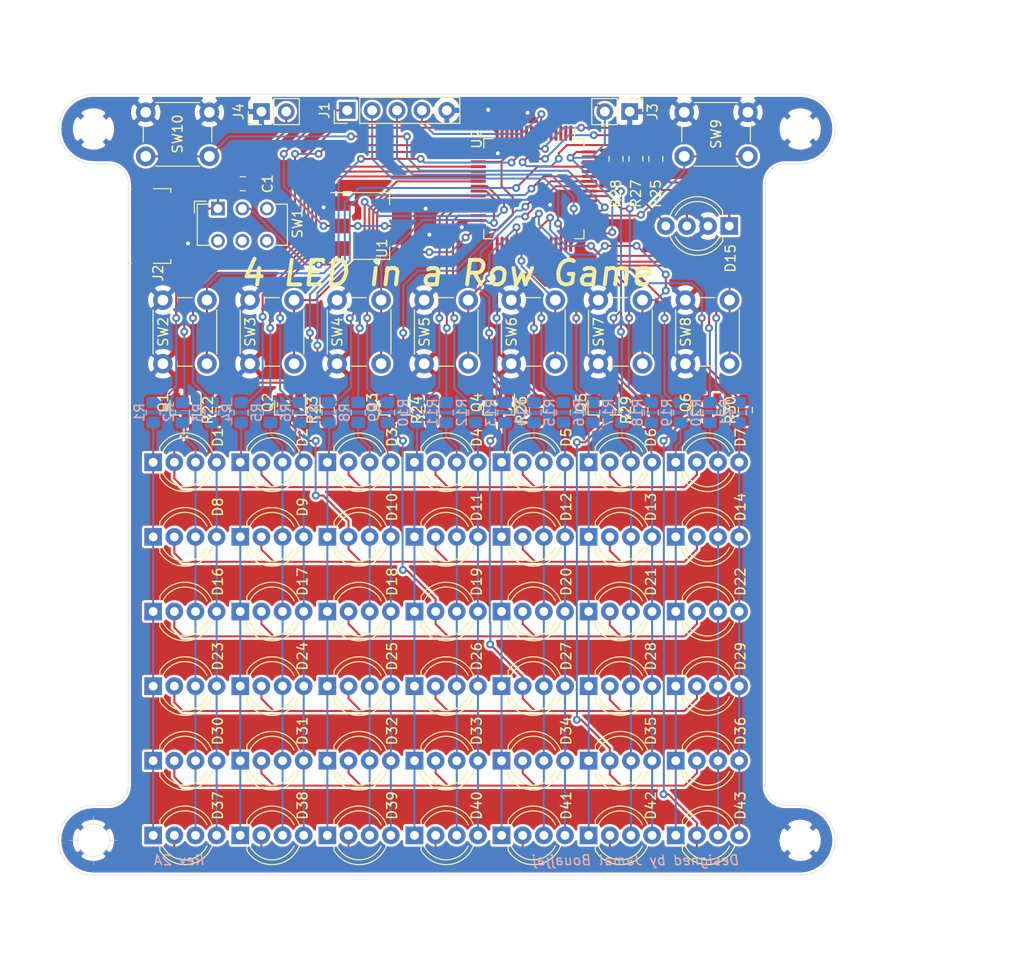
<source format=kicad_pcb>
(kicad_pcb (version 20171130) (host pcbnew "(5.1.5)-3")
  (layers (0 F.Cu signal) (31 B.Cu signal) (34 B.Paste user) (35 F.Paste user) (36 B.SilkS user) (37 F.SilkS user) (38 B.Mask user) (39 F.Mask user) (44 Edge.Cuts user))
  (net 0 "")
  (net 1 GND)
  (net 2 "Net-(D1-Pad4)")
  (net 3 "Net-(D1-Pad3)")
  (net 4 "Net-(D1-Pad2)")
  (net 5 "Net-(D1-Pad1)")
  (net 6 "Net-(D17-Pad4)")
  (net 7 "Net-(D17-Pad3)")
  (net 8 "Net-(D17-Pad1)")
  (net 9 "Net-(D10-Pad4)")
  (net 10 "Net-(D10-Pad3)")
  (net 11 "Net-(D10-Pad1)")
  (net 12 "Net-(D11-Pad4)")
  (net 13 "Net-(D11-Pad3)")
  (net 14 "Net-(D11-Pad1)")
  (net 15 "Net-(D12-Pad4)")
  (net 16 "Net-(D12-Pad3)")
  (net 17 "Net-(D12-Pad1)")
  (net 18 "Net-(D13-Pad4)")
  (net 19 "Net-(D13-Pad3)")
  (net 20 "Net-(D13-Pad1)")
  (net 21 "Net-(D14-Pad4)")
  (net 22 "Net-(D14-Pad3)")
  (net 23 "Net-(D14-Pad1)")
  (net 24 "Net-(D10-Pad2)")
  (net 25 "Net-(D15-Pad4)")
  (net 26 "Net-(D15-Pad3)")
  (net 27 "Net-(D15-Pad1)")
  (net 28 "Net-(D16-Pad2)")
  (net 29 "Net-(D23-Pad2)")
  (net 30 "Net-(D30-Pad2)")
  (net 31 "Net-(D37-Pad2)")
  (net 32 ~RST)
  (net 33 /SWCLK)
  (net 34 /SWDIO)
  (net 35 +3V3)
  (net 36 "Net-(J2-Pad6)")
  (net 37 "Net-(J2-Pad4)")
  (net 38 "Net-(J2-Pad3)")
  (net 39 "Net-(J2-Pad2)")
  (net 40 /Row1)
  (net 41 /Row2)
  (net 42 /Row3)
  (net 43 /Row4)
  (net 44 /Row5)
  (net 45 /Row6)
  (net 46 /Col1-R)
  (net 47 /Col1-G)
  (net 48 /Col1-B)
  (net 49 /Col2-R)
  (net 50 /Col2-G)
  (net 51 /Col2-B)
  (net 52 /Col3-R)
  (net 53 /Col3-G)
  (net 54 /Col3-B)
  (net 55 /Col4-R)
  (net 56 /Col4-G)
  (net 57 /Col4-B)
  (net 58 /Col5-R)
  (net 59 /Col5-G)
  (net 60 /Col5-B)
  (net 61 /Col6-R)
  (net 62 /Col6-G)
  (net 63 /Col6-B)
  (net 64 /Col7-R)
  (net 65 /Col7-G)
  (net 66 /Col7-B)
  (net 67 "Net-(SW1-Pad2)")
  (net 68 "Net-(SW2-Pad2)")
  (net 69 "Net-(SW3-Pad2)")
  (net 70 "Net-(SW4-Pad2)")
  (net 71 "Net-(SW5-Pad2)")
  (net 72 "Net-(SW6-Pad2)")
  (net 73 "Net-(SW7-Pad2)")
  (net 74 "Net-(SW8-Pad2)")
  (net 75 "Net-(SW9-Pad2)")
  (net 76 "Net-(SW10-Pad2)")
  (net 77 "Net-(U2-Pad62)")
  (net 78 "Net-(U2-Pad60)")
  (net 79 "Net-(U2-Pad54)")
  (net 80 "Net-(U2-Pad53)")
  (net 81 "Net-(U2-Pad50)")
  (net 82 "Net-(U2-Pad14)")
  (net 83 "Net-(U2-Pad6)")
  (net 84 "Net-(U2-Pad5)")
  (net 85 "Net-(U2-Pad4)")
  (net 86 "Net-(U2-Pad3)")
  (net 87 "Net-(U2-Pad2)")
  (net 88 "Net-(U2-Pad1)")
  (net 89 "Net-(C1-Pad1)")
  (net 90 "Net-(Q1-Pad1)")
  (net 91 "Net-(Q2-Pad1)")
  (net 92 "Net-(Q3-Pad1)")
  (net 93 "Net-(Q4-Pad1)")
  (net 94 "Net-(Q5-Pad1)")
  (net 95 "Net-(Q6-Pad1)")
  (net 96 "Net-(R25-Pad1)")
  (net 97 "Net-(R27-Pad1)")
  (net 98 "Net-(R28-Pad1)")
  (module Resistor_SMD:R_0805_2012Metric_Pad1.15x1.40mm_HandSolder (layer F.Cu) (at 212.852 70.866 270)
    (fp_text reference R30 (at 0 1.524 90) (layer F.SilkS))
    (fp_text value 50)
    (pad 2 smd roundrect (at 1.025 0 270) (size 1.15 1.4) (layers F.Cu F.Paste F.Mask) (roundrect_rratio 0.217391) (net 95 "Net-(Q6-Pad1)"))
    (pad 1 smd roundrect (at -1.025 0 270) (size 1.15 1.4) (layers F.Cu F.Paste F.Mask) (roundrect_rratio 0.217391) (net 45 /Row6))
  )
  (module Resistor_SMD:R_0805_2012Metric_Pad1.15x1.40mm_HandSolder (layer F.Cu) (at 202.184 70.866 270)
    (fp_text reference R29 (at 0 1.524 90) (layer F.SilkS))
    (fp_text value 50)
    (pad 2 smd roundrect (at 1.025 0 270) (size 1.15 1.4) (layers F.Cu F.Paste F.Mask) (roundrect_rratio 0.217391) (net 94 "Net-(Q5-Pad1)"))
    (pad 1 smd roundrect (at -1.025 0 270) (size 1.15 1.4) (layers F.Cu F.Paste F.Mask) (roundrect_rratio 0.217391) (net 44 /Row5))
  )
  (module Resistor_SMD:R_0805_2012Metric_Pad1.15x1.40mm_HandSolder (layer F.Cu) (at 199.644 45.212 270)
    (fp_text reference R28 (at 3.556 0 90) (layer F.SilkS))
    (fp_text value 560)
    (pad 2 smd roundrect (at 1.025 0 270) (size 1.15 1.4) (layers F.Cu F.Paste F.Mask) (roundrect_rratio 0.217391) (net 25 "Net-(D15-Pad4)"))
    (pad 1 smd roundrect (at -1.025 0 270) (size 1.15 1.4) (layers F.Cu F.Paste F.Mask) (roundrect_rratio 0.217391) (net 98 "Net-(R28-Pad1)"))
  )
  (module Resistor_SMD:R_0805_2012Metric_Pad1.15x1.40mm_HandSolder (layer F.Cu) (at 201.676 45.212 270)
    (fp_text reference R27 (at 3.556 0 90) (layer F.SilkS))
    (fp_text value 560)
    (pad 2 smd roundrect (at 1.025 0 270) (size 1.15 1.4) (layers F.Cu F.Paste F.Mask) (roundrect_rratio 0.217391) (net 26 "Net-(D15-Pad3)"))
    (pad 1 smd roundrect (at -1.025 0 270) (size 1.15 1.4) (layers F.Cu F.Paste F.Mask) (roundrect_rratio 0.217391) (net 97 "Net-(R27-Pad1)"))
  )
  (module Resistor_SMD:R_0805_2012Metric_Pad1.15x1.40mm_HandSolder (layer F.Cu) (at 191.516 70.866 270)
    (fp_text reference R26 (at 0 1.524 270) (layer F.SilkS))
    (fp_text value 50)
    (pad 2 smd roundrect (at 1.025 0 270) (size 1.15 1.4) (layers F.Cu F.Paste F.Mask) (roundrect_rratio 0.217391) (net 93 "Net-(Q4-Pad1)"))
    (pad 1 smd roundrect (at -1.025 0 270) (size 1.15 1.4) (layers F.Cu F.Paste F.Mask) (roundrect_rratio 0.217391) (net 43 /Row4))
  )
  (module Resistor_SMD:R_0805_2012Metric_Pad1.15x1.40mm_HandSolder (layer F.Cu) (at 203.708 45.212 270)
    (fp_text reference R25 (at 3.556 0 90) (layer F.SilkS))
    (fp_text value 560)
    (pad 2 smd roundrect (at 1.025 0 270) (size 1.15 1.4) (layers F.Cu F.Paste F.Mask) (roundrect_rratio 0.217391) (net 27 "Net-(D15-Pad1)"))
    (pad 1 smd roundrect (at -1.025 0 270) (size 1.15 1.4) (layers F.Cu F.Paste F.Mask) (roundrect_rratio 0.217391) (net 96 "Net-(R25-Pad1)"))
  )
  (module Connector_PinHeader_2.54mm:PinHeader_1x02_P2.54mm_Vertical (layer F.Cu) (at 201.041 40.386 270)
    (fp_text reference J3 (at 0 -2.33 90) (layer F.SilkS))
    (fp_text value Power-Vcc)
    (pad 2 thru_hole oval (at 0 2.54 270) (size 1.7 1.7) (drill 1) (layers *.Cu *.Mask) (net 35 +3V3))
    (pad 1 thru_hole rect (at 0 0 270) (size 1.7 1.7) (drill 1) (layers *.Cu *.Mask) (net 1 GND))
  )
  (module Package_QFP:LQFP-64_10x10mm_P0.5mm (layer F.Cu) (at 191.262 48.26 270)
    (fp_text reference U2 (at -5.08 5.842 270) (layer F.SilkS))
    (fp_text value STM32F103RCTx)
    (pad 64 smd roundrect (at -3.75 -5.675 270) (size 0.3 1.55) (layers F.Cu F.Paste F.Mask) (net 35 +3V3))
    (pad 63 smd roundrect (at -3.25 -5.675 270) (size 0.3 1.55) (layers F.Cu F.Paste F.Mask) (net 1 GND))
    (pad 62 smd roundrect (at -2.75 -5.675 270) (size 0.3 1.55) (layers F.Cu F.Paste F.Mask) (net 77 "Net-(U2-Pad62)"))
    (pad 61 smd roundrect (at -2.25 -5.675 270) (size 0.3 1.55) (layers F.Cu F.Paste F.Mask) (net 40 /Row1))
    (pad 60 smd roundrect (at -1.75 -5.675 270) (size 0.3 1.55) (layers F.Cu F.Paste F.Mask) (net 78 "Net-(U2-Pad60)"))
    (pad 59 smd roundrect (at -1.25 -5.675 270) (size 0.3 1.55) (layers F.Cu F.Paste F.Mask) (net 41 /Row2))
    (pad 58 smd roundrect (at -0.75 -5.675 270) (size 0.3 1.55) (layers F.Cu F.Paste F.Mask) (net 42 /Row3))
    (pad 57 smd roundrect (at -0.25 -5.675 270) (size 0.3 1.55) (layers F.Cu F.Paste F.Mask) (net 43 /Row4))
    (pad 56 smd roundrect (at 0.25 -5.675 270) (size 0.3 1.55) (layers F.Cu F.Paste F.Mask) (net 44 /Row5))
    (pad 55 smd roundrect (at 0.75 -5.675 270) (size 0.3 1.55) (layers F.Cu F.Paste F.Mask) (net 45 /Row6))
    (pad 54 smd roundrect (at 1.25 -5.675 270) (size 0.3 1.55) (layers F.Cu F.Paste F.Mask) (net 79 "Net-(U2-Pad54)"))
    (pad 53 smd roundrect (at 1.75 -5.675 270) (size 0.3 1.55) (layers F.Cu F.Paste F.Mask) (net 80 "Net-(U2-Pad53)"))
    (pad 52 smd roundrect (at 2.25 -5.675 270) (size 0.3 1.55) (layers F.Cu F.Paste F.Mask) (net 76 "Net-(SW10-Pad2)"))
    (pad 51 smd roundrect (at 2.75 -5.675 270) (size 0.3 1.55) (layers F.Cu F.Paste F.Mask) (net 75 "Net-(SW9-Pad2)"))
    (pad 50 smd roundrect (at 3.25 -5.675 270) (size 0.3 1.55) (layers F.Cu F.Paste F.Mask) (net 81 "Net-(U2-Pad50)"))
    (pad 49 smd roundrect (at 3.75 -5.675 270) (size 0.3 1.55) (layers F.Cu F.Paste F.Mask) (net 33 /SWCLK))
    (pad 48 smd roundrect (at 5.675 -3.75 270) (size 1.55 0.3) (layers F.Cu F.Paste F.Mask) (net 35 +3V3))
    (pad 47 smd roundrect (at 5.675 -3.25 270) (size 1.55 0.3) (layers F.Cu F.Paste F.Mask) (net 1 GND))
    (pad 46 smd roundrect (at 5.675 -2.75 270) (size 1.55 0.3) (layers F.Cu F.Paste F.Mask) (net 34 /SWDIO))
    (pad 45 smd roundrect (at 5.675 -2.25 270) (size 1.55 0.3) (layers F.Cu F.Paste F.Mask) (net 66 /Col7-B))
    (pad 44 smd roundrect (at 5.675 -1.75 270) (size 1.55 0.3) (layers F.Cu F.Paste F.Mask) (net 65 /Col7-G))
    (pad 43 smd roundrect (at 5.675 -1.25 270) (size 1.55 0.3) (layers F.Cu F.Paste F.Mask) (net 64 /Col7-R))
    (pad 42 smd roundrect (at 5.675 -0.75 270) (size 1.55 0.3) (layers F.Cu F.Paste F.Mask) (net 63 /Col6-B))
    (pad 41 smd roundrect (at 5.675 -0.25 270) (size 1.55 0.3) (layers F.Cu F.Paste F.Mask) (net 62 /Col6-G))
    (pad 40 smd roundrect (at 5.675 0.25 270) (size 1.55 0.3) (layers F.Cu F.Paste F.Mask) (net 74 "Net-(SW8-Pad2)"))
    (pad 39 smd roundrect (at 5.675 0.75 270) (size 1.55 0.3) (layers F.Cu F.Paste F.Mask) (net 73 "Net-(SW7-Pad2)"))
    (pad 38 smd roundrect (at 5.675 1.25 270) (size 1.55 0.3) (layers F.Cu F.Paste F.Mask) (net 72 "Net-(SW6-Pad2)"))
    (pad 37 smd roundrect (at 5.675 1.75 270) (size 1.55 0.3) (layers F.Cu F.Paste F.Mask) (net 71 "Net-(SW5-Pad2)"))
    (pad 36 smd roundrect (at 5.675 2.25 270) (size 1.55 0.3) (layers F.Cu F.Paste F.Mask) (net 61 /Col6-R))
    (pad 35 smd roundrect (at 5.675 2.75 270) (size 1.55 0.3) (layers F.Cu F.Paste F.Mask) (net 60 /Col5-B))
    (pad 34 smd roundrect (at 5.675 3.25 270) (size 1.55 0.3) (layers F.Cu F.Paste F.Mask) (net 59 /Col5-G))
    (pad 33 smd roundrect (at 5.675 3.75 270) (size 1.55 0.3) (layers F.Cu F.Paste F.Mask) (net 58 /Col5-R))
    (pad 32 smd roundrect (at 3.75 5.675 270) (size 0.3 1.55) (layers F.Cu F.Paste F.Mask) (net 35 +3V3))
    (pad 31 smd roundrect (at 3.25 5.675 270) (size 0.3 1.55) (layers F.Cu F.Paste F.Mask) (net 1 GND))
    (pad 30 smd roundrect (at 2.75 5.675 270) (size 0.3 1.55) (layers F.Cu F.Paste F.Mask) (net 57 /Col4-B))
    (pad 29 smd roundrect (at 2.25 5.675 270) (size 0.3 1.55) (layers F.Cu F.Paste F.Mask) (net 56 /Col4-G))
    (pad 28 smd roundrect (at 1.75 5.675 270) (size 0.3 1.55) (layers F.Cu F.Paste F.Mask) (net 55 /Col4-R))
    (pad 27 smd roundrect (at 1.25 5.675 270) (size 0.3 1.55) (layers F.Cu F.Paste F.Mask) (net 54 /Col3-B))
    (pad 26 smd roundrect (at 0.75 5.675 270) (size 0.3 1.55) (layers F.Cu F.Paste F.Mask) (net 53 /Col3-G))
    (pad 25 smd roundrect (at 0.25 5.675 270) (size 0.3 1.55) (layers F.Cu F.Paste F.Mask) (net 70 "Net-(SW4-Pad2)"))
    (pad 24 smd roundrect (at -0.25 5.675 270) (size 0.3 1.55) (layers F.Cu F.Paste F.Mask) (net 69 "Net-(SW3-Pad2)"))
    (pad 23 smd roundrect (at -0.75 5.675 270) (size 0.3 1.55) (layers F.Cu F.Paste F.Mask) (net 52 /Col3-R))
    (pad 22 smd roundrect (at -1.25 5.675 270) (size 0.3 1.55) (layers F.Cu F.Paste F.Mask) (net 51 /Col2-B))
    (pad 21 smd roundrect (at -1.75 5.675 270) (size 0.3 1.55) (layers F.Cu F.Paste F.Mask) (net 50 /Col2-G))
    (pad 20 smd roundrect (at -2.25 5.675 270) (size 0.3 1.55) (layers F.Cu F.Paste F.Mask) (net 49 /Col2-R))
    (pad 19 smd roundrect (at -2.75 5.675 270) (size 0.3 1.55) (layers F.Cu F.Paste F.Mask) (net 35 +3V3))
    (pad 18 smd roundrect (at -3.25 5.675 270) (size 0.3 1.55) (layers F.Cu F.Paste F.Mask) (net 1 GND))
    (pad 17 smd roundrect (at -3.75 5.675 270) (size 0.3 1.55) (layers F.Cu F.Paste F.Mask) (net 48 /Col1-B))
    (pad 16 smd roundrect (at -5.675 3.75 270) (size 1.55 0.3) (layers F.Cu F.Paste F.Mask) (net 47 /Col1-G))
    (pad 15 smd roundrect (at -5.675 3.25 270) (size 1.55 0.3) (layers F.Cu F.Paste F.Mask) (net 46 /Col1-R))
    (pad 14 smd roundrect (at -5.675 2.75 270) (size 1.55 0.3) (layers F.Cu F.Paste F.Mask) (net 82 "Net-(U2-Pad14)"))
    (pad 13 smd roundrect (at -5.675 2.25 270) (size 1.55 0.3) (layers F.Cu F.Paste F.Mask) (net 35 +3V3))
    (pad 12 smd roundrect (at -5.675 1.75 270) (size 1.55 0.3) (layers F.Cu F.Paste F.Mask) (net 1 GND))
    (pad 11 smd roundrect (at -5.675 1.25 270) (size 1.55 0.3) (layers F.Cu F.Paste F.Mask) (net 68 "Net-(SW2-Pad2)"))
    (pad 10 smd roundrect (at -5.675 0.75 270) (size 1.55 0.3) (layers F.Cu F.Paste F.Mask) (net 98 "Net-(R28-Pad1)"))
    (pad 9 smd roundrect (at -5.675 0.25 270) (size 1.55 0.3) (layers F.Cu F.Paste F.Mask) (net 97 "Net-(R27-Pad1)"))
    (pad 8 smd roundrect (at -5.675 -0.25 270) (size 1.55 0.3) (layers F.Cu F.Paste F.Mask) (net 96 "Net-(R25-Pad1)"))
    (pad 7 smd roundrect (at -5.675 -0.75 270) (size 1.55 0.3) (layers F.Cu F.Paste F.Mask) (net 32 ~RST))
    (pad 6 smd roundrect (at -5.675 -1.25 270) (size 1.55 0.3) (layers F.Cu F.Paste F.Mask) (net 83 "Net-(U2-Pad6)"))
    (pad 5 smd roundrect (at -5.675 -1.75 270) (size 1.55 0.3) (layers F.Cu F.Paste F.Mask) (net 84 "Net-(U2-Pad5)"))
    (pad 4 smd roundrect (at -5.675 -2.25 270) (size 1.55 0.3) (layers F.Cu F.Paste F.Mask) (net 85 "Net-(U2-Pad4)"))
    (pad 3 smd roundrect (at -5.675 -2.75 270) (size 1.55 0.3) (layers F.Cu F.Paste F.Mask) (net 86 "Net-(U2-Pad3)"))
    (pad 2 smd roundrect (at -5.675 -3.25 270) (size 1.55 0.3) (layers F.Cu F.Paste F.Mask) (net 87 "Net-(U2-Pad2)"))
    (pad 1 smd roundrect (at -5.675 -3.75 270) (size 1.55 0.3) (layers F.Cu F.Paste F.Mask) (net 88 "Net-(U2-Pad1)"))
  )
  (module Package_TO_SOT_SMD:SOT-223-3_TabPin2 (layer F.Cu) (at 174.625 52.07)
    (fp_text reference U1 (at 1.143 2.286 270) (layer F.SilkS))
    (fp_text value AMS1117-3.3)
    (pad 1 smd rect (at -3.15 -2.3) (size 2 1.5) (layers F.Cu F.Paste F.Mask) (net 1 GND))
    (pad 3 smd rect (at -3.15 2.3) (size 2 1.5) (layers F.Cu F.Paste F.Mask) (net 67 "Net-(SW1-Pad2)"))
    (pad 2 smd rect (at -3.15 0) (size 2 1.5) (layers F.Cu F.Paste F.Mask) (net 35 +3V3))
    (pad 2 smd rect (at 3.15 0) (size 2 3.8) (layers F.Cu F.Paste F.Mask) (net 35 +3V3))
  )
  (module Button_Switch_THT:SW_PUSH_6mm_H5mm (layer F.Cu) (at 151.638 40.458)
    (fp_text reference SW10 (at 3.25 2.214 90) (layer F.SilkS))
    (fp_text value SW_Push)
    (pad 1 thru_hole circle (at 6.5 0 90) (size 2 2) (drill 1.1) (layers *.Cu *.Mask) (net 1 GND))
    (pad 2 thru_hole circle (at 6.5 4.5 90) (size 2 2) (drill 1.1) (layers *.Cu *.Mask) (net 76 "Net-(SW10-Pad2)"))
    (pad 1 thru_hole circle (at 0 0 90) (size 2 2) (drill 1.1) (layers *.Cu *.Mask) (net 1 GND))
    (pad 2 thru_hole circle (at 0 4.5 90) (size 2 2) (drill 1.1) (layers *.Cu *.Mask) (net 76 "Net-(SW10-Pad2)"))
  )
  (module Button_Switch_THT:SW_PUSH_6mm_H5mm (layer F.Cu) (at 206.606 40.458)
    (fp_text reference SW9 (at 3.25 2.214 90) (layer F.SilkS))
    (fp_text value SW_Push)
    (pad 1 thru_hole circle (at 6.5 0 90) (size 2 2) (drill 1.1) (layers *.Cu *.Mask) (net 1 GND))
    (pad 2 thru_hole circle (at 6.5 4.5 90) (size 2 2) (drill 1.1) (layers *.Cu *.Mask) (net 75 "Net-(SW9-Pad2)"))
    (pad 1 thru_hole circle (at 0 0 90) (size 2 2) (drill 1.1) (layers *.Cu *.Mask) (net 1 GND))
    (pad 2 thru_hole circle (at 0 4.5 90) (size 2 2) (drill 1.1) (layers *.Cu *.Mask) (net 75 "Net-(SW9-Pad2)"))
  )
  (module Button_Switch_THT:SW_PUSH_6mm_H5mm (layer F.Cu) (at 206.73 66.136 90)
    (fp_text reference SW8 (at 3.25 0.032 90) (layer F.SilkS))
    (fp_text value SW_Push)
    (pad 1 thru_hole circle (at 6.5 0 180) (size 2 2) (drill 1.1) (layers *.Cu *.Mask) (net 1 GND))
    (pad 2 thru_hole circle (at 6.5 4.5 180) (size 2 2) (drill 1.1) (layers *.Cu *.Mask) (net 74 "Net-(SW8-Pad2)"))
    (pad 1 thru_hole circle (at 0 0 180) (size 2 2) (drill 1.1) (layers *.Cu *.Mask) (net 1 GND))
    (pad 2 thru_hole circle (at 0 4.5 180) (size 2 2) (drill 1.1) (layers *.Cu *.Mask) (net 74 "Net-(SW8-Pad2)"))
  )
  (module Button_Switch_THT:SW_PUSH_6mm_H5mm (layer F.Cu) (at 197.84 66.136 90)
    (fp_text reference SW7 (at 3.25 0.032 90) (layer F.SilkS))
    (fp_text value SW_Push)
    (pad 1 thru_hole circle (at 6.5 0 180) (size 2 2) (drill 1.1) (layers *.Cu *.Mask) (net 1 GND))
    (pad 2 thru_hole circle (at 6.5 4.5 180) (size 2 2) (drill 1.1) (layers *.Cu *.Mask) (net 73 "Net-(SW7-Pad2)"))
    (pad 1 thru_hole circle (at 0 0 180) (size 2 2) (drill 1.1) (layers *.Cu *.Mask) (net 1 GND))
    (pad 2 thru_hole circle (at 0 4.5 180) (size 2 2) (drill 1.1) (layers *.Cu *.Mask) (net 73 "Net-(SW7-Pad2)"))
  )
  (module Button_Switch_THT:SW_PUSH_6mm_H5mm (layer F.Cu) (at 188.95 66.136 90)
    (fp_text reference SW6 (at 3.25 0.032 90) (layer F.SilkS))
    (fp_text value SW_Push)
    (pad 1 thru_hole circle (at 6.5 0 180) (size 2 2) (drill 1.1) (layers *.Cu *.Mask) (net 1 GND))
    (pad 2 thru_hole circle (at 6.5 4.5 180) (size 2 2) (drill 1.1) (layers *.Cu *.Mask) (net 72 "Net-(SW6-Pad2)"))
    (pad 1 thru_hole circle (at 0 0 180) (size 2 2) (drill 1.1) (layers *.Cu *.Mask) (net 1 GND))
    (pad 2 thru_hole circle (at 0 4.5 180) (size 2 2) (drill 1.1) (layers *.Cu *.Mask) (net 72 "Net-(SW6-Pad2)"))
  )
  (module Button_Switch_THT:SW_PUSH_6mm_H5mm (layer F.Cu) (at 180.06 66.136 90)
    (fp_text reference SW5 (at 3.25 0.032 90) (layer F.SilkS))
    (fp_text value SW_Push)
    (pad 1 thru_hole circle (at 6.5 0 180) (size 2 2) (drill 1.1) (layers *.Cu *.Mask) (net 1 GND))
    (pad 2 thru_hole circle (at 6.5 4.5 180) (size 2 2) (drill 1.1) (layers *.Cu *.Mask) (net 71 "Net-(SW5-Pad2)"))
    (pad 1 thru_hole circle (at 0 0 180) (size 2 2) (drill 1.1) (layers *.Cu *.Mask) (net 1 GND))
    (pad 2 thru_hole circle (at 0 4.5 180) (size 2 2) (drill 1.1) (layers *.Cu *.Mask) (net 71 "Net-(SW5-Pad2)"))
  )
  (module Button_Switch_THT:SW_PUSH_6mm_H5mm (layer F.Cu) (at 171.17 66.136 90)
    (fp_text reference SW4 (at 3.25 0.032 90) (layer F.SilkS))
    (fp_text value SW_Push)
    (pad 1 thru_hole circle (at 6.5 0 180) (size 2 2) (drill 1.1) (layers *.Cu *.Mask) (net 1 GND))
    (pad 2 thru_hole circle (at 6.5 4.5 180) (size 2 2) (drill 1.1) (layers *.Cu *.Mask) (net 70 "Net-(SW4-Pad2)"))
    (pad 1 thru_hole circle (at 0 0 180) (size 2 2) (drill 1.1) (layers *.Cu *.Mask) (net 1 GND))
    (pad 2 thru_hole circle (at 0 4.5 180) (size 2 2) (drill 1.1) (layers *.Cu *.Mask) (net 70 "Net-(SW4-Pad2)"))
  )
  (module Button_Switch_THT:SW_PUSH_6mm_H5mm (layer F.Cu) (at 162.28 66.136 90)
    (fp_text reference SW3 (at 3.25 0.032 90) (layer F.SilkS))
    (fp_text value SW_Push)
    (pad 1 thru_hole circle (at 6.5 0 180) (size 2 2) (drill 1.1) (layers *.Cu *.Mask) (net 1 GND))
    (pad 2 thru_hole circle (at 6.5 4.5 180) (size 2 2) (drill 1.1) (layers *.Cu *.Mask) (net 69 "Net-(SW3-Pad2)"))
    (pad 1 thru_hole circle (at 0 0 180) (size 2 2) (drill 1.1) (layers *.Cu *.Mask) (net 1 GND))
    (pad 2 thru_hole circle (at 0 4.5 180) (size 2 2) (drill 1.1) (layers *.Cu *.Mask) (net 69 "Net-(SW3-Pad2)"))
  )
  (module Button_Switch_THT:SW_PUSH_6mm_H5mm (layer F.Cu) (at 153.39 66.136 90)
    (fp_text reference SW2 (at 3.25 0.032 90) (layer F.SilkS))
    (fp_text value SW_Push)
    (pad 1 thru_hole circle (at 6.5 0 180) (size 2 2) (drill 1.1) (layers *.Cu *.Mask) (net 1 GND))
    (pad 2 thru_hole circle (at 6.5 4.5 180) (size 2 2) (drill 1.1) (layers *.Cu *.Mask) (net 68 "Net-(SW2-Pad2)"))
    (pad 1 thru_hole circle (at 0 0 180) (size 2 2) (drill 1.1) (layers *.Cu *.Mask) (net 1 GND))
    (pad 2 thru_hole circle (at 0 4.5 180) (size 2 2) (drill 1.1) (layers *.Cu *.Mask) (net 68 "Net-(SW2-Pad2)"))
  )
  (module Button_Switch_THT:SW_CuK_JS202011CQN_DPDT_Straight (layer F.Cu) (at 159.004 50.292)
    (fp_text reference SW1 (at 8.128 1.524 90) (layer F.SilkS))
    (fp_text value SW_SPST)
    (pad 6 thru_hole circle (at 5 3.3) (size 1.4 1.4) (drill 0.9) (layers *.Cu *.Mask))
    (pad 5 thru_hole circle (at 2.5 3.3) (size 1.4 1.4) (drill 0.9) (layers *.Cu *.Mask))
    (pad 4 thru_hole circle (at 0 3.3) (size 1.4 1.4) (drill 0.9) (layers *.Cu *.Mask))
    (pad 3 thru_hole circle (at 5 0) (size 1.4 1.4) (drill 0.9) (layers *.Cu *.Mask))
    (pad 2 thru_hole circle (at 2.5 0) (size 1.4 1.4) (drill 0.9) (layers *.Cu *.Mask) (net 67 "Net-(SW1-Pad2)"))
    (pad 1 thru_hole rect (at 0 0) (size 1.4 1.4) (drill 0.9) (layers *.Cu *.Mask) (net 89 "Net-(C1-Pad1)"))
  )
  (module Resistor_SMD:R_0805_2012Metric_Pad1.15x1.40mm_HandSolder (layer F.Cu) (at 180.848 70.866 270)
    (fp_text reference R24 (at 0 1.524 90) (layer F.SilkS))
    (fp_text value 50)
    (pad 2 smd roundrect (at 1.025 0 270) (size 1.15 1.4) (layers F.Cu F.Paste F.Mask) (roundrect_rratio 0.217391) (net 92 "Net-(Q3-Pad1)"))
    (pad 1 smd roundrect (at -1.025 0 270) (size 1.15 1.4) (layers F.Cu F.Paste F.Mask) (roundrect_rratio 0.217391) (net 42 /Row3))
  )
  (module Resistor_SMD:R_0805_2012Metric_Pad1.15x1.40mm_HandSolder (layer F.Cu) (at 170.18 70.866 270)
    (fp_text reference R23 (at 0 1.524 90) (layer F.SilkS))
    (fp_text value 50)
    (pad 2 smd roundrect (at 1.025 0 270) (size 1.15 1.4) (layers F.Cu F.Paste F.Mask) (roundrect_rratio 0.217391) (net 91 "Net-(Q2-Pad1)"))
    (pad 1 smd roundrect (at -1.025 0 270) (size 1.15 1.4) (layers F.Cu F.Paste F.Mask) (roundrect_rratio 0.217391) (net 41 /Row2))
  )
  (module Resistor_SMD:R_0805_2012Metric_Pad1.15x1.40mm_HandSolder (layer F.Cu) (at 159.512 70.866 270)
    (fp_text reference R22 (at 0 1.524 270) (layer F.SilkS))
    (fp_text value 50)
    (pad 2 smd roundrect (at 1.025 0 270) (size 1.15 1.4) (layers F.Cu F.Paste F.Mask) (roundrect_rratio 0.217391) (net 90 "Net-(Q1-Pad1)"))
    (pad 1 smd roundrect (at -1.025 0 270) (size 1.15 1.4) (layers F.Cu F.Paste F.Mask) (roundrect_rratio 0.217391) (net 40 /Row1))
  )
  (module Resistor_SMD:R_0805_2012Metric_Pad1.15x1.40mm_HandSolder (layer B.Cu) (at 212.217 71.12 270)
    (fp_text reference R21 (at 0 1.396 270) (layer B.SilkS) (effects (justify mirror)))
    (fp_text value 560)
    (pad 2 smd roundrect (at 1.025 0 270) (size 1.15 1.4) (layers B.Cu B.Paste B.Mask) (roundrect_rratio 0.217391) (net 21 "Net-(D14-Pad4)"))
    (pad 1 smd roundrect (at -1.025 0 270) (size 1.15 1.4) (layers B.Cu B.Paste B.Mask) (roundrect_rratio 0.217391) (net 66 /Col7-B))
  )
  (module Resistor_SMD:R_0805_2012Metric_Pad1.15x1.40mm_HandSolder (layer B.Cu) (at 209.22615 71.12 270)
    (fp_text reference R20 (at 0 1.396 90) (layer B.SilkS) (effects (justify mirror)))
    (fp_text value 560)
    (pad 2 smd roundrect (at 1.025 0 270) (size 1.15 1.4) (layers B.Cu B.Paste B.Mask) (roundrect_rratio 0.217391) (net 22 "Net-(D14-Pad3)"))
    (pad 1 smd roundrect (at -1.025 0 270) (size 1.15 1.4) (layers B.Cu B.Paste B.Mask) (roundrect_rratio 0.217391) (net 65 /Col7-G))
  )
  (module Resistor_SMD:R_0805_2012Metric_Pad1.15x1.40mm_HandSolder (layer B.Cu) (at 206.2353 71.12 270)
    (fp_text reference R19 (at 0 1.396 90) (layer B.SilkS) (effects (justify mirror)))
    (fp_text value 560)
    (pad 2 smd roundrect (at 1.025 0 270) (size 1.15 1.4) (layers B.Cu B.Paste B.Mask) (roundrect_rratio 0.217391) (net 23 "Net-(D14-Pad1)"))
    (pad 1 smd roundrect (at -1.025 0 270) (size 1.15 1.4) (layers B.Cu B.Paste B.Mask) (roundrect_rratio 0.217391) (net 64 /Col7-R))
  )
  (module Resistor_SMD:R_0805_2012Metric_Pad1.15x1.40mm_HandSolder (layer B.Cu) (at 203.24445 71.12 270)
    (fp_text reference R18 (at 0 1.396 90) (layer B.SilkS) (effects (justify mirror)))
    (fp_text value 560)
    (pad 2 smd roundrect (at 1.025 0 270) (size 1.15 1.4) (layers B.Cu B.Paste B.Mask) (roundrect_rratio 0.217391) (net 18 "Net-(D13-Pad4)"))
    (pad 1 smd roundrect (at -1.025 0 270) (size 1.15 1.4) (layers B.Cu B.Paste B.Mask) (roundrect_rratio 0.217391) (net 63 /Col6-B))
  )
  (module Resistor_SMD:R_0805_2012Metric_Pad1.15x1.40mm_HandSolder (layer B.Cu) (at 200.2536 71.12 270)
    (fp_text reference R17 (at 0 1.396 270) (layer B.SilkS) (effects (justify mirror)))
    (fp_text value 560)
    (pad 2 smd roundrect (at 1.025 0 270) (size 1.15 1.4) (layers B.Cu B.Paste B.Mask) (roundrect_rratio 0.217391) (net 19 "Net-(D13-Pad3)"))
    (pad 1 smd roundrect (at -1.025 0 270) (size 1.15 1.4) (layers B.Cu B.Paste B.Mask) (roundrect_rratio 0.217391) (net 62 /Col6-G))
  )
  (module Resistor_SMD:R_0805_2012Metric_Pad1.15x1.40mm_HandSolder (layer B.Cu) (at 197.26275 71.12 270)
    (fp_text reference R16 (at 0 1.396 270) (layer B.SilkS) (effects (justify mirror)))
    (fp_text value 560)
    (pad 2 smd roundrect (at 1.025 0 270) (size 1.15 1.4) (layers B.Cu B.Paste B.Mask) (roundrect_rratio 0.217391) (net 20 "Net-(D13-Pad1)"))
    (pad 1 smd roundrect (at -1.025 0 270) (size 1.15 1.4) (layers B.Cu B.Paste B.Mask) (roundrect_rratio 0.217391) (net 61 /Col6-R))
  )
  (module Resistor_SMD:R_0805_2012Metric_Pad1.15x1.40mm_HandSolder (layer B.Cu) (at 194.2719 71.12 270)
    (fp_text reference R15 (at 0 1.396 90) (layer B.SilkS) (effects (justify mirror)))
    (fp_text value 560)
    (pad 2 smd roundrect (at 1.025 0 270) (size 1.15 1.4) (layers B.Cu B.Paste B.Mask) (roundrect_rratio 0.217391) (net 15 "Net-(D12-Pad4)"))
    (pad 1 smd roundrect (at -1.025 0 270) (size 1.15 1.4) (layers B.Cu B.Paste B.Mask) (roundrect_rratio 0.217391) (net 60 /Col5-B))
  )
  (module Resistor_SMD:R_0805_2012Metric_Pad1.15x1.40mm_HandSolder (layer B.Cu) (at 191.28105 71.12 270)
    (fp_text reference R14 (at 0 1.396 90) (layer B.SilkS) (effects (justify mirror)))
    (fp_text value 560)
    (pad 2 smd roundrect (at 1.025 0 270) (size 1.15 1.4) (layers B.Cu B.Paste B.Mask) (roundrect_rratio 0.217391) (net 16 "Net-(D12-Pad3)"))
    (pad 1 smd roundrect (at -1.025 0 270) (size 1.15 1.4) (layers B.Cu B.Paste B.Mask) (roundrect_rratio 0.217391) (net 59 /Col5-G))
  )
  (module Resistor_SMD:R_0805_2012Metric_Pad1.15x1.40mm_HandSolder (layer B.Cu) (at 188.2902 71.12 270)
    (fp_text reference R13 (at 0 1.396 90) (layer B.SilkS) (effects (justify mirror)))
    (fp_text value 560)
    (pad 2 smd roundrect (at 1.025 0 270) (size 1.15 1.4) (layers B.Cu B.Paste B.Mask) (roundrect_rratio 0.217391) (net 17 "Net-(D12-Pad1)"))
    (pad 1 smd roundrect (at -1.025 0 270) (size 1.15 1.4) (layers B.Cu B.Paste B.Mask) (roundrect_rratio 0.217391) (net 58 /Col5-R))
  )
  (module Resistor_SMD:R_0805_2012Metric_Pad1.15x1.40mm_HandSolder (layer B.Cu) (at 185.29935 71.12 270)
    (fp_text reference R12 (at 0 1.397 90) (layer B.SilkS) (effects (justify mirror)))
    (fp_text value 560)
    (pad 2 smd roundrect (at 1.025 0 270) (size 1.15 1.4) (layers B.Cu B.Paste B.Mask) (roundrect_rratio 0.217391) (net 12 "Net-(D11-Pad4)"))
    (pad 1 smd roundrect (at -1.025 0 270) (size 1.15 1.4) (layers B.Cu B.Paste B.Mask) (roundrect_rratio 0.217391) (net 57 /Col4-B))
  )
  (module Resistor_SMD:R_0805_2012Metric_Pad1.15x1.40mm_HandSolder (layer B.Cu) (at 182.3085 71.12 270)
    (fp_text reference R11 (at 0 1.396 90) (layer B.SilkS) (effects (justify mirror)))
    (fp_text value 560)
    (pad 2 smd roundrect (at 1.025 0 270) (size 1.15 1.4) (layers B.Cu B.Paste B.Mask) (roundrect_rratio 0.217391) (net 13 "Net-(D11-Pad3)"))
    (pad 1 smd roundrect (at -1.025 0 270) (size 1.15 1.4) (layers B.Cu B.Paste B.Mask) (roundrect_rratio 0.217391) (net 56 /Col4-G))
  )
  (module Resistor_SMD:R_0805_2012Metric_Pad1.15x1.40mm_HandSolder (layer B.Cu) (at 179.31765 71.12 270)
    (fp_text reference R10 (at 0 1.396 90) (layer B.SilkS) (effects (justify mirror)))
    (fp_text value 560)
    (pad 2 smd roundrect (at 1.025 0 270) (size 1.15 1.4) (layers B.Cu B.Paste B.Mask) (roundrect_rratio 0.217391) (net 14 "Net-(D11-Pad1)"))
    (pad 1 smd roundrect (at -1.025 0 270) (size 1.15 1.4) (layers B.Cu B.Paste B.Mask) (roundrect_rratio 0.217391) (net 55 /Col4-R))
  )
  (module Resistor_SMD:R_0805_2012Metric_Pad1.15x1.40mm_HandSolder (layer B.Cu) (at 176.3268 71.12 270)
    (fp_text reference R9 (at 0 1.396 90) (layer B.SilkS) (effects (justify mirror)))
    (fp_text value 560)
    (pad 2 smd roundrect (at 1.025 0 270) (size 1.15 1.4) (layers B.Cu B.Paste B.Mask) (roundrect_rratio 0.217391) (net 9 "Net-(D10-Pad4)"))
    (pad 1 smd roundrect (at -1.025 0 270) (size 1.15 1.4) (layers B.Cu B.Paste B.Mask) (roundrect_rratio 0.217391) (net 54 /Col3-B))
  )
  (module Resistor_SMD:R_0805_2012Metric_Pad1.15x1.40mm_HandSolder (layer B.Cu) (at 173.33595 71.12 270)
    (fp_text reference R8 (at 0 1.396 270) (layer B.SilkS) (effects (justify mirror)))
    (fp_text value 560)
    (pad 2 smd roundrect (at 1.025 0 270) (size 1.15 1.4) (layers B.Cu B.Paste B.Mask) (roundrect_rratio 0.217391) (net 10 "Net-(D10-Pad3)"))
    (pad 1 smd roundrect (at -1.025 0 270) (size 1.15 1.4) (layers B.Cu B.Paste B.Mask) (roundrect_rratio 0.217391) (net 53 /Col3-G))
  )
  (module Resistor_SMD:R_0805_2012Metric_Pad1.15x1.40mm_HandSolder (layer B.Cu) (at 170.3451 71.12 270)
    (fp_text reference R7 (at 0 1.396 90) (layer B.SilkS) (effects (justify mirror)))
    (fp_text value 560)
    (pad 2 smd roundrect (at 1.025 0 270) (size 1.15 1.4) (layers B.Cu B.Paste B.Mask) (roundrect_rratio 0.217391) (net 11 "Net-(D10-Pad1)"))
    (pad 1 smd roundrect (at -1.025 0 270) (size 1.15 1.4) (layers B.Cu B.Paste B.Mask) (roundrect_rratio 0.217391) (net 52 /Col3-R))
  )
  (module Resistor_SMD:R_0805_2012Metric_Pad1.15x1.40mm_HandSolder (layer B.Cu) (at 167.35425 71.12 270)
    (fp_text reference R6 (at 0 1.396 90) (layer B.SilkS) (effects (justify mirror)))
    (fp_text value 560)
    (pad 2 smd roundrect (at 1.025 0 270) (size 1.15 1.4) (layers B.Cu B.Paste B.Mask) (roundrect_rratio 0.217391) (net 6 "Net-(D17-Pad4)"))
    (pad 1 smd roundrect (at -1.025 0 270) (size 1.15 1.4) (layers B.Cu B.Paste B.Mask) (roundrect_rratio 0.217391) (net 51 /Col2-B))
  )
  (module Resistor_SMD:R_0805_2012Metric_Pad1.15x1.40mm_HandSolder (layer B.Cu) (at 164.3634 71.12 270)
    (fp_text reference R5 (at 0 1.396 90) (layer B.SilkS) (effects (justify mirror)))
    (fp_text value 560)
    (pad 2 smd roundrect (at 1.025 0 270) (size 1.15 1.4) (layers B.Cu B.Paste B.Mask) (roundrect_rratio 0.217391) (net 7 "Net-(D17-Pad3)"))
    (pad 1 smd roundrect (at -1.025 0 270) (size 1.15 1.4) (layers B.Cu B.Paste B.Mask) (roundrect_rratio 0.217391) (net 50 /Col2-G))
  )
  (module Resistor_SMD:R_0805_2012Metric_Pad1.15x1.40mm_HandSolder (layer B.Cu) (at 161.37255 71.12 270)
    (fp_text reference R4 (at 0 1.396 90) (layer B.SilkS) (effects (justify mirror)))
    (fp_text value 560)
    (pad 2 smd roundrect (at 1.025 0 270) (size 1.15 1.4) (layers B.Cu B.Paste B.Mask) (roundrect_rratio 0.217391) (net 8 "Net-(D17-Pad1)"))
    (pad 1 smd roundrect (at -1.025 0 270) (size 1.15 1.4) (layers B.Cu B.Paste B.Mask) (roundrect_rratio 0.217391) (net 49 /Col2-R))
  )
  (module Resistor_SMD:R_0805_2012Metric_Pad1.15x1.40mm_HandSolder (layer B.Cu) (at 158.3817 71.12 270)
    (fp_text reference R3 (at 0 1.396 90) (layer B.SilkS) (effects (justify mirror)))
    (fp_text value 560)
    (pad 2 smd roundrect (at 1.025 0 270) (size 1.15 1.4) (layers B.Cu B.Paste B.Mask) (roundrect_rratio 0.217391) (net 2 "Net-(D1-Pad4)"))
    (pad 1 smd roundrect (at -1.025 0 270) (size 1.15 1.4) (layers B.Cu B.Paste B.Mask) (roundrect_rratio 0.217391) (net 48 /Col1-B))
  )
  (module Resistor_SMD:R_0805_2012Metric_Pad1.15x1.40mm_HandSolder (layer B.Cu) (at 155.39085 71.12 270)
    (fp_text reference R2 (at 0 1.396 90) (layer B.SilkS) (effects (justify mirror)))
    (fp_text value 560)
    (pad 2 smd roundrect (at 1.025 0 270) (size 1.15 1.4) (layers B.Cu B.Paste B.Mask) (roundrect_rratio 0.217391) (net 3 "Net-(D1-Pad3)"))
    (pad 1 smd roundrect (at -1.025 0 270) (size 1.15 1.4) (layers B.Cu B.Paste B.Mask) (roundrect_rratio 0.217391) (net 47 /Col1-G))
  )
  (module Resistor_SMD:R_0805_2012Metric_Pad1.15x1.40mm_HandSolder (layer B.Cu) (at 152.4 71.12 270)
    (fp_text reference R1 (at 0 1.396 90) (layer B.SilkS) (effects (justify mirror)))
    (fp_text value 560)
    (pad 2 smd roundrect (at 1.025 0 270) (size 1.15 1.4) (layers B.Cu B.Paste B.Mask) (roundrect_rratio 0.217391) (net 5 "Net-(D1-Pad1)"))
    (pad 1 smd roundrect (at -1.025 0 270) (size 1.15 1.4) (layers B.Cu B.Paste B.Mask) (roundrect_rratio 0.217391) (net 46 /Col1-R))
  )
  (module Package_TO_SOT_SMD:SOT-23 (layer F.Cu) (at 209.042 70.612 270)
    (fp_text reference Q6 (at -0.508 2.286 90) (layer F.SilkS))
    (fp_text value 2N7002)
    (pad 3 smd rect (at 1 0 270) (size 0.9 0.8) (layers F.Cu F.Paste F.Mask) (net 31 "Net-(D37-Pad2)"))
    (pad 2 smd rect (at -1 0.95 270) (size 0.9 0.8) (layers F.Cu F.Paste F.Mask) (net 1 GND))
    (pad 1 smd rect (at -1 -0.95 270) (size 0.9 0.8) (layers F.Cu F.Paste F.Mask) (net 95 "Net-(Q6-Pad1)"))
  )
  (module Package_TO_SOT_SMD:SOT-23 (layer F.Cu) (at 198.374 70.612 270)
    (fp_text reference Q5 (at -0.508 2.286 90) (layer F.SilkS))
    (fp_text value 2N7002)
    (pad 3 smd rect (at 1 0 270) (size 0.9 0.8) (layers F.Cu F.Paste F.Mask) (net 30 "Net-(D30-Pad2)"))
    (pad 2 smd rect (at -1 0.95 270) (size 0.9 0.8) (layers F.Cu F.Paste F.Mask) (net 1 GND))
    (pad 1 smd rect (at -1 -0.95 270) (size 0.9 0.8) (layers F.Cu F.Paste F.Mask) (net 94 "Net-(Q5-Pad1)"))
  )
  (module Package_TO_SOT_SMD:SOT-23 (layer F.Cu) (at 187.706 70.612 270)
    (fp_text reference Q4 (at -0.508 2.286 90) (layer F.SilkS))
    (fp_text value 2N7002)
    (pad 3 smd rect (at 1 0 270) (size 0.9 0.8) (layers F.Cu F.Paste F.Mask) (net 29 "Net-(D23-Pad2)"))
    (pad 2 smd rect (at -1 0.95 270) (size 0.9 0.8) (layers F.Cu F.Paste F.Mask) (net 1 GND))
    (pad 1 smd rect (at -1 -0.95 270) (size 0.9 0.8) (layers F.Cu F.Paste F.Mask) (net 93 "Net-(Q4-Pad1)"))
  )
  (module Package_TO_SOT_SMD:SOT-23 (layer F.Cu) (at 177.038 70.612 270)
    (fp_text reference Q3 (at -0.508 2.286 90) (layer F.SilkS))
    (fp_text value 2N7002)
    (pad 3 smd rect (at 1 0 270) (size 0.9 0.8) (layers F.Cu F.Paste F.Mask) (net 28 "Net-(D16-Pad2)"))
    (pad 2 smd rect (at -1 0.95 270) (size 0.9 0.8) (layers F.Cu F.Paste F.Mask) (net 1 GND))
    (pad 1 smd rect (at -1 -0.95 270) (size 0.9 0.8) (layers F.Cu F.Paste F.Mask) (net 92 "Net-(Q3-Pad1)"))
  )
  (module Package_TO_SOT_SMD:SOT-23 (layer F.Cu) (at 166.37 70.612 270)
    (fp_text reference Q2 (at -0.508 2.286 90) (layer F.SilkS))
    (fp_text value 2N7002)
    (pad 3 smd rect (at 1 0 270) (size 0.9 0.8) (layers F.Cu F.Paste F.Mask) (net 24 "Net-(D10-Pad2)"))
    (pad 2 smd rect (at -1 0.95 270) (size 0.9 0.8) (layers F.Cu F.Paste F.Mask) (net 1 GND))
    (pad 1 smd rect (at -1 -0.95 270) (size 0.9 0.8) (layers F.Cu F.Paste F.Mask) (net 91 "Net-(Q2-Pad1)"))
  )
  (module Package_TO_SOT_SMD:SOT-23 (layer F.Cu) (at 155.702 70.612 270)
    (fp_text reference Q1 (at -0.508 2.286 90) (layer F.SilkS))
    (fp_text value 2N7002)
    (pad 3 smd rect (at 1 0 270) (size 0.9 0.8) (layers F.Cu F.Paste F.Mask) (net 4 "Net-(D1-Pad2)"))
    (pad 2 smd rect (at -1 0.95 270) (size 0.9 0.8) (layers F.Cu F.Paste F.Mask) (net 1 GND))
    (pad 1 smd rect (at -1 -0.95 270) (size 0.9 0.8) (layers F.Cu F.Paste F.Mask) (net 90 "Net-(Q1-Pad1)"))
  )
  (module Connector_PinHeader_2.54mm:PinHeader_1x02_P2.54mm_Vertical (layer F.Cu) (at 163.449 40.386 90)
    (fp_text reference J4 (at 0 -2.33 90) (layer F.SilkS))
    (fp_text value Power-DC)
    (pad 2 thru_hole oval (at 0 2.54 90) (size 1.7 1.7) (drill 1) (layers *.Cu *.Mask) (net 89 "Net-(C1-Pad1)"))
    (pad 1 thru_hole rect (at 0 0 90) (size 1.7 1.7) (drill 1) (layers *.Cu *.Mask) (net 1 GND))
  )
  (module Connector_USB:USB_Micro-B_Molex_47346-0001 (layer F.Cu) (at 152.5 52.07 270)
    (fp_text reference J2 (at 4.826 -0.408 270) (layer F.SilkS))
    (fp_text value USB_B_Micro)
    (pad 6 smd rect (at 1.55 1.2 270) (size 1 1.9) (layers F.Cu F.Paste F.Mask) (net 36 "Net-(J2-Pad6)"))
    (pad 6 smd rect (at -1.15 1.2 270) (size 1.8 1.9) (layers F.Cu F.Paste F.Mask) (net 36 "Net-(J2-Pad6)"))
    (pad 6 smd rect (at 3.375 1.2 270) (size 1.65 1.3) (layers F.Cu F.Paste F.Mask) (net 36 "Net-(J2-Pad6)"))
    (pad 6 smd rect (at -3.375 1.2 270) (size 1.65 1.3) (layers F.Cu F.Paste F.Mask) (net 36 "Net-(J2-Pad6)"))
    (pad 6 smd rect (at 2.4875 -1.375 270) (size 1.425 1.55) (layers F.Cu F.Paste F.Mask) (net 36 "Net-(J2-Pad6)"))
    (pad 6 smd rect (at -2.4875 -1.375 270) (size 1.425 1.55) (layers F.Cu F.Paste F.Mask) (net 36 "Net-(J2-Pad6)"))
    (pad 5 smd rect (at 1.3 -1.46 270) (size 0.45 1.38) (layers F.Cu F.Paste F.Mask) (net 1 GND))
    (pad 4 smd rect (at 0.65 -1.46 270) (size 0.45 1.38) (layers F.Cu F.Paste F.Mask) (net 37 "Net-(J2-Pad4)"))
    (pad 3 smd rect (at 0 -1.46 270) (size 0.45 1.38) (layers F.Cu F.Paste F.Mask) (net 38 "Net-(J2-Pad3)"))
    (pad 2 smd rect (at -0.65 -1.46 270) (size 0.45 1.38) (layers F.Cu F.Paste F.Mask) (net 39 "Net-(J2-Pad2)"))
    (pad 1 smd rect (at -1.3 -1.46 270) (size 0.45 1.38) (layers F.Cu F.Paste F.Mask) (net 89 "Net-(C1-Pad1)"))
  )
  (module Connector_PinHeader_2.54mm:PinHeader_1x05_P2.54mm_Vertical (layer F.Cu) (at 172.212 40.259 90)
    (fp_text reference J1 (at 0 -2.33 90) (layer F.SilkS))
    (fp_text value Conn_01x05)
    (pad 5 thru_hole oval (at 0 10.16 90) (size 1.7 1.7) (drill 1) (layers *.Cu *.Mask) (net 1 GND))
    (pad 4 thru_hole oval (at 0 7.62 90) (size 1.7 1.7) (drill 1) (layers *.Cu *.Mask) (net 32 ~RST))
    (pad 3 thru_hole oval (at 0 5.08 90) (size 1.7 1.7) (drill 1) (layers *.Cu *.Mask) (net 33 /SWCLK))
    (pad 2 thru_hole oval (at 0 2.54 90) (size 1.7 1.7) (drill 1) (layers *.Cu *.Mask) (net 34 /SWDIO))
    (pad 1 thru_hole rect (at 0 0 90) (size 1.7 1.7) (drill 1) (layers *.Cu *.Mask) (net 35 +3V3))
  )
  (module MountingHole:MountingHole_3.2mm_M3 (layer F.Cu) (at 218.44 114.808)
    (fp_text reference H4 hide)
    (fp_text value "3.2mm Mounting Hole")
    (pad 1 np_thru_hole circle (at 0 0) (size 3.2 3.2) (drill 3.2) (layers *.Cu *.Mask) (net 1 GND))
  )
  (module MountingHole:MountingHole_3.2mm_M3 (layer F.Cu) (at 146.304 114.808)
    (fp_text reference H3 hide)
    (fp_text value "3.2mm Mounting Hole")
    (pad 1 np_thru_hole circle (at 0 0) (size 3.2 3.2) (drill 3.2) (layers *.Cu *.Mask) (net 1 GND))
  )
  (module MountingHole:MountingHole_3.2mm_M3 (layer F.Cu) (at 218.44 42.164)
    (fp_text reference H2 hide)
    (fp_text value "3.2mm Mounting Hole")
    (pad 1 np_thru_hole circle (at 0 0) (size 3.2 3.2) (drill 3.2) (layers *.Cu *.Mask) (net 1 GND))
  )
  (module MountingHole:MountingHole_3.2mm_M3 (layer F.Cu) (at 146.304 42.164)
    (fp_text reference H1 hide)
    (fp_text value "3.2mm Mounting Hole")
    (pad 1 np_thru_hole circle (at 0 0) (size 3.2 3.2) (drill 3.2) (layers *.Cu *.Mask) (net 1 GND))
  )
  (module LED_THT:LED_D5.0mm-4_RGB_Wide_Pins (layer F.Cu) (at 205.74 114.3)
    (fp_text reference D43 (at 6.604 -3.048 90) (layer F.SilkS))
    (fp_text value LED_RCGB)
    (pad 4 thru_hole circle (at 6.477 0) (size 1.8 1.8) (drill 0.9) (layers *.Cu *.Mask) (net 21 "Net-(D14-Pad4)"))
    (pad 3 thru_hole circle (at 4.318 0) (size 1.8 1.8) (drill 0.9) (layers *.Cu *.Mask) (net 22 "Net-(D14-Pad3)"))
    (pad 2 thru_hole circle (at 2.159 0) (size 1.8 1.8) (drill 0.9) (layers *.Cu *.Mask) (net 31 "Net-(D37-Pad2)"))
    (pad 1 thru_hole rect (at 0 0) (size 1.8 1.8) (drill 0.9) (layers *.Cu *.Mask) (net 23 "Net-(D14-Pad1)"))
  )
  (module LED_THT:LED_D5.0mm-4_RGB_Wide_Pins (layer F.Cu) (at 196.85 114.3)
    (fp_text reference D42 (at 6.35 -3.048 90) (layer F.SilkS))
    (fp_text value LED_RCGB)
    (pad 4 thru_hole circle (at 6.477 0) (size 1.8 1.8) (drill 0.9) (layers *.Cu *.Mask) (net 18 "Net-(D13-Pad4)"))
    (pad 3 thru_hole circle (at 4.318 0) (size 1.8 1.8) (drill 0.9) (layers *.Cu *.Mask) (net 19 "Net-(D13-Pad3)"))
    (pad 2 thru_hole circle (at 2.159 0) (size 1.8 1.8) (drill 0.9) (layers *.Cu *.Mask) (net 31 "Net-(D37-Pad2)"))
    (pad 1 thru_hole rect (at 0 0) (size 1.8 1.8) (drill 0.9) (layers *.Cu *.Mask) (net 20 "Net-(D13-Pad1)"))
  )
  (module LED_THT:LED_D5.0mm-4_RGB_Wide_Pins (layer F.Cu) (at 187.96 114.3)
    (fp_text reference D41 (at 6.604 -3.048 90) (layer F.SilkS))
    (fp_text value LED_RCGB)
    (pad 4 thru_hole circle (at 6.477 0) (size 1.8 1.8) (drill 0.9) (layers *.Cu *.Mask) (net 15 "Net-(D12-Pad4)"))
    (pad 3 thru_hole circle (at 4.318 0) (size 1.8 1.8) (drill 0.9) (layers *.Cu *.Mask) (net 16 "Net-(D12-Pad3)"))
    (pad 2 thru_hole circle (at 2.159 0) (size 1.8 1.8) (drill 0.9) (layers *.Cu *.Mask) (net 31 "Net-(D37-Pad2)"))
    (pad 1 thru_hole rect (at 0 0) (size 1.8 1.8) (drill 0.9) (layers *.Cu *.Mask) (net 17 "Net-(D12-Pad1)"))
  )
  (module LED_THT:LED_D5.0mm-4_RGB_Wide_Pins (layer F.Cu) (at 179.07 114.3)
    (fp_text reference D40 (at 6.35 -3.048 90) (layer F.SilkS))
    (fp_text value LED_RCGB)
    (pad 4 thru_hole circle (at 6.477 0) (size 1.8 1.8) (drill 0.9) (layers *.Cu *.Mask) (net 12 "Net-(D11-Pad4)"))
    (pad 3 thru_hole circle (at 4.318 0) (size 1.8 1.8) (drill 0.9) (layers *.Cu *.Mask) (net 13 "Net-(D11-Pad3)"))
    (pad 2 thru_hole circle (at 2.159 0) (size 1.8 1.8) (drill 0.9) (layers *.Cu *.Mask) (net 31 "Net-(D37-Pad2)"))
    (pad 1 thru_hole rect (at 0 0) (size 1.8 1.8) (drill 0.9) (layers *.Cu *.Mask) (net 14 "Net-(D11-Pad1)"))
  )
  (module LED_THT:LED_D5.0mm-4_RGB_Wide_Pins (layer F.Cu) (at 170.18 114.3)
    (fp_text reference D39 (at 6.604 -3.048 90) (layer F.SilkS))
    (fp_text value LED_RCGB)
    (pad 4 thru_hole circle (at 6.477 0) (size 1.8 1.8) (drill 0.9) (layers *.Cu *.Mask) (net 9 "Net-(D10-Pad4)"))
    (pad 3 thru_hole circle (at 4.318 0) (size 1.8 1.8) (drill 0.9) (layers *.Cu *.Mask) (net 10 "Net-(D10-Pad3)"))
    (pad 2 thru_hole circle (at 2.159 0) (size 1.8 1.8) (drill 0.9) (layers *.Cu *.Mask) (net 31 "Net-(D37-Pad2)"))
    (pad 1 thru_hole rect (at 0 0) (size 1.8 1.8) (drill 0.9) (layers *.Cu *.Mask) (net 11 "Net-(D10-Pad1)"))
  )
  (module LED_THT:LED_D5.0mm-4_RGB_Wide_Pins (layer F.Cu) (at 161.29 114.3)
    (fp_text reference D38 (at 6.35 -3.048 90) (layer F.SilkS))
    (fp_text value LED_RCGB)
    (pad 4 thru_hole circle (at 6.477 0) (size 1.8 1.8) (drill 0.9) (layers *.Cu *.Mask) (net 6 "Net-(D17-Pad4)"))
    (pad 3 thru_hole circle (at 4.318 0) (size 1.8 1.8) (drill 0.9) (layers *.Cu *.Mask) (net 7 "Net-(D17-Pad3)"))
    (pad 2 thru_hole circle (at 2.159 0) (size 1.8 1.8) (drill 0.9) (layers *.Cu *.Mask) (net 31 "Net-(D37-Pad2)"))
    (pad 1 thru_hole rect (at 0 0) (size 1.8 1.8) (drill 0.9) (layers *.Cu *.Mask) (net 8 "Net-(D17-Pad1)"))
  )
  (module LED_THT:LED_D5.0mm-4_RGB_Wide_Pins (layer F.Cu) (at 152.4 114.3)
    (fp_text reference D37 (at 6.604 -3.048 90) (layer F.SilkS))
    (fp_text value LED_RCGB)
    (pad 4 thru_hole circle (at 6.477 0) (size 1.8 1.8) (drill 0.9) (layers *.Cu *.Mask) (net 2 "Net-(D1-Pad4)"))
    (pad 3 thru_hole circle (at 4.318 0) (size 1.8 1.8) (drill 0.9) (layers *.Cu *.Mask) (net 3 "Net-(D1-Pad3)"))
    (pad 2 thru_hole circle (at 2.159 0) (size 1.8 1.8) (drill 0.9) (layers *.Cu *.Mask) (net 31 "Net-(D37-Pad2)"))
    (pad 1 thru_hole rect (at 0 0) (size 1.8 1.8) (drill 0.9) (layers *.Cu *.Mask) (net 5 "Net-(D1-Pad1)"))
  )
  (module LED_THT:LED_D5.0mm-4_RGB_Wide_Pins (layer F.Cu) (at 205.74 106.68)
    (fp_text reference D36 (at 6.604 -3.048 90) (layer F.SilkS))
    (fp_text value LED_RCGB)
    (pad 4 thru_hole circle (at 6.477 0) (size 1.8 1.8) (drill 0.9) (layers *.Cu *.Mask) (net 21 "Net-(D14-Pad4)"))
    (pad 3 thru_hole circle (at 4.318 0) (size 1.8 1.8) (drill 0.9) (layers *.Cu *.Mask) (net 22 "Net-(D14-Pad3)"))
    (pad 2 thru_hole circle (at 2.159 0) (size 1.8 1.8) (drill 0.9) (layers *.Cu *.Mask) (net 30 "Net-(D30-Pad2)"))
    (pad 1 thru_hole rect (at 0 0) (size 1.8 1.8) (drill 0.9) (layers *.Cu *.Mask) (net 23 "Net-(D14-Pad1)"))
  )
  (module LED_THT:LED_D5.0mm-4_RGB_Wide_Pins (layer F.Cu) (at 196.85 106.68)
    (fp_text reference D35 (at 6.35 -3.048 90) (layer F.SilkS))
    (fp_text value LED_RCGB)
    (pad 4 thru_hole circle (at 6.477 0) (size 1.8 1.8) (drill 0.9) (layers *.Cu *.Mask) (net 18 "Net-(D13-Pad4)"))
    (pad 3 thru_hole circle (at 4.318 0) (size 1.8 1.8) (drill 0.9) (layers *.Cu *.Mask) (net 19 "Net-(D13-Pad3)"))
    (pad 2 thru_hole circle (at 2.159 0) (size 1.8 1.8) (drill 0.9) (layers *.Cu *.Mask) (net 30 "Net-(D30-Pad2)"))
    (pad 1 thru_hole rect (at 0 0) (size 1.8 1.8) (drill 0.9) (layers *.Cu *.Mask) (net 20 "Net-(D13-Pad1)"))
  )
  (module LED_THT:LED_D5.0mm-4_RGB_Wide_Pins (layer F.Cu) (at 187.96 106.68)
    (fp_text reference D34 (at 6.604 -3.048 90) (layer F.SilkS))
    (fp_text value LED_RCGB)
    (pad 4 thru_hole circle (at 6.477 0) (size 1.8 1.8) (drill 0.9) (layers *.Cu *.Mask) (net 15 "Net-(D12-Pad4)"))
    (pad 3 thru_hole circle (at 4.318 0) (size 1.8 1.8) (drill 0.9) (layers *.Cu *.Mask) (net 16 "Net-(D12-Pad3)"))
    (pad 2 thru_hole circle (at 2.159 0) (size 1.8 1.8) (drill 0.9) (layers *.Cu *.Mask) (net 30 "Net-(D30-Pad2)"))
    (pad 1 thru_hole rect (at 0 0) (size 1.8 1.8) (drill 0.9) (layers *.Cu *.Mask) (net 17 "Net-(D12-Pad1)"))
  )
  (module LED_THT:LED_D5.0mm-4_RGB_Wide_Pins (layer F.Cu) (at 179.07 106.68)
    (fp_text reference D33 (at 6.35 -3.048 90) (layer F.SilkS))
    (fp_text value LED_RCGB)
    (pad 4 thru_hole circle (at 6.477 0) (size 1.8 1.8) (drill 0.9) (layers *.Cu *.Mask) (net 12 "Net-(D11-Pad4)"))
    (pad 3 thru_hole circle (at 4.318 0) (size 1.8 1.8) (drill 0.9) (layers *.Cu *.Mask) (net 13 "Net-(D11-Pad3)"))
    (pad 2 thru_hole circle (at 2.159 0) (size 1.8 1.8) (drill 0.9) (layers *.Cu *.Mask) (net 30 "Net-(D30-Pad2)"))
    (pad 1 thru_hole rect (at 0 0) (size 1.8 1.8) (drill 0.9) (layers *.Cu *.Mask) (net 14 "Net-(D11-Pad1)"))
  )
  (module LED_THT:LED_D5.0mm-4_RGB_Wide_Pins (layer F.Cu) (at 170.18 106.68)
    (fp_text reference D32 (at 6.604 -3.048 90) (layer F.SilkS))
    (fp_text value LED_RCGB)
    (pad 4 thru_hole circle (at 6.477 0) (size 1.8 1.8) (drill 0.9) (layers *.Cu *.Mask) (net 9 "Net-(D10-Pad4)"))
    (pad 3 thru_hole circle (at 4.318 0) (size 1.8 1.8) (drill 0.9) (layers *.Cu *.Mask) (net 10 "Net-(D10-Pad3)"))
    (pad 2 thru_hole circle (at 2.159 0) (size 1.8 1.8) (drill 0.9) (layers *.Cu *.Mask) (net 30 "Net-(D30-Pad2)"))
    (pad 1 thru_hole rect (at 0 0) (size 1.8 1.8) (drill 0.9) (layers *.Cu *.Mask) (net 11 "Net-(D10-Pad1)"))
  )
  (module LED_THT:LED_D5.0mm-4_RGB_Wide_Pins (layer F.Cu) (at 161.29 106.68)
    (fp_text reference D31 (at 6.35 -3.048 90) (layer F.SilkS))
    (fp_text value LED_RCGB)
    (pad 4 thru_hole circle (at 6.477 0) (size 1.8 1.8) (drill 0.9) (layers *.Cu *.Mask) (net 6 "Net-(D17-Pad4)"))
    (pad 3 thru_hole circle (at 4.318 0) (size 1.8 1.8) (drill 0.9) (layers *.Cu *.Mask) (net 7 "Net-(D17-Pad3)"))
    (pad 2 thru_hole circle (at 2.159 0) (size 1.8 1.8) (drill 0.9) (layers *.Cu *.Mask) (net 30 "Net-(D30-Pad2)"))
    (pad 1 thru_hole rect (at 0 0) (size 1.8 1.8) (drill 0.9) (layers *.Cu *.Mask) (net 8 "Net-(D17-Pad1)"))
  )
  (module LED_THT:LED_D5.0mm-4_RGB_Wide_Pins (layer F.Cu) (at 152.4 106.68)
    (fp_text reference D30 (at 6.604 -3.048 90) (layer F.SilkS))
    (fp_text value LED_RCGB)
    (pad 4 thru_hole circle (at 6.477 0) (size 1.8 1.8) (drill 0.9) (layers *.Cu *.Mask) (net 2 "Net-(D1-Pad4)"))
    (pad 3 thru_hole circle (at 4.318 0) (size 1.8 1.8) (drill 0.9) (layers *.Cu *.Mask) (net 3 "Net-(D1-Pad3)"))
    (pad 2 thru_hole circle (at 2.159 0) (size 1.8 1.8) (drill 0.9) (layers *.Cu *.Mask) (net 30 "Net-(D30-Pad2)"))
    (pad 1 thru_hole rect (at 0 0) (size 1.8 1.8) (drill 0.9) (layers *.Cu *.Mask) (net 5 "Net-(D1-Pad1)"))
  )
  (module LED_THT:LED_D5.0mm-4_RGB_Wide_Pins (layer F.Cu) (at 205.74 99.06)
    (fp_text reference D29 (at 6.604 -3.048 90) (layer F.SilkS))
    (fp_text value LED_RCGB)
    (pad 4 thru_hole circle (at 6.477 0) (size 1.8 1.8) (drill 0.9) (layers *.Cu *.Mask) (net 21 "Net-(D14-Pad4)"))
    (pad 3 thru_hole circle (at 4.318 0) (size 1.8 1.8) (drill 0.9) (layers *.Cu *.Mask) (net 22 "Net-(D14-Pad3)"))
    (pad 2 thru_hole circle (at 2.159 0) (size 1.8 1.8) (drill 0.9) (layers *.Cu *.Mask) (net 29 "Net-(D23-Pad2)"))
    (pad 1 thru_hole rect (at 0 0) (size 1.8 1.8) (drill 0.9) (layers *.Cu *.Mask) (net 23 "Net-(D14-Pad1)"))
  )
  (module LED_THT:LED_D5.0mm-4_RGB_Wide_Pins (layer F.Cu) (at 196.85 99.06)
    (fp_text reference D28 (at 6.35 -3.048 90) (layer F.SilkS))
    (fp_text value LED_RCGB)
    (pad 4 thru_hole circle (at 6.477 0) (size 1.8 1.8) (drill 0.9) (layers *.Cu *.Mask) (net 18 "Net-(D13-Pad4)"))
    (pad 3 thru_hole circle (at 4.318 0) (size 1.8 1.8) (drill 0.9) (layers *.Cu *.Mask) (net 19 "Net-(D13-Pad3)"))
    (pad 2 thru_hole circle (at 2.159 0) (size 1.8 1.8) (drill 0.9) (layers *.Cu *.Mask) (net 29 "Net-(D23-Pad2)"))
    (pad 1 thru_hole rect (at 0 0) (size 1.8 1.8) (drill 0.9) (layers *.Cu *.Mask) (net 20 "Net-(D13-Pad1)"))
  )
  (module LED_THT:LED_D5.0mm-4_RGB_Wide_Pins (layer F.Cu) (at 187.96 99.06)
    (fp_text reference D27 (at 6.604 -3.048 90) (layer F.SilkS))
    (fp_text value LED_RCGB)
    (pad 4 thru_hole circle (at 6.477 0) (size 1.8 1.8) (drill 0.9) (layers *.Cu *.Mask) (net 15 "Net-(D12-Pad4)"))
    (pad 3 thru_hole circle (at 4.318 0) (size 1.8 1.8) (drill 0.9) (layers *.Cu *.Mask) (net 16 "Net-(D12-Pad3)"))
    (pad 2 thru_hole circle (at 2.159 0) (size 1.8 1.8) (drill 0.9) (layers *.Cu *.Mask) (net 29 "Net-(D23-Pad2)"))
    (pad 1 thru_hole rect (at 0 0) (size 1.8 1.8) (drill 0.9) (layers *.Cu *.Mask) (net 17 "Net-(D12-Pad1)"))
  )
  (module LED_THT:LED_D5.0mm-4_RGB_Wide_Pins (layer F.Cu) (at 179.07 99.06)
    (fp_text reference D26 (at 6.35 -3.048 90) (layer F.SilkS))
    (fp_text value LED_RCGB)
    (pad 4 thru_hole circle (at 6.477 0) (size 1.8 1.8) (drill 0.9) (layers *.Cu *.Mask) (net 12 "Net-(D11-Pad4)"))
    (pad 3 thru_hole circle (at 4.318 0) (size 1.8 1.8) (drill 0.9) (layers *.Cu *.Mask) (net 13 "Net-(D11-Pad3)"))
    (pad 2 thru_hole circle (at 2.159 0) (size 1.8 1.8) (drill 0.9) (layers *.Cu *.Mask) (net 29 "Net-(D23-Pad2)"))
    (pad 1 thru_hole rect (at 0 0) (size 1.8 1.8) (drill 0.9) (layers *.Cu *.Mask) (net 14 "Net-(D11-Pad1)"))
  )
  (module LED_THT:LED_D5.0mm-4_RGB_Wide_Pins (layer F.Cu) (at 170.18 99.06)
    (fp_text reference D25 (at 6.604 -3.048 90) (layer F.SilkS))
    (fp_text value LED_RCGB)
    (pad 4 thru_hole circle (at 6.477 0) (size 1.8 1.8) (drill 0.9) (layers *.Cu *.Mask) (net 9 "Net-(D10-Pad4)"))
    (pad 3 thru_hole circle (at 4.318 0) (size 1.8 1.8) (drill 0.9) (layers *.Cu *.Mask) (net 10 "Net-(D10-Pad3)"))
    (pad 2 thru_hole circle (at 2.159 0) (size 1.8 1.8) (drill 0.9) (layers *.Cu *.Mask) (net 29 "Net-(D23-Pad2)"))
    (pad 1 thru_hole rect (at 0 0) (size 1.8 1.8) (drill 0.9) (layers *.Cu *.Mask) (net 11 "Net-(D10-Pad1)"))
  )
  (module LED_THT:LED_D5.0mm-4_RGB_Wide_Pins (layer F.Cu) (at 161.29 99.06)
    (fp_text reference D24 (at 6.35 -3.048 90) (layer F.SilkS))
    (fp_text value LED_RCGB)
    (pad 4 thru_hole circle (at 6.477 0) (size 1.8 1.8) (drill 0.9) (layers *.Cu *.Mask) (net 6 "Net-(D17-Pad4)"))
    (pad 3 thru_hole circle (at 4.318 0) (size 1.8 1.8) (drill 0.9) (layers *.Cu *.Mask) (net 7 "Net-(D17-Pad3)"))
    (pad 2 thru_hole circle (at 2.159 0) (size 1.8 1.8) (drill 0.9) (layers *.Cu *.Mask) (net 29 "Net-(D23-Pad2)"))
    (pad 1 thru_hole rect (at 0 0) (size 1.8 1.8) (drill 0.9) (layers *.Cu *.Mask) (net 8 "Net-(D17-Pad1)"))
  )
  (module LED_THT:LED_D5.0mm-4_RGB_Wide_Pins (layer F.Cu) (at 152.4 99.06)
    (fp_text reference D23 (at 6.604 -3.048 90) (layer F.SilkS))
    (fp_text value LED_RCGB)
    (pad 4 thru_hole circle (at 6.477 0) (size 1.8 1.8) (drill 0.9) (layers *.Cu *.Mask) (net 2 "Net-(D1-Pad4)"))
    (pad 3 thru_hole circle (at 4.318 0) (size 1.8 1.8) (drill 0.9) (layers *.Cu *.Mask) (net 3 "Net-(D1-Pad3)"))
    (pad 2 thru_hole circle (at 2.159 0) (size 1.8 1.8) (drill 0.9) (layers *.Cu *.Mask) (net 29 "Net-(D23-Pad2)"))
    (pad 1 thru_hole rect (at 0 0) (size 1.8 1.8) (drill 0.9) (layers *.Cu *.Mask) (net 5 "Net-(D1-Pad1)"))
  )
  (module LED_THT:LED_D5.0mm-4_RGB_Wide_Pins (layer F.Cu) (at 205.74 91.44)
    (fp_text reference D22 (at 6.604 -3.048 90) (layer F.SilkS))
    (fp_text value LED_RCGB)
    (pad 4 thru_hole circle (at 6.477 0) (size 1.8 1.8) (drill 0.9) (layers *.Cu *.Mask) (net 21 "Net-(D14-Pad4)"))
    (pad 3 thru_hole circle (at 4.318 0) (size 1.8 1.8) (drill 0.9) (layers *.Cu *.Mask) (net 22 "Net-(D14-Pad3)"))
    (pad 2 thru_hole circle (at 2.159 0) (size 1.8 1.8) (drill 0.9) (layers *.Cu *.Mask) (net 28 "Net-(D16-Pad2)"))
    (pad 1 thru_hole rect (at 0 0) (size 1.8 1.8) (drill 0.9) (layers *.Cu *.Mask) (net 23 "Net-(D14-Pad1)"))
  )
  (module LED_THT:LED_D5.0mm-4_RGB_Wide_Pins (layer F.Cu) (at 196.85 91.44)
    (fp_text reference D21 (at 6.35 -3.048 90) (layer F.SilkS))
    (fp_text value LED_RCGB)
    (pad 4 thru_hole circle (at 6.477 0) (size 1.8 1.8) (drill 0.9) (layers *.Cu *.Mask) (net 18 "Net-(D13-Pad4)"))
    (pad 3 thru_hole circle (at 4.318 0) (size 1.8 1.8) (drill 0.9) (layers *.Cu *.Mask) (net 19 "Net-(D13-Pad3)"))
    (pad 2 thru_hole circle (at 2.159 0) (size 1.8 1.8) (drill 0.9) (layers *.Cu *.Mask) (net 28 "Net-(D16-Pad2)"))
    (pad 1 thru_hole rect (at 0 0) (size 1.8 1.8) (drill 0.9) (layers *.Cu *.Mask) (net 20 "Net-(D13-Pad1)"))
  )
  (module LED_THT:LED_D5.0mm-4_RGB_Wide_Pins (layer F.Cu) (at 187.96 91.44)
    (fp_text reference D20 (at 6.604 -3.048 90) (layer F.SilkS))
    (fp_text value LED_RCGB)
    (pad 4 thru_hole circle (at 6.477 0) (size 1.8 1.8) (drill 0.9) (layers *.Cu *.Mask) (net 15 "Net-(D12-Pad4)"))
    (pad 3 thru_hole circle (at 4.318 0) (size 1.8 1.8) (drill 0.9) (layers *.Cu *.Mask) (net 16 "Net-(D12-Pad3)"))
    (pad 2 thru_hole circle (at 2.159 0) (size 1.8 1.8) (drill 0.9) (layers *.Cu *.Mask) (net 28 "Net-(D16-Pad2)"))
    (pad 1 thru_hole rect (at 0 0) (size 1.8 1.8) (drill 0.9) (layers *.Cu *.Mask) (net 17 "Net-(D12-Pad1)"))
  )
  (module LED_THT:LED_D5.0mm-4_RGB_Wide_Pins (layer F.Cu) (at 179.07 91.44)
    (fp_text reference D19 (at 6.35 -3.048 90) (layer F.SilkS))
    (fp_text value LED_RCGB)
    (pad 4 thru_hole circle (at 6.477 0) (size 1.8 1.8) (drill 0.9) (layers *.Cu *.Mask) (net 12 "Net-(D11-Pad4)"))
    (pad 3 thru_hole circle (at 4.318 0) (size 1.8 1.8) (drill 0.9) (layers *.Cu *.Mask) (net 13 "Net-(D11-Pad3)"))
    (pad 2 thru_hole circle (at 2.159 0) (size 1.8 1.8) (drill 0.9) (layers *.Cu *.Mask) (net 28 "Net-(D16-Pad2)"))
    (pad 1 thru_hole rect (at 0 0) (size 1.8 1.8) (drill 0.9) (layers *.Cu *.Mask) (net 14 "Net-(D11-Pad1)"))
  )
  (module LED_THT:LED_D5.0mm-4_RGB_Wide_Pins (layer F.Cu) (at 170.18 91.44)
    (fp_text reference D18 (at 6.604 -3.048 90) (layer F.SilkS))
    (fp_text value LED_RCGB)
    (pad 4 thru_hole circle (at 6.477 0) (size 1.8 1.8) (drill 0.9) (layers *.Cu *.Mask) (net 9 "Net-(D10-Pad4)"))
    (pad 3 thru_hole circle (at 4.318 0) (size 1.8 1.8) (drill 0.9) (layers *.Cu *.Mask) (net 10 "Net-(D10-Pad3)"))
    (pad 2 thru_hole circle (at 2.159 0) (size 1.8 1.8) (drill 0.9) (layers *.Cu *.Mask) (net 28 "Net-(D16-Pad2)"))
    (pad 1 thru_hole rect (at 0 0) (size 1.8 1.8) (drill 0.9) (layers *.Cu *.Mask) (net 11 "Net-(D10-Pad1)"))
  )
  (module LED_THT:LED_D5.0mm-4_RGB_Wide_Pins (layer F.Cu) (at 161.29 91.44)
    (fp_text reference D17 (at 6.35 -3.048 90) (layer F.SilkS))
    (fp_text value LED_RCGB)
    (pad 4 thru_hole circle (at 6.477 0) (size 1.8 1.8) (drill 0.9) (layers *.Cu *.Mask) (net 6 "Net-(D17-Pad4)"))
    (pad 3 thru_hole circle (at 4.318 0) (size 1.8 1.8) (drill 0.9) (layers *.Cu *.Mask) (net 7 "Net-(D17-Pad3)"))
    (pad 2 thru_hole circle (at 2.159 0) (size 1.8 1.8) (drill 0.9) (layers *.Cu *.Mask) (net 28 "Net-(D16-Pad2)"))
    (pad 1 thru_hole rect (at 0 0) (size 1.8 1.8) (drill 0.9) (layers *.Cu *.Mask) (net 8 "Net-(D17-Pad1)"))
  )
  (module LED_THT:LED_D5.0mm-4_RGB_Wide_Pins (layer F.Cu) (at 152.4 91.44)
    (fp_text reference D16 (at 6.604 -3.048 90) (layer F.SilkS))
    (fp_text value LED_RCGB)
    (pad 4 thru_hole circle (at 6.477 0) (size 1.8 1.8) (drill 0.9) (layers *.Cu *.Mask) (net 2 "Net-(D1-Pad4)"))
    (pad 3 thru_hole circle (at 4.318 0) (size 1.8 1.8) (drill 0.9) (layers *.Cu *.Mask) (net 3 "Net-(D1-Pad3)"))
    (pad 2 thru_hole circle (at 2.159 0) (size 1.8 1.8) (drill 0.9) (layers *.Cu *.Mask) (net 28 "Net-(D16-Pad2)"))
    (pad 1 thru_hole rect (at 0 0) (size 1.8 1.8) (drill 0.9) (layers *.Cu *.Mask) (net 5 "Net-(D1-Pad1)"))
  )
  (module LED_THT:LED_D5.0mm-4_RGB_Wide_Pins (layer F.Cu) (at 211.201 52.07 180)
    (fp_text reference D15 (at -0.127 -3.302 90) (layer F.SilkS))
    (fp_text value LED_RCGB)
    (pad 4 thru_hole circle (at 6.477 0 180) (size 1.8 1.8) (drill 0.9) (layers *.Cu *.Mask) (net 25 "Net-(D15-Pad4)"))
    (pad 3 thru_hole circle (at 4.318 0 180) (size 1.8 1.8) (drill 0.9) (layers *.Cu *.Mask) (net 26 "Net-(D15-Pad3)"))
    (pad 2 thru_hole circle (at 2.159 0 180) (size 1.8 1.8) (drill 0.9) (layers *.Cu *.Mask) (net 1 GND))
    (pad 1 thru_hole rect (at 0 0 180) (size 1.8 1.8) (drill 0.9) (layers *.Cu *.Mask) (net 27 "Net-(D15-Pad1)"))
  )
  (module LED_THT:LED_D5.0mm-4_RGB_Wide_Pins (layer F.Cu) (at 205.74 83.82)
    (fp_text reference D14 (at 6.604 -3.048 90) (layer F.SilkS))
    (fp_text value LED_RCGB)
    (pad 4 thru_hole circle (at 6.477 0) (size 1.8 1.8) (drill 0.9) (layers *.Cu *.Mask) (net 21 "Net-(D14-Pad4)"))
    (pad 3 thru_hole circle (at 4.318 0) (size 1.8 1.8) (drill 0.9) (layers *.Cu *.Mask) (net 22 "Net-(D14-Pad3)"))
    (pad 2 thru_hole circle (at 2.159 0) (size 1.8 1.8) (drill 0.9) (layers *.Cu *.Mask) (net 24 "Net-(D10-Pad2)"))
    (pad 1 thru_hole rect (at 0 0) (size 1.8 1.8) (drill 0.9) (layers *.Cu *.Mask) (net 23 "Net-(D14-Pad1)"))
  )
  (module LED_THT:LED_D5.0mm-4_RGB_Wide_Pins (layer F.Cu) (at 196.85 83.82)
    (fp_text reference D13 (at 6.35 -3.048 90) (layer F.SilkS))
    (fp_text value LED_RCGB)
    (pad 4 thru_hole circle (at 6.477 0) (size 1.8 1.8) (drill 0.9) (layers *.Cu *.Mask) (net 18 "Net-(D13-Pad4)"))
    (pad 3 thru_hole circle (at 4.318 0) (size 1.8 1.8) (drill 0.9) (layers *.Cu *.Mask) (net 19 "Net-(D13-Pad3)"))
    (pad 2 thru_hole circle (at 2.159 0) (size 1.8 1.8) (drill 0.9) (layers *.Cu *.Mask) (net 24 "Net-(D10-Pad2)"))
    (pad 1 thru_hole rect (at 0 0) (size 1.8 1.8) (drill 0.9) (layers *.Cu *.Mask) (net 20 "Net-(D13-Pad1)"))
  )
  (module LED_THT:LED_D5.0mm-4_RGB_Wide_Pins (layer F.Cu) (at 187.96 83.82)
    (fp_text reference D12 (at 6.604 -3.048 90) (layer F.SilkS))
    (fp_text value LED_RCGB)
    (pad 4 thru_hole circle (at 6.477 0) (size 1.8 1.8) (drill 0.9) (layers *.Cu *.Mask) (net 15 "Net-(D12-Pad4)"))
    (pad 3 thru_hole circle (at 4.318 0) (size 1.8 1.8) (drill 0.9) (layers *.Cu *.Mask) (net 16 "Net-(D12-Pad3)"))
    (pad 2 thru_hole circle (at 2.159 0) (size 1.8 1.8) (drill 0.9) (layers *.Cu *.Mask) (net 24 "Net-(D10-Pad2)"))
    (pad 1 thru_hole rect (at 0 0) (size 1.8 1.8) (drill 0.9) (layers *.Cu *.Mask) (net 17 "Net-(D12-Pad1)"))
  )
  (module LED_THT:LED_D5.0mm-4_RGB_Wide_Pins (layer F.Cu) (at 179.07 83.82)
    (fp_text reference D11 (at 6.35 -3.048 90) (layer F.SilkS))
    (fp_text value LED_RCGB)
    (pad 4 thru_hole circle (at 6.477 0) (size 1.8 1.8) (drill 0.9) (layers *.Cu *.Mask) (net 12 "Net-(D11-Pad4)"))
    (pad 3 thru_hole circle (at 4.318 0) (size 1.8 1.8) (drill 0.9) (layers *.Cu *.Mask) (net 13 "Net-(D11-Pad3)"))
    (pad 2 thru_hole circle (at 2.159 0) (size 1.8 1.8) (drill 0.9) (layers *.Cu *.Mask) (net 24 "Net-(D10-Pad2)"))
    (pad 1 thru_hole rect (at 0 0) (size 1.8 1.8) (drill 0.9) (layers *.Cu *.Mask) (net 14 "Net-(D11-Pad1)"))
  )
  (module LED_THT:LED_D5.0mm-4_RGB_Wide_Pins (layer F.Cu) (at 170.18 83.82)
    (fp_text reference D10 (at 6.604 -3.048 90) (layer F.SilkS))
    (fp_text value LED_RCGB)
    (pad 4 thru_hole circle (at 6.477 0) (size 1.8 1.8) (drill 0.9) (layers *.Cu *.Mask) (net 9 "Net-(D10-Pad4)"))
    (pad 3 thru_hole circle (at 4.318 0) (size 1.8 1.8) (drill 0.9) (layers *.Cu *.Mask) (net 10 "Net-(D10-Pad3)"))
    (pad 2 thru_hole circle (at 2.159 0) (size 1.8 1.8) (drill 0.9) (layers *.Cu *.Mask) (net 24 "Net-(D10-Pad2)"))
    (pad 1 thru_hole rect (at 0 0) (size 1.8 1.8) (drill 0.9) (layers *.Cu *.Mask) (net 11 "Net-(D10-Pad1)"))
  )
  (module LED_THT:LED_D5.0mm-4_RGB_Wide_Pins (layer F.Cu) (at 161.29 83.82)
    (fp_text reference D9 (at 6.35 -3.048 90) (layer F.SilkS))
    (fp_text value LED_RCGB)
    (pad 4 thru_hole circle (at 6.477 0) (size 1.8 1.8) (drill 0.9) (layers *.Cu *.Mask) (net 6 "Net-(D17-Pad4)"))
    (pad 3 thru_hole circle (at 4.318 0) (size 1.8 1.8) (drill 0.9) (layers *.Cu *.Mask) (net 7 "Net-(D17-Pad3)"))
    (pad 2 thru_hole circle (at 2.159 0) (size 1.8 1.8) (drill 0.9) (layers *.Cu *.Mask) (net 24 "Net-(D10-Pad2)"))
    (pad 1 thru_hole rect (at 0 0) (size 1.8 1.8) (drill 0.9) (layers *.Cu *.Mask) (net 8 "Net-(D17-Pad1)"))
  )
  (module LED_THT:LED_D5.0mm-4_RGB_Wide_Pins (layer F.Cu) (at 152.4 83.82)
    (fp_text reference D8 (at 6.604 -3.048 90) (layer F.SilkS))
    (fp_text value LED_RCGB)
    (pad 4 thru_hole circle (at 6.477 0) (size 1.8 1.8) (drill 0.9) (layers *.Cu *.Mask) (net 2 "Net-(D1-Pad4)"))
    (pad 3 thru_hole circle (at 4.318 0) (size 1.8 1.8) (drill 0.9) (layers *.Cu *.Mask) (net 3 "Net-(D1-Pad3)"))
    (pad 2 thru_hole circle (at 2.159 0) (size 1.8 1.8) (drill 0.9) (layers *.Cu *.Mask) (net 24 "Net-(D10-Pad2)"))
    (pad 1 thru_hole rect (at 0 0) (size 1.8 1.8) (drill 0.9) (layers *.Cu *.Mask) (net 5 "Net-(D1-Pad1)"))
  )
  (module LED_THT:LED_D5.0mm-4_RGB_Wide_Pins (layer F.Cu) (at 205.74 76.2)
    (fp_text reference D7 (at 6.604 -2.54 90) (layer F.SilkS))
    (fp_text value LED_RCGB)
    (pad 4 thru_hole circle (at 6.477 0) (size 1.8 1.8) (drill 0.9) (layers *.Cu *.Mask) (net 21 "Net-(D14-Pad4)"))
    (pad 3 thru_hole circle (at 4.318 0) (size 1.8 1.8) (drill 0.9) (layers *.Cu *.Mask) (net 22 "Net-(D14-Pad3)"))
    (pad 2 thru_hole circle (at 2.159 0) (size 1.8 1.8) (drill 0.9) (layers *.Cu *.Mask) (net 4 "Net-(D1-Pad2)"))
    (pad 1 thru_hole rect (at 0 0) (size 1.8 1.8) (drill 0.9) (layers *.Cu *.Mask) (net 23 "Net-(D14-Pad1)"))
  )
  (module LED_THT:LED_D5.0mm-4_RGB_Wide_Pins (layer F.Cu) (at 196.85 76.2)
    (fp_text reference D6 (at 6.35 -2.54 90) (layer F.SilkS))
    (fp_text value LED_RCGB)
    (pad 4 thru_hole circle (at 6.477 0) (size 1.8 1.8) (drill 0.9) (layers *.Cu *.Mask) (net 18 "Net-(D13-Pad4)"))
    (pad 3 thru_hole circle (at 4.318 0) (size 1.8 1.8) (drill 0.9) (layers *.Cu *.Mask) (net 19 "Net-(D13-Pad3)"))
    (pad 2 thru_hole circle (at 2.159 0) (size 1.8 1.8) (drill 0.9) (layers *.Cu *.Mask) (net 4 "Net-(D1-Pad2)"))
    (pad 1 thru_hole rect (at 0 0) (size 1.8 1.8) (drill 0.9) (layers *.Cu *.Mask) (net 20 "Net-(D13-Pad1)"))
  )
  (module LED_THT:LED_D5.0mm-4_RGB_Wide_Pins (layer F.Cu) (at 187.96 76.2)
    (fp_text reference D5 (at 6.604 -2.54 90) (layer F.SilkS))
    (fp_text value LED_RCGB)
    (pad 4 thru_hole circle (at 6.477 0) (size 1.8 1.8) (drill 0.9) (layers *.Cu *.Mask) (net 15 "Net-(D12-Pad4)"))
    (pad 3 thru_hole circle (at 4.318 0) (size 1.8 1.8) (drill 0.9) (layers *.Cu *.Mask) (net 16 "Net-(D12-Pad3)"))
    (pad 2 thru_hole circle (at 2.159 0) (size 1.8 1.8) (drill 0.9) (layers *.Cu *.Mask) (net 4 "Net-(D1-Pad2)"))
    (pad 1 thru_hole rect (at 0 0) (size 1.8 1.8) (drill 0.9) (layers *.Cu *.Mask) (net 17 "Net-(D12-Pad1)"))
  )
  (module LED_THT:LED_D5.0mm-4_RGB_Wide_Pins (layer F.Cu) (at 179.07 76.2)
    (fp_text reference D4 (at 6.35 -2.54 90) (layer F.SilkS))
    (fp_text value LED_RCGB)
    (pad 4 thru_hole circle (at 6.477 0) (size 1.8 1.8) (drill 0.9) (layers *.Cu *.Mask) (net 12 "Net-(D11-Pad4)"))
    (pad 3 thru_hole circle (at 4.318 0) (size 1.8 1.8) (drill 0.9) (layers *.Cu *.Mask) (net 13 "Net-(D11-Pad3)"))
    (pad 2 thru_hole circle (at 2.159 0) (size 1.8 1.8) (drill 0.9) (layers *.Cu *.Mask) (net 4 "Net-(D1-Pad2)"))
    (pad 1 thru_hole rect (at 0 0) (size 1.8 1.8) (drill 0.9) (layers *.Cu *.Mask) (net 14 "Net-(D11-Pad1)"))
  )
  (module LED_THT:LED_D5.0mm-4_RGB_Wide_Pins (layer F.Cu) (at 170.18 76.2)
    (fp_text reference D3 (at 6.604 -2.54 90) (layer F.SilkS))
    (fp_text value LED_RCGB)
    (pad 4 thru_hole circle (at 6.477 0) (size 1.8 1.8) (drill 0.9) (layers *.Cu *.Mask) (net 9 "Net-(D10-Pad4)"))
    (pad 3 thru_hole circle (at 4.318 0) (size 1.8 1.8) (drill 0.9) (layers *.Cu *.Mask) (net 10 "Net-(D10-Pad3)"))
    (pad 2 thru_hole circle (at 2.159 0) (size 1.8 1.8) (drill 0.9) (layers *.Cu *.Mask) (net 4 "Net-(D1-Pad2)"))
    (pad 1 thru_hole rect (at 0 0) (size 1.8 1.8) (drill 0.9) (layers *.Cu *.Mask) (net 11 "Net-(D10-Pad1)"))
  )
  (module LED_THT:LED_D5.0mm-4_RGB_Wide_Pins (layer F.Cu) (at 161.29 76.2)
    (fp_text reference D2 (at 6.35 -2.54 90) (layer F.SilkS))
    (fp_text value LED_RCGB)
    (pad 4 thru_hole circle (at 6.477 0) (size 1.8 1.8) (drill 0.9) (layers *.Cu *.Mask) (net 6 "Net-(D17-Pad4)"))
    (pad 3 thru_hole circle (at 4.318 0) (size 1.8 1.8) (drill 0.9) (layers *.Cu *.Mask) (net 7 "Net-(D17-Pad3)"))
    (pad 2 thru_hole circle (at 2.159 0) (size 1.8 1.8) (drill 0.9) (layers *.Cu *.Mask) (net 4 "Net-(D1-Pad2)"))
    (pad 1 thru_hole rect (at 0 0) (size 1.8 1.8) (drill 0.9) (layers *.Cu *.Mask) (net 8 "Net-(D17-Pad1)"))
  )
  (module LED_THT:LED_D5.0mm-4_RGB_Wide_Pins (layer F.Cu) (at 152.4 76.2)
    (fp_text reference D1 (at 6.604 -2.54 90) (layer F.SilkS))
    (fp_text value LED_RCGB)
    (pad 4 thru_hole circle (at 6.477 0) (size 1.8 1.8) (drill 0.9) (layers *.Cu *.Mask) (net 2 "Net-(D1-Pad4)"))
    (pad 3 thru_hole circle (at 4.318 0) (size 1.8 1.8) (drill 0.9) (layers *.Cu *.Mask) (net 3 "Net-(D1-Pad3)"))
    (pad 2 thru_hole circle (at 2.159 0) (size 1.8 1.8) (drill 0.9) (layers *.Cu *.Mask) (net 4 "Net-(D1-Pad2)"))
    (pad 1 thru_hole rect (at 0 0) (size 1.8 1.8) (drill 0.9) (layers *.Cu *.Mask) (net 5 "Net-(D1-Pad1)"))
  )
  (module Capacitor_SMD:C_0805_2012Metric_Pad1.15x1.40mm_HandSolder (layer F.Cu) (at 161.544 47.752)
    (fp_text reference C1 (at 2.54 0 90) (layer F.SilkS))
    (fp_text value C)
    (pad 2 smd roundrect (at 1.025 0) (size 1.15 1.4) (layers F.Cu F.Paste F.Mask) (roundrect_rratio 0.217391) (net 1 GND))
    (pad 1 smd roundrect (at -1.025 0) (size 1.15 1.4) (layers F.Cu F.Paste F.Mask) (roundrect_rratio 0.217391) (net 89 "Net-(C1-Pad1)"))
  )
  (target plus (at 146.304 114.808) (size 5) (width 0.05) (layer Edge.Cuts))
  (gr_text "Rev 2A" (at 152.4 116.84) (layer B.SilkS) (effects (font (size 1 1) (thickness 0.15) italic) (justify right mirror)))
  (gr_text "Designed by Jamal Bouajjaj" (at 212.344 116.84) (layer B.SilkS) (effects (font (size 1 1) (thickness 0.15) italic) (justify left mirror)))
  (gr_text "4 LED in a Row Game" (at 182.372 56.896) (layer F.SilkS) (effects (font (size 2.5 2.5) (thickness 0.4) italic)))
  (gr_line (start 218.44 45.72) (end 216.916 45.72) (layer Edge.Cuts) (width 0.05))
  (gr_line (start 146.304 45.72) (end 147.828 45.72) (layer Edge.Cuts) (width 0.05))
  (gr_arc (start 147.828 47.752) (end 149.86 47.752) (angle -90) (layer Edge.Cuts) (width 0.05))
  (gr_arc (start 216.916 47.752) (end 216.916 45.72) (angle -90) (layer Edge.Cuts) (width 0.05))
  (gr_line (start 216.916 111.252) (end 218.44 111.252) (layer Edge.Cuts) (width 0.05))
  (gr_arc (start 216.916 109.22) (end 214.884 109.22) (angle -90) (layer Edge.Cuts) (width 0.05))
  (gr_line (start 147.828 111.252) (end 146.304 111.252) (layer Edge.Cuts) (width 0.05))
  (gr_arc (start 147.828 109.22) (end 147.828 111.252) (angle -90) (layer Edge.Cuts) (width 0.05))
  (gr_arc (start 218.44 114.808) (end 218.44 118.364) (angle -180) (layer Edge.Cuts) (width 0.05))
  (gr_arc (start 218.44 42.164) (end 218.44 45.72) (angle -180) (layer Edge.Cuts) (width 0.05))
  (gr_arc (start 146.304 42.164) (end 146.304 38.608) (angle -180) (layer Edge.Cuts) (width 0.05))
  (gr_arc (start 146.304 114.808) (end 146.304 111.252) (angle -180) (layer Edge.Cuts) (width 0.05))
  (gr_line (start 146.304 38.608) (end 218.44 38.608) (layer Edge.Cuts) (width 0.05))
  (gr_line (start 149.86 109.22) (end 149.86 47.752) (layer Edge.Cuts) (width 0.05))
  (gr_line (start 218.44 118.364) (end 146.304 118.364) (layer Edge.Cuts) (width 0.05))
  (gr_line (start 214.884 47.752) (end 214.884 109.22) (layer Edge.Cuts) (width 0.05))
  (segment (start 186.540994 40.259) (end 186.6 40.199994) (width 0.2) (layer F.Cu) (net 1))
  (via (at 186.6 40.199994) (size 0.8) (drill 0.4) (layers F.Cu B.Cu) (net 1))
  (segment (start 181.113018 49.391982) (end 180.612999 49.892001) (width 0.2) (layer B.Cu) (net 1))
  (segment (start 192.393982 49.391982) (end 181.113018 49.391982) (width 0.2) (layer B.Cu) (net 1))
  (segment (start 180.612999 49.892001) (end 180.213 50.292) (width 0.2) (layer B.Cu) (net 1))
  (segment (start 192.913 49.911) (end 192.393982 49.391982) (width 0.2) (layer B.Cu) (net 1))
  (segment (start 185.587 45.01) (end 187.21101 45.01) (width 0.2) (layer F.Cu) (net 1))
  (segment (start 187.21101 45.01) (end 187.579 44.64201) (width 0.2) (layer F.Cu) (net 1))
  (via (at 187.579 44.64201) (size 0.8) (drill 0.4) (layers F.Cu B.Cu) (net 1))
  (segment (start 194.512 51.51) (end 194.31 51.308) (width 0.2) (layer F.Cu) (net 1))
  (segment (start 194.512 53.935) (end 194.512 51.51) (width 0.2) (layer F.Cu) (net 1))
  (segment (start 194.31 51.308) (end 192.913 49.911) (width 0.2) (layer F.Cu) (net 1))
  (segment (start 180.594 52.959) (end 183.133996 52.959) (width 0.2) (layer B.Cu) (net 1))
  (segment (start 183.133996 52.959) (end 183.895996 52.197) (width 0.2) (layer B.Cu) (net 1))
  (segment (start 184.582996 51.51) (end 183.895996 52.197) (width 0.2) (layer F.Cu) (net 1))
  (segment (start 185.587 51.51) (end 184.582996 51.51) (width 0.2) (layer F.Cu) (net 1))
  (via (at 183.895996 52.197) (size 0.8) (drill 0.4) (layers F.Cu B.Cu) (net 1))
  (segment (start 170.189042 49.77) (end 169.794042 50.165) (width 0.2) (layer F.Cu) (net 1))
  (via (at 169.794042 50.165) (size 0.8) (drill 0.4) (layers F.Cu B.Cu) (net 1))
  (segment (start 171.475 49.77) (end 170.189042 49.77) (width 0.2) (layer F.Cu) (net 1))
  (via (at 180.594 52.959) (size 0.8) (drill 0.4) (layers F.Cu B.Cu) (net 1))
  (via (at 180.213 50.292) (size 0.8) (drill 0.4) (layers F.Cu B.Cu) (net 1))
  (segment (start 189.512 42.585) (end 189.512 41.628) (width 0.2) (layer F.Cu) (net 1))
  (via (at 190.627 40.513) (size 0.8) (drill 0.4) (layers F.Cu B.Cu) (net 1))
  (via (at 192.913 49.911) (size 0.8) (drill 0.4) (layers F.Cu B.Cu) (net 1))
  (segment (start 198.172 45.01) (end 198.374 45.212) (width 0.2) (layer F.Cu) (net 1))
  (segment (start 196.937 45.01) (end 198.172 45.01) (width 0.2) (layer F.Cu) (net 1))
  (segment (start 189.512 42.585) (end 189.512 43.66) (width 0.2) (layer F.Cu) (net 1))
  (segment (start 153.96 53.37) (end 155.094685 53.37) (width 0.2) (layer F.Cu) (net 1))
  (via (at 155.956 53.848) (size 0.8) (drill 0.4) (layers F.Cu B.Cu) (net 1))
  (segment (start 158.3817 72.145) (end 158.3817 75.7047) (width 0.2) (layer B.Cu) (net 2))
  (segment (start 158.3817 75.7047) (end 158.877 76.2) (width 0.2) (layer B.Cu) (net 2))
  (segment (start 158.877 91.44) (end 158.877 99.06) (width 0.2) (layer B.Cu) (net 2))
  (segment (start 158.877 107.78) (end 158.877 114.3) (width 0.2) (layer B.Cu) (net 2))
  (segment (start 158.877 76.2) (end 158.877 83.82) (width 0.2) (layer B.Cu) (net 2))
  (segment (start 158.877 83.82) (end 158.877 91.44) (width 0.2) (layer B.Cu) (net 2))
  (segment (start 158.877 99.06) (end 158.877 106.68) (width 0.2) (layer B.Cu) (net 2))
  (segment (start 158.877 106.68) (end 158.877 107.78) (width 0.2) (layer B.Cu) (net 2))
  (segment (start 156.718 74.803) (end 155.39085 73.47585) (width 0.2) (layer B.Cu) (net 3))
  (segment (start 156.718 76.2) (end 156.718 74.803) (width 0.2) (layer B.Cu) (net 3))
  (segment (start 155.39085 73.47585) (end 155.39085 72.145) (width 0.2) (layer B.Cu) (net 3))
  (segment (start 156.718 91.44) (end 156.718 99.06) (width 0.2) (layer B.Cu) (net 3))
  (segment (start 156.718 107.78) (end 156.718 114.3) (width 0.2) (layer B.Cu) (net 3))
  (segment (start 156.718 76.2) (end 156.718 83.82) (width 0.2) (layer B.Cu) (net 3))
  (segment (start 156.718 83.82) (end 156.718 91.44) (width 0.2) (layer B.Cu) (net 3))
  (segment (start 156.718 99.06) (end 156.718 106.68) (width 0.2) (layer B.Cu) (net 3))
  (segment (start 156.718 106.68) (end 156.718 107.78) (width 0.2) (layer B.Cu) (net 3))
  (segment (start 166.116 78.74) (end 170.316802 78.74) (width 0.2) (layer F.Cu) (net 4))
  (segment (start 170.316802 78.74) (end 174.244 78.74) (width 0.2) (layer F.Cu) (net 4))
  (segment (start 154.559 74.549) (end 155.702 73.406) (width 0.2) (layer F.Cu) (net 4))
  (segment (start 155.702 73.406) (end 155.702 71.612) (width 0.2) (layer F.Cu) (net 4))
  (segment (start 154.559 76.2) (end 154.559 74.549) (width 0.2) (layer F.Cu) (net 4))
  (segment (start 201.168 78.74) (end 206.631792 78.74) (width 0.2) (layer F.Cu) (net 4))
  (segment (start 199.009 77.597) (end 200.152 78.74) (width 0.2) (layer F.Cu) (net 4))
  (segment (start 192.024 78.74) (end 201.168 78.74) (width 0.2) (layer F.Cu) (net 4))
  (segment (start 200.152 78.74) (end 201.168 78.74) (width 0.2) (layer F.Cu) (net 4))
  (segment (start 199.009 76.2) (end 199.009 77.597) (width 0.2) (layer F.Cu) (net 4))
  (segment (start 190.119 77.472792) (end 191.386208 78.74) (width 0.2) (layer F.Cu) (net 4))
  (segment (start 183.388 78.74) (end 192.024 78.74) (width 0.2) (layer F.Cu) (net 4))
  (segment (start 190.119 76.2) (end 190.119 77.472792) (width 0.2) (layer F.Cu) (net 4))
  (segment (start 191.386208 78.74) (end 192.024 78.74) (width 0.2) (layer F.Cu) (net 4))
  (segment (start 181.229 77.472792) (end 182.496208 78.74) (width 0.2) (layer F.Cu) (net 4))
  (segment (start 182.496208 78.74) (end 183.388 78.74) (width 0.2) (layer F.Cu) (net 4))
  (segment (start 174.244 78.74) (end 183.388 78.74) (width 0.2) (layer F.Cu) (net 4))
  (segment (start 181.229 76.2) (end 181.229 77.472792) (width 0.2) (layer F.Cu) (net 4))
  (segment (start 172.339 76.2) (end 172.339 77.472792) (width 0.2) (layer F.Cu) (net 4))
  (segment (start 172.339 77.472792) (end 173.606208 78.74) (width 0.2) (layer F.Cu) (net 4))
  (segment (start 173.606208 78.74) (end 174.244 78.74) (width 0.2) (layer F.Cu) (net 4))
  (segment (start 155.448 78.74) (end 166.116 78.74) (width 0.2) (layer F.Cu) (net 4))
  (segment (start 163.449 76.2) (end 163.449 77.472792) (width 0.2) (layer F.Cu) (net 4))
  (segment (start 163.449 77.472792) (end 164.716208 78.74) (width 0.2) (layer F.Cu) (net 4))
  (segment (start 164.716208 78.74) (end 166.116 78.74) (width 0.2) (layer F.Cu) (net 4))
  (segment (start 154.559 76.2) (end 154.559 77.851) (width 0.2) (layer F.Cu) (net 4))
  (segment (start 207.899 77.472792) (end 207.899 76.2) (width 0.2) (layer F.Cu) (net 4))
  (segment (start 154.559 77.851) (end 155.448 78.74) (width 0.2) (layer F.Cu) (net 4))
  (segment (start 206.631792 78.74) (end 207.899 77.472792) (width 0.2) (layer F.Cu) (net 4))
  (segment (start 152.4 106.68) (end 152.4 107.78) (width 0.2) (layer B.Cu) (net 5))
  (segment (start 152.4 107.78) (end 152.4 114.3) (width 0.2) (layer B.Cu) (net 5))
  (segment (start 152.4 99.06) (end 152.4 106.68) (width 0.2) (layer B.Cu) (net 5))
  (segment (start 152.4 91.44) (end 152.4 99.06) (width 0.2) (layer B.Cu) (net 5))
  (segment (start 152.4 83.82) (end 152.4 91.44) (width 0.2) (layer B.Cu) (net 5))
  (segment (start 152.4 76.2) (end 152.4 83.82) (width 0.2) (layer B.Cu) (net 5))
  (segment (start 152.4 72.145) (end 152.4 76.2) (width 0.2) (layer B.Cu) (net 5))
  (segment (start 167.35425 72.145) (end 167.35425 75.78725) (width 0.2) (layer B.Cu) (net 6))
  (segment (start 167.35425 75.78725) (end 167.767 76.2) (width 0.2) (layer B.Cu) (net 6))
  (segment (start 167.767 91.44) (end 167.767 99.06) (width 0.2) (layer B.Cu) (net 6))
  (segment (start 167.767 107.78) (end 167.767 114.3) (width 0.2) (layer B.Cu) (net 6))
  (segment (start 167.767 76.2) (end 167.767 83.82) (width 0.2) (layer B.Cu) (net 6))
  (segment (start 167.767 83.82) (end 167.767 91.44) (width 0.2) (layer B.Cu) (net 6))
  (segment (start 167.767 99.06) (end 167.767 106.68) (width 0.2) (layer B.Cu) (net 6))
  (segment (start 167.767 106.68) (end 167.767 107.78) (width 0.2) (layer B.Cu) (net 6))
  (segment (start 164.3634 73.3044) (end 165.608 74.549) (width 0.2) (layer B.Cu) (net 7))
  (segment (start 165.608 74.549) (end 165.608 76.2) (width 0.2) (layer B.Cu) (net 7))
  (segment (start 164.3634 72.145) (end 164.3634 73.3044) (width 0.2) (layer B.Cu) (net 7))
  (segment (start 165.608 91.44) (end 165.608 99.06) (width 0.2) (layer B.Cu) (net 7))
  (segment (start 165.608 107.78) (end 165.608 114.3) (width 0.2) (layer B.Cu) (net 7))
  (segment (start 165.608 76.2) (end 165.608 83.82) (width 0.2) (layer B.Cu) (net 7))
  (segment (start 165.608 83.82) (end 165.608 91.44) (width 0.2) (layer B.Cu) (net 7))
  (segment (start 165.608 99.06) (end 165.608 106.68) (width 0.2) (layer B.Cu) (net 7))
  (segment (start 165.608 106.68) (end 165.608 107.78) (width 0.2) (layer B.Cu) (net 7))
  (segment (start 161.37255 72.145) (end 161.37255 76.11745) (width 0.2) (layer B.Cu) (net 8))
  (segment (start 161.37255 76.11745) (end 161.29 76.2) (width 0.2) (layer B.Cu) (net 8))
  (segment (start 161.29 91.44) (end 161.29 99.06) (width 0.2) (layer B.Cu) (net 8))
  (segment (start 161.29 107.78) (end 161.29 114.3) (width 0.2) (layer B.Cu) (net 8))
  (segment (start 161.29 76.2) (end 161.29 83.82) (width 0.2) (layer B.Cu) (net 8))
  (segment (start 161.29 83.82) (end 161.29 91.44) (width 0.2) (layer B.Cu) (net 8))
  (segment (start 161.29 99.06) (end 161.29 106.68) (width 0.2) (layer B.Cu) (net 8))
  (segment (start 161.29 106.68) (end 161.29 107.78) (width 0.2) (layer B.Cu) (net 8))
  (segment (start 176.3268 72.145) (end 176.3268 75.8698) (width 0.2) (layer B.Cu) (net 9))
  (segment (start 176.3268 75.8698) (end 176.657 76.2) (width 0.2) (layer B.Cu) (net 9))
  (segment (start 176.657 91.44) (end 176.657 99.06) (width 0.2) (layer B.Cu) (net 9))
  (segment (start 176.657 107.78) (end 176.657 114.3) (width 0.2) (layer B.Cu) (net 9))
  (segment (start 176.657 76.2) (end 176.657 83.82) (width 0.2) (layer B.Cu) (net 9))
  (segment (start 176.657 83.82) (end 176.657 91.44) (width 0.2) (layer B.Cu) (net 9))
  (segment (start 176.657 99.06) (end 176.657 106.68) (width 0.2) (layer B.Cu) (net 9))
  (segment (start 176.657 106.68) (end 176.657 107.78) (width 0.2) (layer B.Cu) (net 9))
  (segment (start 174.498 74.676) (end 173.33595 73.51395) (width 0.2) (layer B.Cu) (net 10))
  (segment (start 174.498 76.2) (end 174.498 74.676) (width 0.2) (layer B.Cu) (net 10))
  (segment (start 173.33595 73.51395) (end 173.33595 72.145) (width 0.2) (layer B.Cu) (net 10))
  (segment (start 174.498 91.44) (end 174.498 99.06) (width 0.2) (layer B.Cu) (net 10))
  (segment (start 174.498 107.78) (end 174.498 114.3) (width 0.2) (layer B.Cu) (net 10))
  (segment (start 174.498 76.2) (end 174.498 83.82) (width 0.2) (layer B.Cu) (net 10))
  (segment (start 174.498 83.82) (end 174.498 91.44) (width 0.2) (layer B.Cu) (net 10))
  (segment (start 174.498 99.06) (end 174.498 106.68) (width 0.2) (layer B.Cu) (net 10))
  (segment (start 174.498 106.68) (end 174.498 107.78) (width 0.2) (layer B.Cu) (net 10))
  (segment (start 170.3451 72.145) (end 170.3451 76.0349) (width 0.2) (layer B.Cu) (net 11))
  (segment (start 170.3451 76.0349) (end 170.18 76.2) (width 0.2) (layer B.Cu) (net 11))
  (segment (start 170.18 91.44) (end 170.18 99.06) (width 0.2) (layer B.Cu) (net 11))
  (segment (start 170.18 107.78) (end 170.18 114.3) (width 0.2) (layer B.Cu) (net 11))
  (segment (start 170.18 76.2) (end 170.18 83.82) (width 0.2) (layer B.Cu) (net 11))
  (segment (start 170.18 83.82) (end 170.18 91.44) (width 0.2) (layer B.Cu) (net 11))
  (segment (start 170.18 99.06) (end 170.18 106.68) (width 0.2) (layer B.Cu) (net 11))
  (segment (start 170.18 106.68) (end 170.18 107.78) (width 0.2) (layer B.Cu) (net 11))
  (segment (start 185.547 76.2) (end 185.547 72.39265) (width 0.2) (layer B.Cu) (net 12))
  (segment (start 185.547 72.39265) (end 185.29935 72.145) (width 0.2) (layer B.Cu) (net 12))
  (segment (start 185.547 91.44) (end 185.547 99.06) (width 0.2) (layer B.Cu) (net 12))
  (segment (start 185.547 107.78) (end 185.547 114.3) (width 0.2) (layer B.Cu) (net 12))
  (segment (start 185.547 76.2) (end 185.547 83.82) (width 0.2) (layer B.Cu) (net 12))
  (segment (start 185.547 83.82) (end 185.547 91.44) (width 0.2) (layer B.Cu) (net 12))
  (segment (start 185.547 99.06) (end 185.547 106.68) (width 0.2) (layer B.Cu) (net 12))
  (segment (start 185.547 106.68) (end 185.547 107.78) (width 0.2) (layer B.Cu) (net 12))
  (segment (start 182.3085 73.5965) (end 183.388 74.676) (width 0.2) (layer B.Cu) (net 13))
  (segment (start 183.388 74.676) (end 183.388 76.2) (width 0.2) (layer B.Cu) (net 13))
  (segment (start 182.3085 72.145) (end 182.3085 73.5965) (width 0.2) (layer B.Cu) (net 13))
  (segment (start 183.388 91.44) (end 183.388 99.06) (width 0.2) (layer B.Cu) (net 13))
  (segment (start 183.388 107.78) (end 183.388 114.3) (width 0.2) (layer B.Cu) (net 13))
  (segment (start 183.388 76.2) (end 183.388 83.82) (width 0.2) (layer B.Cu) (net 13))
  (segment (start 183.388 83.82) (end 183.388 91.44) (width 0.2) (layer B.Cu) (net 13))
  (segment (start 183.388 99.06) (end 183.388 106.68) (width 0.2) (layer B.Cu) (net 13))
  (segment (start 183.388 106.68) (end 183.388 107.78) (width 0.2) (layer B.Cu) (net 13))
  (segment (start 179.31765 72.145) (end 179.31765 75.95235) (width 0.2) (layer B.Cu) (net 14))
  (segment (start 179.31765 75.95235) (end 179.07 76.2) (width 0.2) (layer B.Cu) (net 14))
  (segment (start 179.07 91.44) (end 179.07 99.06) (width 0.2) (layer B.Cu) (net 14))
  (segment (start 179.07 107.78) (end 179.07 114.3) (width 0.2) (layer B.Cu) (net 14))
  (segment (start 179.07 76.2) (end 179.07 83.82) (width 0.2) (layer B.Cu) (net 14))
  (segment (start 179.07 83.82) (end 179.07 91.44) (width 0.2) (layer B.Cu) (net 14))
  (segment (start 179.07 99.06) (end 179.07 106.68) (width 0.2) (layer B.Cu) (net 14))
  (segment (start 179.07 106.68) (end 179.07 107.78) (width 0.2) (layer B.Cu) (net 14))
  (segment (start 194.437 76.2) (end 194.437 72.3101) (width 0.2) (layer B.Cu) (net 15))
  (segment (start 194.437 72.3101) (end 194.2719 72.145) (width 0.2) (layer B.Cu) (net 15))
  (segment (start 194.437 91.44) (end 194.437 99.06) (width 0.2) (layer B.Cu) (net 15))
  (segment (start 194.437 107.78) (end 194.437 114.3) (width 0.2) (layer B.Cu) (net 15))
  (segment (start 194.437 76.2) (end 194.437 83.82) (width 0.2) (layer B.Cu) (net 15))
  (segment (start 194.437 83.82) (end 194.437 91.44) (width 0.2) (layer B.Cu) (net 15))
  (segment (start 194.437 99.06) (end 194.437 106.68) (width 0.2) (layer B.Cu) (net 15))
  (segment (start 194.437 106.68) (end 194.437 107.78) (width 0.2) (layer B.Cu) (net 15))
  (segment (start 191.28105 73.55205) (end 192.278 74.549) (width 0.2) (layer B.Cu) (net 16))
  (segment (start 192.278 74.549) (end 192.278 76.2) (width 0.2) (layer B.Cu) (net 16))
  (segment (start 191.28105 72.145) (end 191.28105 73.55205) (width 0.2) (layer B.Cu) (net 16))
  (segment (start 192.278 91.44) (end 192.278 99.06) (width 0.2) (layer B.Cu) (net 16))
  (segment (start 192.278 107.78) (end 192.278 114.3) (width 0.2) (layer B.Cu) (net 16))
  (segment (start 192.278 76.2) (end 192.278 83.82) (width 0.2) (layer B.Cu) (net 16))
  (segment (start 192.278 83.82) (end 192.278 91.44) (width 0.2) (layer B.Cu) (net 16))
  (segment (start 192.278 99.06) (end 192.278 106.68) (width 0.2) (layer B.Cu) (net 16))
  (segment (start 192.278 106.68) (end 192.278 107.78) (width 0.2) (layer B.Cu) (net 16))
  (segment (start 188.2902 72.145) (end 188.2902 75.8698) (width 0.2) (layer B.Cu) (net 17))
  (segment (start 188.2902 75.8698) (end 187.96 76.2) (width 0.2) (layer B.Cu) (net 17))
  (segment (start 187.96 91.44) (end 187.96 99.06) (width 0.2) (layer B.Cu) (net 17))
  (segment (start 187.96 107.78) (end 187.96 114.3) (width 0.2) (layer B.Cu) (net 17))
  (segment (start 187.96 76.2) (end 187.96 83.82) (width 0.2) (layer B.Cu) (net 17))
  (segment (start 187.96 83.82) (end 187.96 91.44) (width 0.2) (layer B.Cu) (net 17))
  (segment (start 187.96 99.06) (end 187.96 106.68) (width 0.2) (layer B.Cu) (net 17))
  (segment (start 187.96 106.68) (end 187.96 107.78) (width 0.2) (layer B.Cu) (net 17))
  (segment (start 203.24445 72.145) (end 203.24445 76.11745) (width 0.2) (layer B.Cu) (net 18))
  (segment (start 203.24445 76.11745) (end 203.327 76.2) (width 0.2) (layer B.Cu) (net 18))
  (segment (start 203.327 91.44) (end 203.327 99.06) (width 0.2) (layer B.Cu) (net 18))
  (segment (start 203.327 107.78) (end 203.327 114.3) (width 0.2) (layer B.Cu) (net 18))
  (segment (start 203.327 76.2) (end 203.327 83.82) (width 0.2) (layer B.Cu) (net 18))
  (segment (start 203.327 83.82) (end 203.327 91.44) (width 0.2) (layer B.Cu) (net 18))
  (segment (start 203.327 99.06) (end 203.327 106.68) (width 0.2) (layer B.Cu) (net 18))
  (segment (start 203.327 106.68) (end 203.327 107.78) (width 0.2) (layer B.Cu) (net 18))
  (segment (start 200.2536 73.6346) (end 201.168 74.549) (width 0.2) (layer B.Cu) (net 19))
  (segment (start 201.168 74.549) (end 201.168 76.2) (width 0.2) (layer B.Cu) (net 19))
  (segment (start 200.2536 72.145) (end 200.2536 73.6346) (width 0.2) (layer B.Cu) (net 19))
  (segment (start 201.168 91.44) (end 201.168 99.06) (width 0.2) (layer B.Cu) (net 19))
  (segment (start 201.168 107.78) (end 201.168 114.3) (width 0.2) (layer B.Cu) (net 19))
  (segment (start 201.168 76.2) (end 201.168 83.82) (width 0.2) (layer B.Cu) (net 19))
  (segment (start 201.168 83.82) (end 201.168 91.44) (width 0.2) (layer B.Cu) (net 19))
  (segment (start 201.168 99.06) (end 201.168 106.68) (width 0.2) (layer B.Cu) (net 19))
  (segment (start 201.168 106.68) (end 201.168 107.78) (width 0.2) (layer B.Cu) (net 19))
  (segment (start 196.85 76.2) (end 196.85 72.55775) (width 0.2) (layer B.Cu) (net 20))
  (segment (start 196.85 72.55775) (end 197.26275 72.145) (width 0.2) (layer B.Cu) (net 20))
  (segment (start 196.85 91.44) (end 196.85 99.06) (width 0.2) (layer B.Cu) (net 20))
  (segment (start 196.85 107.78) (end 196.85 114.3) (width 0.2) (layer B.Cu) (net 20))
  (segment (start 196.85 76.2) (end 196.85 83.82) (width 0.2) (layer B.Cu) (net 20))
  (segment (start 196.85 83.82) (end 196.85 91.44) (width 0.2) (layer B.Cu) (net 20))
  (segment (start 196.85 99.06) (end 196.85 106.68) (width 0.2) (layer B.Cu) (net 20))
  (segment (start 196.85 106.68) (end 196.85 107.78) (width 0.2) (layer B.Cu) (net 20))
  (segment (start 212.217 76.2) (end 212.217 72.145) (width 0.2) (layer B.Cu) (net 21))
  (segment (start 212.217 91.44) (end 212.217 99.06) (width 0.2) (layer B.Cu) (net 21))
  (segment (start 212.217 107.78) (end 212.217 114.3) (width 0.2) (layer B.Cu) (net 21))
  (segment (start 212.217 76.2) (end 212.217 83.82) (width 0.2) (layer B.Cu) (net 21))
  (segment (start 212.217 83.82) (end 212.217 91.44) (width 0.2) (layer B.Cu) (net 21))
  (segment (start 212.217 99.06) (end 212.217 106.68) (width 0.2) (layer B.Cu) (net 21))
  (segment (start 212.217 106.68) (end 212.217 107.78) (width 0.2) (layer B.Cu) (net 21))
  (segment (start 209.22615 73.84415) (end 210.058 74.676) (width 0.2) (layer B.Cu) (net 22))
  (segment (start 210.058 74.676) (end 210.058 76.2) (width 0.2) (layer B.Cu) (net 22))
  (segment (start 209.22615 72.145) (end 209.22615 73.84415) (width 0.2) (layer B.Cu) (net 22))
  (segment (start 210.058 91.44) (end 210.058 99.06) (width 0.2) (layer B.Cu) (net 22))
  (segment (start 210.058 107.78) (end 210.058 114.3) (width 0.2) (layer B.Cu) (net 22))
  (segment (start 210.058 76.2) (end 210.058 83.82) (width 0.2) (layer B.Cu) (net 22))
  (segment (start 210.058 83.82) (end 210.058 91.44) (width 0.2) (layer B.Cu) (net 22))
  (segment (start 210.058 99.06) (end 210.058 106.68) (width 0.2) (layer B.Cu) (net 22))
  (segment (start 210.058 106.68) (end 210.058 107.78) (width 0.2) (layer B.Cu) (net 22))
  (segment (start 205.74 74.549) (end 206.2353 74.0537) (width 0.2) (layer B.Cu) (net 23))
  (segment (start 206.2353 74.0537) (end 206.2353 72.145) (width 0.2) (layer B.Cu) (net 23))
  (segment (start 205.74 76.2) (end 205.74 74.549) (width 0.2) (layer B.Cu) (net 23))
  (segment (start 205.74 91.44) (end 205.74 99.06) (width 0.2) (layer B.Cu) (net 23))
  (segment (start 205.74 107.78) (end 205.74 114.3) (width 0.2) (layer B.Cu) (net 23))
  (segment (start 205.74 76.2) (end 205.74 83.82) (width 0.2) (layer B.Cu) (net 23))
  (segment (start 205.74 83.82) (end 205.74 91.44) (width 0.2) (layer B.Cu) (net 23))
  (segment (start 205.74 99.06) (end 205.74 106.68) (width 0.2) (layer B.Cu) (net 23))
  (segment (start 205.74 106.68) (end 205.74 107.78) (width 0.2) (layer B.Cu) (net 23))
  (segment (start 168.979999 79.579887) (end 168.979999 74.419997) (width 0.2) (layer B.Cu) (net 24))
  (segment (start 169 79.599888) (end 168.979999 79.579887) (width 0.2) (layer B.Cu) (net 24))
  (segment (start 168.979999 74.419997) (end 169 74.399996) (width 0.2) (layer B.Cu) (net 24))
  (segment (start 169 74.399996) (end 169 74) (width 0.2) (layer B.Cu) (net 24))
  (segment (start 168.108 74) (end 168.434315 74) (width 0.2) (layer F.Cu) (net 24))
  (via (at 169 74) (size 0.8) (drill 0.4) (layers F.Cu B.Cu) (net 24))
  (segment (start 168.434315 74) (end 169 74) (width 0.2) (layer F.Cu) (net 24))
  (segment (start 166.37 72.262) (end 168.108 74) (width 0.2) (layer F.Cu) (net 24))
  (segment (start 166.37 71.612) (end 166.37 72.262) (width 0.2) (layer F.Cu) (net 24))
  (via (at 169 79.599888) (size 0.8) (drill 0.4) (layers F.Cu B.Cu) (net 24))
  (segment (start 169.765613 79.599888) (end 169.565685 79.599888) (width 0.2) (layer F.Cu) (net 24))
  (segment (start 172.339 82.173275) (end 169.765613 79.599888) (width 0.2) (layer F.Cu) (net 24))
  (segment (start 172.339 83.82) (end 172.339 82.173275) (width 0.2) (layer F.Cu) (net 24))
  (segment (start 169.565685 79.599888) (end 169 79.599888) (width 0.2) (layer F.Cu) (net 24))
  (segment (start 190.119 83.82) (end 190.119 85.092792) (width 0.2) (layer F.Cu) (net 24))
  (segment (start 191.386208 86.36) (end 192.024 86.36) (width 0.2) (layer F.Cu) (net 24))
  (segment (start 190.119 85.092792) (end 191.386208 86.36) (width 0.2) (layer F.Cu) (net 24))
  (segment (start 183.388 86.36) (end 192.024 86.36) (width 0.2) (layer F.Cu) (net 24))
  (segment (start 154.559 83.82) (end 154.559 85.471) (width 0.2) (layer F.Cu) (net 24))
  (segment (start 207.899 85.092792) (end 207.899 83.82) (width 0.2) (layer F.Cu) (net 24))
  (segment (start 154.559 85.471) (end 155.448 86.36) (width 0.2) (layer F.Cu) (net 24))
  (segment (start 206.631792 86.36) (end 207.899 85.092792) (width 0.2) (layer F.Cu) (net 24))
  (segment (start 199.009 85.217) (end 200.152 86.36) (width 0.2) (layer F.Cu) (net 24))
  (segment (start 174.244 86.36) (end 183.388 86.36) (width 0.2) (layer F.Cu) (net 24))
  (segment (start 182.496208 86.36) (end 183.388 86.36) (width 0.2) (layer F.Cu) (net 24))
  (segment (start 200.152 86.36) (end 201.168 86.36) (width 0.2) (layer F.Cu) (net 24))
  (segment (start 199.009 83.82) (end 199.009 85.217) (width 0.2) (layer F.Cu) (net 24))
  (segment (start 181.229 85.092792) (end 182.496208 86.36) (width 0.2) (layer F.Cu) (net 24))
  (segment (start 181.229 83.82) (end 181.229 85.092792) (width 0.2) (layer F.Cu) (net 24))
  (segment (start 192.024 86.36) (end 201.168 86.36) (width 0.2) (layer F.Cu) (net 24))
  (segment (start 201.168 86.36) (end 206.631792 86.36) (width 0.2) (layer F.Cu) (net 24))
  (segment (start 164.716208 86.36) (end 166.116 86.36) (width 0.2) (layer F.Cu) (net 24))
  (segment (start 163.449 85.092792) (end 164.716208 86.36) (width 0.2) (layer F.Cu) (net 24))
  (segment (start 163.449 83.82) (end 163.449 85.092792) (width 0.2) (layer F.Cu) (net 24))
  (segment (start 155.448 86.36) (end 166.116 86.36) (width 0.2) (layer F.Cu) (net 24))
  (segment (start 172.339 83.82) (end 172.339 85.092792) (width 0.2) (layer F.Cu) (net 24))
  (segment (start 173.606208 86.36) (end 174.244 86.36) (width 0.2) (layer F.Cu) (net 24))
  (segment (start 172.339 85.092792) (end 173.606208 86.36) (width 0.2) (layer F.Cu) (net 24))
  (segment (start 166.116 86.36) (end 174.244 86.36) (width 0.2) (layer F.Cu) (net 24))
  (segment (start 199.771 46.863) (end 204.724 51.816) (width 0.2) (layer F.Cu) (net 25))
  (segment (start 199.771 45.856) (end 199.771 46.863) (width 0.2) (layer F.Cu) (net 25))
  (segment (start 204.724 51.816) (end 204.724 52.07) (width 0.2) (layer F.Cu) (net 25))
  (segment (start 201.93 46.736) (end 203.581 48.387) (width 0.2) (layer F.Cu) (net 26))
  (segment (start 206.883 49.53) (end 206.883 52.07) (width 0.2) (layer F.Cu) (net 26))
  (segment (start 201.93 45.856) (end 201.93 46.736) (width 0.2) (layer F.Cu) (net 26))
  (segment (start 203.581 48.387) (end 205.74 48.387) (width 0.2) (layer F.Cu) (net 26))
  (segment (start 205.74 48.387) (end 206.883 49.53) (width 0.2) (layer F.Cu) (net 26))
  (segment (start 203.962 46.431) (end 205.156 47.625) (width 0.2) (layer F.Cu) (net 27))
  (segment (start 203.962 45.856) (end 203.962 46.431) (width 0.2) (layer F.Cu) (net 27))
  (segment (start 211.201 50.292) (end 211.201 52.07) (width 0.2) (layer F.Cu) (net 27))
  (segment (start 205.156 47.625) (end 208.534 47.625) (width 0.2) (layer F.Cu) (net 27))
  (segment (start 208.534 47.625) (end 211.201 50.292) (width 0.2) (layer F.Cu) (net 27))
  (segment (start 177.857001 75.623999) (end 177.857001 87.102985) (width 0.2) (layer B.Cu) (net 28))
  (segment (start 177.869999 75.611001) (end 177.857001 75.623999) (width 0.2) (layer B.Cu) (net 28))
  (segment (start 177.927 87.172984) (end 177.9 87.199984) (width 0.2) (layer B.Cu) (net 28))
  (segment (start 177.869999 74.083965) (end 177.869999 75.611001) (width 0.2) (layer B.Cu) (net 28))
  (segment (start 177.857001 87.102985) (end 177.927 87.172984) (width 0.2) (layer B.Cu) (net 28))
  (segment (start 177.9 73.999964) (end 177.927 74.026964) (width 0.2) (layer B.Cu) (net 28))
  (segment (start 177.927 74.026964) (end 177.869999 74.083965) (width 0.2) (layer B.Cu) (net 28))
  (segment (start 181.229 90.167208) (end 178.261776 87.199984) (width 0.2) (layer F.Cu) (net 28))
  (segment (start 178.261776 87.199984) (end 177.9 87.199984) (width 0.2) (layer F.Cu) (net 28))
  (segment (start 181.229 91.44) (end 181.229 90.167208) (width 0.2) (layer F.Cu) (net 28))
  (via (at 177.9 87.199984) (size 0.8) (drill 0.4) (layers F.Cu B.Cu) (net 28))
  (segment (start 177.038 71.612) (end 177.038 73.137964) (width 0.2) (layer F.Cu) (net 28))
  (segment (start 177.038 73.137964) (end 177.9 73.999964) (width 0.2) (layer F.Cu) (net 28))
  (via (at 177.9 73.999964) (size 0.8) (drill 0.4) (layers F.Cu B.Cu) (net 28))
  (segment (start 190.119 91.44) (end 190.119 92.712792) (width 0.2) (layer F.Cu) (net 28))
  (segment (start 191.386208 93.98) (end 192.024 93.98) (width 0.2) (layer F.Cu) (net 28))
  (segment (start 190.119 92.712792) (end 191.386208 93.98) (width 0.2) (layer F.Cu) (net 28))
  (segment (start 183.388 93.98) (end 192.024 93.98) (width 0.2) (layer F.Cu) (net 28))
  (segment (start 154.559 91.44) (end 154.559 93.091) (width 0.2) (layer F.Cu) (net 28))
  (segment (start 207.899 92.712792) (end 207.899 91.44) (width 0.2) (layer F.Cu) (net 28))
  (segment (start 154.559 93.091) (end 155.448 93.98) (width 0.2) (layer F.Cu) (net 28))
  (segment (start 206.631792 93.98) (end 207.899 92.712792) (width 0.2) (layer F.Cu) (net 28))
  (segment (start 199.009 92.837) (end 200.152 93.98) (width 0.2) (layer F.Cu) (net 28))
  (segment (start 174.244 93.98) (end 183.388 93.98) (width 0.2) (layer F.Cu) (net 28))
  (segment (start 182.496208 93.98) (end 183.388 93.98) (width 0.2) (layer F.Cu) (net 28))
  (segment (start 200.152 93.98) (end 201.168 93.98) (width 0.2) (layer F.Cu) (net 28))
  (segment (start 199.009 91.44) (end 199.009 92.837) (width 0.2) (layer F.Cu) (net 28))
  (segment (start 181.229 92.712792) (end 182.496208 93.98) (width 0.2) (layer F.Cu) (net 28))
  (segment (start 181.229 91.44) (end 181.229 92.712792) (width 0.2) (layer F.Cu) (net 28))
  (segment (start 192.024 93.98) (end 201.168 93.98) (width 0.2) (layer F.Cu) (net 28))
  (segment (start 201.168 93.98) (end 206.631792 93.98) (width 0.2) (layer F.Cu) (net 28))
  (segment (start 164.716208 93.98) (end 166.116 93.98) (width 0.2) (layer F.Cu) (net 28))
  (segment (start 163.449 92.712792) (end 164.716208 93.98) (width 0.2) (layer F.Cu) (net 28))
  (segment (start 163.449 91.44) (end 163.449 92.712792) (width 0.2) (layer F.Cu) (net 28))
  (segment (start 155.448 93.98) (end 166.116 93.98) (width 0.2) (layer F.Cu) (net 28))
  (segment (start 172.339 91.44) (end 172.339 92.712792) (width 0.2) (layer F.Cu) (net 28))
  (segment (start 173.606208 93.98) (end 174.244 93.98) (width 0.2) (layer F.Cu) (net 28))
  (segment (start 172.339 92.712792) (end 173.606208 93.98) (width 0.2) (layer F.Cu) (net 28))
  (segment (start 166.116 93.98) (end 174.244 93.98) (width 0.2) (layer F.Cu) (net 28))
  (segment (start 186.759999 74.040001) (end 186.759999 92.580001) (width 0.2) (layer B.Cu) (net 29))
  (segment (start 186.8 74) (end 186.759999 74.040001) (width 0.2) (layer B.Cu) (net 29))
  (segment (start 186.759999 92.580001) (end 186.817 92.637002) (width 0.2) (layer B.Cu) (net 29))
  (segment (start 186.817 92.637002) (end 186.817 94.783) (width 0.2) (layer B.Cu) (net 29))
  (segment (start 186.817 94.783) (end 186.8 94.8) (width 0.2) (layer B.Cu) (net 29))
  (segment (start 186.8 94.8) (end 190.119 98.119) (width 0.2) (layer F.Cu) (net 29))
  (segment (start 190.119 98.119) (end 190.119 99.06) (width 0.2) (layer F.Cu) (net 29))
  (via (at 186.8 94.8) (size 0.8) (drill 0.4) (layers F.Cu B.Cu) (net 29))
  (via (at 186.8 74) (size 0.8) (drill 0.4) (layers F.Cu B.Cu) (net 29))
  (segment (start 187.706 71.612) (end 187.706 73.094) (width 0.2) (layer F.Cu) (net 29))
  (segment (start 187.706 73.094) (end 186.8 74) (width 0.2) (layer F.Cu) (net 29))
  (segment (start 190.119 99.06) (end 190.119 100.332792) (width 0.2) (layer F.Cu) (net 29))
  (segment (start 191.386208 101.6) (end 192.024 101.6) (width 0.2) (layer F.Cu) (net 29))
  (segment (start 190.119 100.332792) (end 191.386208 101.6) (width 0.2) (layer F.Cu) (net 29))
  (segment (start 183.388 101.6) (end 192.024 101.6) (width 0.2) (layer F.Cu) (net 29))
  (segment (start 154.559 99.06) (end 154.559 100.711) (width 0.2) (layer F.Cu) (net 29))
  (segment (start 207.899 100.332792) (end 207.899 99.06) (width 0.2) (layer F.Cu) (net 29))
  (segment (start 154.559 100.711) (end 155.448 101.6) (width 0.2) (layer F.Cu) (net 29))
  (segment (start 206.631792 101.6) (end 207.899 100.332792) (width 0.2) (layer F.Cu) (net 29))
  (segment (start 199.009 100.457) (end 200.152 101.6) (width 0.2) (layer F.Cu) (net 29))
  (segment (start 174.244 101.6) (end 183.388 101.6) (width 0.2) (layer F.Cu) (net 29))
  (segment (start 182.496208 101.6) (end 183.388 101.6) (width 0.2) (layer F.Cu) (net 29))
  (segment (start 200.152 101.6) (end 201.168 101.6) (width 0.2) (layer F.Cu) (net 29))
  (segment (start 199.009 99.06) (end 199.009 100.457) (width 0.2) (layer F.Cu) (net 29))
  (segment (start 181.229 100.332792) (end 182.496208 101.6) (width 0.2) (layer F.Cu) (net 29))
  (segment (start 181.229 99.06) (end 181.229 100.332792) (width 0.2) (layer F.Cu) (net 29))
  (segment (start 192.024 101.6) (end 201.168 101.6) (width 0.2) (layer F.Cu) (net 29))
  (segment (start 201.168 101.6) (end 206.631792 101.6) (width 0.2) (layer F.Cu) (net 29))
  (segment (start 164.716208 101.6) (end 166.116 101.6) (width 0.2) (layer F.Cu) (net 29))
  (segment (start 163.449 100.332792) (end 164.716208 101.6) (width 0.2) (layer F.Cu) (net 29))
  (segment (start 163.449 99.06) (end 163.449 100.332792) (width 0.2) (layer F.Cu) (net 29))
  (segment (start 155.448 101.6) (end 166.116 101.6) (width 0.2) (layer F.Cu) (net 29))
  (segment (start 172.339 99.06) (end 172.339 100.332792) (width 0.2) (layer F.Cu) (net 29))
  (segment (start 173.606208 101.6) (end 174.244 101.6) (width 0.2) (layer F.Cu) (net 29))
  (segment (start 172.339 100.332792) (end 173.606208 101.6) (width 0.2) (layer F.Cu) (net 29))
  (segment (start 166.116 101.6) (end 174.244 101.6) (width 0.2) (layer F.Cu) (net 29))
  (segment (start 198.374 71.612) (end 198.374 72.262) (width 0.2) (layer F.Cu) (net 30))
  (segment (start 196.215685 74.15) (end 195.65 74.15) (width 0.2) (layer F.Cu) (net 30))
  (segment (start 198.374 72.262) (end 196.486 74.15) (width 0.2) (layer F.Cu) (net 30))
  (segment (start 195.65 102.5) (end 195.65 74.15) (width 0.2) (layer B.Cu) (net 30))
  (segment (start 196.486 74.15) (end 196.215685 74.15) (width 0.2) (layer F.Cu) (net 30))
  (via (at 195.65 74.15) (size 0.8) (drill 0.4) (layers F.Cu B.Cu) (net 30))
  (segment (start 196.101792 102.5) (end 195.65 102.5) (width 0.2) (layer F.Cu) (net 30))
  (segment (start 199.009 106.68) (end 199.009 105.407208) (width 0.2) (layer F.Cu) (net 30))
  (via (at 195.65 102.5) (size 0.8) (drill 0.4) (layers F.Cu B.Cu) (net 30))
  (segment (start 199.009 105.407208) (end 196.101792 102.5) (width 0.2) (layer F.Cu) (net 30))
  (segment (start 190.119 106.68) (end 190.119 107.952792) (width 0.2) (layer F.Cu) (net 30))
  (segment (start 191.386208 109.22) (end 192.024 109.22) (width 0.2) (layer F.Cu) (net 30))
  (segment (start 190.119 107.952792) (end 191.386208 109.22) (width 0.2) (layer F.Cu) (net 30))
  (segment (start 183.388 109.22) (end 192.024 109.22) (width 0.2) (layer F.Cu) (net 30))
  (segment (start 154.559 106.68) (end 154.559 108.331) (width 0.2) (layer F.Cu) (net 30))
  (segment (start 207.899 107.952792) (end 207.899 106.68) (width 0.2) (layer F.Cu) (net 30))
  (segment (start 154.559 108.331) (end 155.448 109.22) (width 0.2) (layer F.Cu) (net 30))
  (segment (start 206.631792 109.22) (end 207.899 107.952792) (width 0.2) (layer F.Cu) (net 30))
  (segment (start 199.009 108.077) (end 200.152 109.22) (width 0.2) (layer F.Cu) (net 30))
  (segment (start 174.244 109.22) (end 183.388 109.22) (width 0.2) (layer F.Cu) (net 30))
  (segment (start 182.496208 109.22) (end 183.388 109.22) (width 0.2) (layer F.Cu) (net 30))
  (segment (start 200.152 109.22) (end 201.168 109.22) (width 0.2) (layer F.Cu) (net 30))
  (segment (start 199.009 106.68) (end 199.009 108.077) (width 0.2) (layer F.Cu) (net 30))
  (segment (start 181.229 107.952792) (end 182.496208 109.22) (width 0.2) (layer F.Cu) (net 30))
  (segment (start 181.229 106.68) (end 181.229 107.952792) (width 0.2) (layer F.Cu) (net 30))
  (segment (start 192.024 109.22) (end 201.168 109.22) (width 0.2) (layer F.Cu) (net 30))
  (segment (start 201.168 109.22) (end 206.631792 109.22) (width 0.2) (layer F.Cu) (net 30))
  (segment (start 164.716208 109.22) (end 166.116 109.22) (width 0.2) (layer F.Cu) (net 30))
  (segment (start 163.449 107.952792) (end 164.716208 109.22) (width 0.2) (layer F.Cu) (net 30))
  (segment (start 163.449 106.68) (end 163.449 107.952792) (width 0.2) (layer F.Cu) (net 30))
  (segment (start 155.448 109.22) (end 166.116 109.22) (width 0.2) (layer F.Cu) (net 30))
  (segment (start 172.339 106.68) (end 172.339 107.952792) (width 0.2) (layer F.Cu) (net 30))
  (segment (start 173.606208 109.22) (end 174.244 109.22) (width 0.2) (layer F.Cu) (net 30))
  (segment (start 172.339 107.952792) (end 173.606208 109.22) (width 0.2) (layer F.Cu) (net 30))
  (segment (start 166.116 109.22) (end 174.244 109.22) (width 0.2) (layer F.Cu) (net 30))
  (segment (start 204.527001 74.027001) (end 204.527001 110.072999) (width 0.2) (layer B.Cu) (net 31))
  (segment (start 204.5 74) (end 204.527001 74.027001) (width 0.2) (layer B.Cu) (net 31))
  (segment (start 204.527001 110.072999) (end 204.5 110.1) (width 0.2) (layer B.Cu) (net 31))
  (segment (start 204.971792 110.1) (end 207.899 113.027208) (width 0.2) (layer F.Cu) (net 31))
  (segment (start 207.899 113.027208) (end 207.899 114.3) (width 0.2) (layer F.Cu) (net 31))
  (segment (start 204.5 110.1) (end 204.971792 110.1) (width 0.2) (layer F.Cu) (net 31))
  (via (at 204.5 110.1) (size 0.8) (drill 0.4) (layers F.Cu B.Cu) (net 31))
  (segment (start 206.888 71.612) (end 204.5 74) (width 0.2) (layer F.Cu) (net 31))
  (segment (start 209.042 71.612) (end 206.888 71.612) (width 0.2) (layer F.Cu) (net 31))
  (via (at 204.5 74) (size 0.8) (drill 0.4) (layers F.Cu B.Cu) (net 31))
  (segment (start 190.119 114.3) (end 190.119 115.572792) (width 0.2) (layer F.Cu) (net 31))
  (segment (start 191.386208 116.84) (end 192.024 116.84) (width 0.2) (layer F.Cu) (net 31))
  (segment (start 190.119 115.572792) (end 191.386208 116.84) (width 0.2) (layer F.Cu) (net 31))
  (segment (start 183.388 116.84) (end 192.024 116.84) (width 0.2) (layer F.Cu) (net 31))
  (segment (start 154.559 114.3) (end 154.559 115.951) (width 0.2) (layer F.Cu) (net 31))
  (segment (start 207.899 115.572792) (end 207.899 114.3) (width 0.2) (layer F.Cu) (net 31))
  (segment (start 154.559 115.951) (end 155.448 116.84) (width 0.2) (layer F.Cu) (net 31))
  (segment (start 206.631792 116.84) (end 207.899 115.572792) (width 0.2) (layer F.Cu) (net 31))
  (segment (start 199.009 115.697) (end 200.152 116.84) (width 0.2) (layer F.Cu) (net 31))
  (segment (start 174.244 116.84) (end 183.388 116.84) (width 0.2) (layer F.Cu) (net 31))
  (segment (start 182.496208 116.84) (end 183.388 116.84) (width 0.2) (layer F.Cu) (net 31))
  (segment (start 200.152 116.84) (end 201.168 116.84) (width 0.2) (layer F.Cu) (net 31))
  (segment (start 199.009 114.3) (end 199.009 115.697) (width 0.2) (layer F.Cu) (net 31))
  (segment (start 181.229 115.572792) (end 182.496208 116.84) (width 0.2) (layer F.Cu) (net 31))
  (segment (start 181.229 114.3) (end 181.229 115.572792) (width 0.2) (layer F.Cu) (net 31))
  (segment (start 192.024 116.84) (end 201.168 116.84) (width 0.2) (layer F.Cu) (net 31))
  (segment (start 201.168 116.84) (end 206.631792 116.84) (width 0.2) (layer F.Cu) (net 31))
  (segment (start 164.716208 116.84) (end 166.116 116.84) (width 0.2) (layer F.Cu) (net 31))
  (segment (start 163.449 115.572792) (end 164.716208 116.84) (width 0.2) (layer F.Cu) (net 31))
  (segment (start 163.449 114.3) (end 163.449 115.572792) (width 0.2) (layer F.Cu) (net 31))
  (segment (start 155.448 116.84) (end 166.116 116.84) (width 0.2) (layer F.Cu) (net 31))
  (segment (start 172.339 114.3) (end 172.339 115.572792) (width 0.2) (layer F.Cu) (net 31))
  (segment (start 173.606208 116.84) (end 174.244 116.84) (width 0.2) (layer F.Cu) (net 31))
  (segment (start 172.339 115.572792) (end 173.606208 116.84) (width 0.2) (layer F.Cu) (net 31))
  (segment (start 166.116 116.84) (end 174.244 116.84) (width 0.2) (layer F.Cu) (net 31))
  (segment (start 192.024 40.64) (end 192.024 42.573) (width 0.2) (layer F.Cu) (net 32))
  (segment (start 192.024 42.573) (end 192.012 42.585) (width 0.2) (layer F.Cu) (net 32))
  (segment (start 189.992 42.672) (end 192.024 40.64) (width 0.2) (layer B.Cu) (net 32))
  (via (at 192.024 40.64) (size 0.8) (drill 0.4) (layers F.Cu B.Cu) (net 32))
  (segment (start 181.042919 42.672) (end 189.992 42.672) (width 0.2) (layer B.Cu) (net 32))
  (segment (start 179.832 40.259) (end 179.832 41.461081) (width 0.2) (layer B.Cu) (net 32))
  (segment (start 179.832 41.461081) (end 181.042919 42.672) (width 0.2) (layer B.Cu) (net 32))
  (segment (start 178.904978 46.824978) (end 193.001978 46.824978) (width 0.2) (layer B.Cu) (net 33))
  (segment (start 193.001978 46.824978) (end 195.326 49.149) (width 0.2) (layer B.Cu) (net 33))
  (segment (start 177.292 40.259) (end 177.292 45.212) (width 0.2) (layer B.Cu) (net 33))
  (segment (start 195.326 49.726315) (end 195.326 50.292) (width 0.2) (layer B.Cu) (net 33))
  (segment (start 195.326 49.149) (end 195.326 49.726315) (width 0.2) (layer B.Cu) (net 33))
  (segment (start 177.292 45.212) (end 178.904978 46.824978) (width 0.2) (layer B.Cu) (net 33))
  (segment (start 195.326 51.308) (end 196.028 52.01) (width 0.2) (layer F.Cu) (net 33))
  (segment (start 195.326 50.292) (end 195.326 51.308) (width 0.2) (layer F.Cu) (net 33))
  (segment (start 196.028 52.01) (end 196.937 52.01) (width 0.2) (layer F.Cu) (net 33))
  (via (at 195.326 50.292) (size 0.8) (drill 0.4) (layers F.Cu B.Cu) (net 33))
  (segment (start 194.012 52.10931) (end 193.71869 51.816) (width 0.2) (layer F.Cu) (net 34))
  (via (at 193.71869 51.816) (size 0.8) (drill 0.4) (layers F.Cu B.Cu) (net 34))
  (segment (start 193.71869 51.250315) (end 193.71869 51.816) (width 0.2) (layer B.Cu) (net 34))
  (segment (start 192.361591 47.224989) (end 193.71869 48.582088) (width 0.2) (layer B.Cu) (net 34))
  (segment (start 194.012 53.935) (end 194.012 52.10931) (width 0.2) (layer F.Cu) (net 34))
  (segment (start 174.752 45.212) (end 176.764989 47.224989) (width 0.2) (layer B.Cu) (net 34))
  (segment (start 174.752 40.259) (end 174.752 45.212) (width 0.2) (layer B.Cu) (net 34))
  (segment (start 176.764989 47.224989) (end 192.361591 47.224989) (width 0.2) (layer B.Cu) (net 34))
  (segment (start 193.71869 48.582088) (end 193.71869 51.250315) (width 0.2) (layer B.Cu) (net 34))
  (segment (start 198.501 43.688) (end 197.087526 45.101474) (width 0.2) (layer B.Cu) (net 35))
  (segment (start 198.501 40.386) (end 198.501 43.688) (width 0.2) (layer B.Cu) (net 35))
  (segment (start 197.087526 45.101474) (end 195 45.101474) (width 0.2) (layer B.Cu) (net 35))
  (segment (start 196.937 44.51) (end 195.591474 44.51) (width 0.2) (layer F.Cu) (net 35))
  (segment (start 195.591474 44.51) (end 195 45.101474) (width 0.2) (layer F.Cu) (net 35))
  (via (at 195 45.101474) (size 0.8) (drill 0.4) (layers F.Cu B.Cu) (net 35))
  (segment (start 199.263 52.705) (end 199.263 49.364474) (width 0.2) (layer B.Cu) (net 35))
  (segment (start 195.399999 45.501473) (end 195 45.101474) (width 0.2) (layer B.Cu) (net 35))
  (segment (start 199.263 49.364474) (end 195.399999 45.501473) (width 0.2) (layer B.Cu) (net 35))
  (segment (start 197.866 39.751) (end 189.992 39.751) (width 0.2) (layer F.Cu) (net 35))
  (segment (start 189.992 39.751) (end 189.012 40.731) (width 0.2) (layer F.Cu) (net 35))
  (segment (start 189.012 40.731) (end 189.012 42.585) (width 0.2) (layer F.Cu) (net 35))
  (segment (start 198.501 40.386) (end 197.866 39.751) (width 0.2) (layer F.Cu) (net 35))
  (segment (start 185.587 45.51) (end 187.916 45.51) (width 0.2) (layer F.Cu) (net 35))
  (segment (start 187.916 45.51) (end 187.96 45.466) (width 0.2) (layer F.Cu) (net 35))
  (segment (start 189.103 49.149) (end 189.103 50.927) (width 0.2) (layer F.Cu) (net 35))
  (segment (start 187.96 45.466) (end 187.96 48.006) (width 0.2) (layer F.Cu) (net 35))
  (segment (start 187.96 48.006) (end 189.103 49.149) (width 0.2) (layer F.Cu) (net 35))
  (segment (start 189.103 50.927) (end 187.575988 52.454012) (width 0.2) (layer F.Cu) (net 35))
  (segment (start 187.575988 52.454012) (end 186.031012 52.454012) (width 0.2) (layer F.Cu) (net 35))
  (segment (start 186.031012 52.454012) (end 185.587 52.01) (width 0.2) (layer F.Cu) (net 35))
  (segment (start 189.012 44.414) (end 189.012 43.36) (width 0.2) (layer F.Cu) (net 35))
  (segment (start 187.96 45.466) (end 189.012 44.414) (width 0.2) (layer F.Cu) (net 35))
  (segment (start 189.012 43.36) (end 189.012 42.585) (width 0.2) (layer F.Cu) (net 35))
  (segment (start 185.587 52.01) (end 184.353844 53.243156) (width 0.2) (layer F.Cu) (net 35))
  (segment (start 180.594 54.737) (end 182.79608 54.737) (width 0.2) (layer B.Cu) (net 35))
  (segment (start 182.79608 54.737) (end 184.289924 53.243156) (width 0.2) (layer B.Cu) (net 35))
  (via (at 184.289924 53.243156) (size 0.8) (drill 0.4) (layers F.Cu B.Cu) (net 35))
  (segment (start 184.353844 53.243156) (end 184.289924 53.243156) (width 0.2) (layer F.Cu) (net 35))
  (via (at 173.28999 52.07) (size 0.8) (drill 0.4) (layers F.Cu B.Cu) (net 35))
  (segment (start 171.475 52.07) (end 173.28999 52.07) (width 0.2) (layer F.Cu) (net 35))
  (segment (start 176.021994 52.07) (end 173.28999 52.07) (width 0.2) (layer B.Cu) (net 35))
  (via (at 176.021994 52.07) (size 0.8) (drill 0.4) (layers F.Cu B.Cu) (net 35))
  (segment (start 177.775 52.07) (end 176.021994 52.07) (width 0.2) (layer F.Cu) (net 35))
  (segment (start 165.735 48.010958) (end 169.394043 51.670001) (width 0.2) (layer B.Cu) (net 35))
  (segment (start 169.394043 51.670001) (end 169.794042 52.07) (width 0.2) (layer B.Cu) (net 35))
  (segment (start 165.735 44.704) (end 165.735 48.010958) (width 0.2) (layer B.Cu) (net 35))
  (via (at 169.794042 52.07) (size 0.8) (drill 0.4) (layers F.Cu B.Cu) (net 35))
  (segment (start 171.475 52.07) (end 169.794042 52.07) (width 0.2) (layer F.Cu) (net 35))
  (segment (start 177.775 54.17) (end 178.342 54.737) (width 0.2) (layer F.Cu) (net 35))
  (via (at 180.594 54.737) (size 0.8) (drill 0.4) (layers F.Cu B.Cu) (net 35))
  (segment (start 177.775 52.07) (end 177.775 54.17) (width 0.2) (layer F.Cu) (net 35))
  (segment (start 180.028315 54.737) (end 180.594 54.737) (width 0.2) (layer F.Cu) (net 35))
  (segment (start 178.342 54.737) (end 180.028315 54.737) (width 0.2) (layer F.Cu) (net 35))
  (segment (start 165.735 44.704) (end 170.18 40.259) (width 0.2) (layer F.Cu) (net 35))
  (segment (start 170.18 40.259) (end 172.212 40.259) (width 0.2) (layer F.Cu) (net 35))
  (via (at 165.735 44.704) (size 0.8) (drill 0.4) (layers F.Cu B.Cu) (net 35))
  (segment (start 199.136 52.832) (end 196.115 52.832) (width 0.2) (layer F.Cu) (net 35))
  (segment (start 199.263 52.705) (end 199.136 52.832) (width 0.2) (layer F.Cu) (net 35))
  (segment (start 196.115 52.832) (end 195.162 53.785) (width 0.2) (layer F.Cu) (net 35))
  (segment (start 195.162 53.785) (end 195.012 53.935) (width 0.2) (layer F.Cu) (net 35))
  (via (at 199.263 52.705) (size 0.8) (drill 0.4) (layers F.Cu B.Cu) (net 35))
  (segment (start 153.875 54.5575) (end 152.1875 54.5575) (width 0.2) (layer F.Cu) (net 36))
  (segment (start 152.1875 54.5575) (end 151.3 55.445) (width 0.2) (layer F.Cu) (net 36))
  (segment (start 151.3 53.62) (end 151.3 55.445) (width 0.2) (layer F.Cu) (net 36))
  (segment (start 151.3 50.92) (end 151.3 53.62) (width 0.2) (layer F.Cu) (net 36))
  (segment (start 151.3 48.695) (end 151.3 50.92) (width 0.2) (layer F.Cu) (net 36))
  (segment (start 151.3 48.695) (end 152.9875 48.695) (width 0.2) (layer F.Cu) (net 36))
  (segment (start 152.9875 48.695) (end 153.875 49.5825) (width 0.2) (layer F.Cu) (net 36))
  (segment (start 161.281 68.072) (end 167.386 68.072) (width 0.2) (layer F.Cu) (net 40))
  (segment (start 159.512 69.841) (end 161.281 68.072) (width 0.2) (layer F.Cu) (net 40))
  (segment (start 167.386 68.072) (end 168.402 67.056) (width 0.2) (layer F.Cu) (net 40))
  (segment (start 168.402 67.056) (end 168.402 62.992) (width 0.2) (layer F.Cu) (net 40))
  (segment (start 191.632291 46.01) (end 189.854784 47.787507) (width 0.2) (layer F.Cu) (net 40))
  (segment (start 189.854784 47.787507) (end 189.454785 48.187506) (width 0.2) (layer F.Cu) (net 40))
  (segment (start 196.937 46.01) (end 191.632291 46.01) (width 0.2) (layer F.Cu) (net 40))
  (segment (start 168.402 59.055) (end 171.958 55.499) (width 0.2) (layer B.Cu) (net 40))
  (segment (start 171.958 49.657) (end 173.427494 48.187506) (width 0.2) (layer B.Cu) (net 40))
  (segment (start 171.958 55.499) (end 171.958 49.657) (width 0.2) (layer B.Cu) (net 40))
  (segment (start 168.402 62.992) (end 168.402 59.055) (width 0.2) (layer B.Cu) (net 40))
  (segment (start 173.427494 48.187506) (end 189.454785 48.187506) (width 0.2) (layer B.Cu) (net 40))
  (via (at 189.454785 48.187506) (size 0.8) (drill 0.4) (layers F.Cu B.Cu) (net 40))
  (via (at 168.402 62.992) (size 0.8) (drill 0.4) (layers F.Cu B.Cu) (net 40))
  (segment (start 169.164 68.834) (end 170.171 69.841) (width 0.2) (layer F.Cu) (net 41))
  (segment (start 169.164 64.262) (end 169.164 68.834) (width 0.2) (layer F.Cu) (net 41))
  (segment (start 170.171 69.841) (end 170.18 69.841) (width 0.2) (layer F.Cu) (net 41))
  (segment (start 173.590001 48.913999) (end 190.354001 48.913999) (width 0.2) (layer B.Cu) (net 41))
  (segment (start 172.466 50.038) (end 173.590001 48.913999) (width 0.2) (layer B.Cu) (net 41))
  (segment (start 190.608001 48.659999) (end 191.008 48.26) (width 0.2) (layer B.Cu) (net 41))
  (segment (start 172.466 55.626) (end 172.466 50.038) (width 0.2) (layer B.Cu) (net 41))
  (segment (start 169.164 64.262) (end 169.164 58.928) (width 0.2) (layer B.Cu) (net 41))
  (segment (start 169.164 58.928) (end 172.466 55.626) (width 0.2) (layer B.Cu) (net 41))
  (segment (start 190.354001 48.913999) (end 190.608001 48.659999) (width 0.2) (layer B.Cu) (net 41))
  (via (at 191.008 48.26) (size 0.8) (drill 0.4) (layers F.Cu B.Cu) (net 41))
  (segment (start 192.258 47.01) (end 191.407999 47.860001) (width 0.2) (layer F.Cu) (net 41))
  (segment (start 196.937 47.01) (end 192.258 47.01) (width 0.2) (layer F.Cu) (net 41))
  (segment (start 191.407999 47.860001) (end 191.008 48.26) (width 0.2) (layer F.Cu) (net 41))
  (via (at 169.164 64.262) (size 0.8) (drill 0.4) (layers F.Cu B.Cu) (net 41))
  (segment (start 180.848 69.812) (end 177.927 66.891) (width 0.2) (layer F.Cu) (net 42))
  (segment (start 177.927 66.891) (end 177.927 63.557687) (width 0.2) (layer F.Cu) (net 42))
  (segment (start 177.927 63.557687) (end 177.927 62.992002) (width 0.2) (layer F.Cu) (net 42))
  (segment (start 180.848 69.841) (end 180.848 69.812) (width 0.2) (layer F.Cu) (net 42))
  (segment (start 192.974023 47.51) (end 190.792038 49.691985) (width 0.2) (layer F.Cu) (net 42))
  (segment (start 177.927 62.992002) (end 177.927 58.166) (width 0.2) (layer B.Cu) (net 42))
  (segment (start 189.448407 50.491983) (end 189.99204 50.491983) (width 0.2) (layer B.Cu) (net 42))
  (segment (start 190.792038 49.691985) (end 190.392039 50.091984) (width 0.2) (layer F.Cu) (net 42))
  (via (at 190.392039 50.091984) (size 0.8) (drill 0.4) (layers F.Cu B.Cu) (net 42))
  (segment (start 177.927 58.166) (end 179.451 56.642) (width 0.2) (layer B.Cu) (net 42))
  (segment (start 183.29839 56.642) (end 189.448407 50.491983) (width 0.2) (layer B.Cu) (net 42))
  (segment (start 189.99204 50.491983) (end 190.392039 50.091984) (width 0.2) (layer B.Cu) (net 42))
  (segment (start 179.451 56.642) (end 183.29839 56.642) (width 0.2) (layer B.Cu) (net 42))
  (segment (start 196.937 47.51) (end 192.974023 47.51) (width 0.2) (layer F.Cu) (net 42))
  (segment (start 177.988 63.053002) (end 177.927 62.992002) (width 0.2) (layer F.Cu) (net 42))
  (via (at 177.927 62.992002) (size 0.8) (drill 0.4) (layers F.Cu B.Cu) (net 42))
  (segment (start 186.69 67.056) (end 187.96 68.326) (width 0.2) (layer F.Cu) (net 43))
  (segment (start 186.69 66.548) (end 186.69 67.056) (width 0.2) (layer F.Cu) (net 43))
  (segment (start 187.96 68.326) (end 190.576 68.326) (width 0.2) (layer F.Cu) (net 43))
  (segment (start 190.576 68.326) (end 191.516 69.266) (width 0.2) (layer F.Cu) (net 43))
  (segment (start 191.516 69.266) (end 191.516 69.841) (width 0.2) (layer F.Cu) (net 43))
  (segment (start 186.69 66.802) (end 186.69 66.548) (width 0.2) (layer F.Cu) (net 43))
  (segment (start 186.69 66.548) (end 186.69 62.992) (width 0.2) (layer F.Cu) (net 43))
  (segment (start 196.937 48.01) (end 193.463988 48.01) (width 0.2) (layer F.Cu) (net 43))
  (segment (start 193.463988 48.01) (end 190.771465 50.702523) (width 0.2) (layer F.Cu) (net 43))
  (segment (start 190.771465 50.702523) (end 190.371466 51.102522) (width 0.2) (layer F.Cu) (net 43))
  (segment (start 186.69 62.992) (end 186.69 59.436) (width 0.2) (layer B.Cu) (net 43))
  (via (at 190.371466 51.102522) (size 0.8) (drill 0.4) (layers F.Cu B.Cu) (net 43))
  (segment (start 185.801 58.547) (end 185.801 54.806315) (width 0.2) (layer B.Cu) (net 43))
  (segment (start 189.504793 51.102522) (end 189.805781 51.102522) (width 0.2) (layer B.Cu) (net 43))
  (segment (start 189.805781 51.102522) (end 190.371466 51.102522) (width 0.2) (layer B.Cu) (net 43))
  (segment (start 185.801 54.806315) (end 189.504793 51.102522) (width 0.2) (layer B.Cu) (net 43))
  (segment (start 186.69 59.436) (end 185.801 58.547) (width 0.2) (layer B.Cu) (net 43))
  (via (at 186.69 62.992) (size 0.8) (drill 0.4) (layers F.Cu B.Cu) (net 43))
  (segment (start 199.39 67.056) (end 202.175 69.841) (width 0.2) (layer F.Cu) (net 44))
  (segment (start 199.39 61.468) (end 199.39 67.056) (width 0.2) (layer F.Cu) (net 44))
  (segment (start 202.175 69.841) (end 202.184 69.841) (width 0.2) (layer F.Cu) (net 44))
  (segment (start 200.152 60.706) (end 200.152 48.514004) (width 0.2) (layer B.Cu) (net 44))
  (segment (start 199.39 61.468) (end 200.152 60.706) (width 0.2) (layer B.Cu) (net 44))
  (segment (start 200.152 48.514004) (end 200.151996 48.514) (width 0.2) (layer B.Cu) (net 44))
  (via (at 200.151996 48.514) (size 0.8) (drill 0.4) (layers F.Cu B.Cu) (net 44))
  (segment (start 196.937 48.51) (end 200.147996 48.51) (width 0.2) (layer F.Cu) (net 44))
  (segment (start 200.147996 48.51) (end 200.151996 48.514) (width 0.2) (layer F.Cu) (net 44))
  (segment (start 199.324 61.534) (end 199.39 61.468) (width 0.2) (layer F.Cu) (net 44))
  (via (at 199.39 61.468) (size 0.8) (drill 0.4) (layers F.Cu B.Cu) (net 44))
  (segment (start 200.152 50.292) (end 198.87 49.01) (width 0.2) (layer F.Cu) (net 45))
  (segment (start 198.87 49.01) (end 196.937 49.01) (width 0.2) (layer F.Cu) (net 45))
  (segment (start 201.041 50.292) (end 200.152 50.292) (width 0.2) (layer F.Cu) (net 45))
  (segment (start 202.565 57.912) (end 207.391 57.912) (width 0.2) (layer B.Cu) (net 45))
  (segment (start 201.041 50.292) (end 201.041 56.388) (width 0.2) (layer B.Cu) (net 45))
  (segment (start 201.041 56.388) (end 202.565 57.912) (width 0.2) (layer B.Cu) (net 45))
  (via (at 201.041 50.292) (size 0.8) (drill 0.4) (layers F.Cu B.Cu) (net 45))
  (segment (start 207.391 57.912) (end 208.407 58.928) (width 0.2) (layer B.Cu) (net 45))
  (segment (start 208.407 58.928) (end 208.407 61.468) (width 0.2) (layer B.Cu) (net 45))
  (segment (start 208.407 65.913) (end 212.335 69.841) (width 0.2) (layer F.Cu) (net 45))
  (segment (start 208.407 61.468) (end 208.407 65.913) (width 0.2) (layer F.Cu) (net 45))
  (segment (start 212.335 69.841) (end 212.852 69.841) (width 0.2) (layer F.Cu) (net 45))
  (via (at 208.407 61.468) (size 0.8) (drill 0.4) (layers F.Cu B.Cu) (net 45))
  (segment (start 188.012 43.509) (end 187.706 43.815) (width 0.2) (layer F.Cu) (net 46))
  (segment (start 170.18 43.815) (end 169.690999 44.304001) (width 0.2) (layer F.Cu) (net 46))
  (segment (start 188.012 42.585) (end 188.012 43.509) (width 0.2) (layer F.Cu) (net 46))
  (segment (start 169.690999 44.304001) (end 169.291 44.704) (width 0.2) (layer F.Cu) (net 46))
  (segment (start 187.706 43.815) (end 170.18 43.815) (width 0.2) (layer F.Cu) (net 46))
  (segment (start 153.1 70.095) (end 154.74799 68.44701) (width 0.2) (layer B.Cu) (net 46))
  (segment (start 152.4 70.095) (end 153.1 70.095) (width 0.2) (layer B.Cu) (net 46))
  (segment (start 154.74799 68.44701) (end 154.74799 62.033685) (width 0.2) (layer B.Cu) (net 46))
  (segment (start 154.74799 62.033685) (end 154.74799 61.468) (width 0.2) (layer B.Cu) (net 46))
  (segment (start 157.607 55.245) (end 154.74799 58.10401) (width 0.2) (layer F.Cu) (net 46))
  (segment (start 166.878 44.704) (end 166.878 54.0675) (width 0.2) (layer F.Cu) (net 46))
  (segment (start 154.74799 60.902315) (end 154.74799 61.468) (width 0.2) (layer F.Cu) (net 46))
  (segment (start 166.878 54.0675) (end 165.7005 55.245) (width 0.2) (layer F.Cu) (net 46))
  (via (at 154.74799 61.468) (size 0.8) (drill 0.4) (layers F.Cu B.Cu) (net 46))
  (segment (start 154.74799 58.10401) (end 154.74799 60.902315) (width 0.2) (layer F.Cu) (net 46))
  (segment (start 165.7005 55.245) (end 157.607 55.245) (width 0.2) (layer F.Cu) (net 46))
  (segment (start 169.291 44.704) (end 166.878 44.704) (width 0.2) (layer B.Cu) (net 46))
  (via (at 166.878 44.704) (size 0.8) (drill 0.4) (layers F.Cu B.Cu) (net 46))
  (via (at 169.291 44.704) (size 0.8) (drill 0.4) (layers F.Cu B.Cu) (net 46))
  (segment (start 155.39085 70.095) (end 155.575 69.91085) (width 0.2) (layer B.Cu) (net 47))
  (segment (start 155.575 69.91085) (end 155.575 62.865) (width 0.2) (layer B.Cu) (net 47))
  (segment (start 155.575 58.547) (end 155.575 62.299315) (width 0.2) (layer F.Cu) (net 47))
  (segment (start 165.481 55.88) (end 158.242 55.88) (width 0.2) (layer F.Cu) (net 47))
  (via (at 155.575 62.865) (size 0.8) (drill 0.4) (layers F.Cu B.Cu) (net 47))
  (segment (start 155.575 62.299315) (end 155.575 62.865) (width 0.2) (layer F.Cu) (net 47))
  (segment (start 158.242 55.88) (end 155.575 58.547) (width 0.2) (layer F.Cu) (net 47))
  (segment (start 170.942 42.037) (end 167.436956 45.542044) (width 0.2) (layer F.Cu) (net 47))
  (segment (start 167.436956 45.542044) (end 167.436956 54.074244) (width 0.2) (layer F.Cu) (net 47))
  (segment (start 186.964 42.037) (end 170.942 42.037) (width 0.2) (layer F.Cu) (net 47))
  (segment (start 165.6312 55.88) (end 165.481 55.88) (width 0.2) (layer F.Cu) (net 47))
  (segment (start 187.512 42.585) (end 186.964 42.037) (width 0.2) (layer F.Cu) (net 47))
  (segment (start 167.436956 54.074244) (end 165.6312 55.88) (width 0.2) (layer F.Cu) (net 47))
  (segment (start 165.481 55.88) (end 165.623274 55.88) (width 0.2) (layer F.Cu) (net 47))
  (segment (start 167.836967 54.239933) (end 167.836967 47.301033) (width 0.2) (layer F.Cu) (net 48))
  (segment (start 165.6889 56.388) (end 167.836967 54.239933) (width 0.2) (layer F.Cu) (net 48))
  (segment (start 158.75 56.388) (end 165.6889 56.388) (width 0.2) (layer F.Cu) (net 48))
  (segment (start 167.836967 47.301033) (end 170.628 44.51) (width 0.2) (layer F.Cu) (net 48))
  (segment (start 184.812 44.51) (end 185.587 44.51) (width 0.2) (layer F.Cu) (net 48))
  (segment (start 156.464 61.468) (end 156.464 58.674) (width 0.2) (layer F.Cu) (net 48))
  (segment (start 156.464 58.674) (end 158.75 56.388) (width 0.2) (layer F.Cu) (net 48))
  (segment (start 170.628 44.51) (end 184.812 44.51) (width 0.2) (layer F.Cu) (net 48))
  (segment (start 158.3817 69.9897) (end 156.464 68.072) (width 0.2) (layer B.Cu) (net 48))
  (segment (start 158.3817 70.095) (end 158.3817 69.9897) (width 0.2) (layer B.Cu) (net 48))
  (segment (start 156.464 68.072) (end 156.464 61.468) (width 0.2) (layer B.Cu) (net 48))
  (via (at 156.464 61.468) (size 0.8) (drill 0.4) (layers F.Cu B.Cu) (net 48))
  (segment (start 168.236978 54.405622) (end 163.580001 59.062599) (width 0.2) (layer F.Cu) (net 49))
  (segment (start 168.236978 48.171022) (end 168.236978 54.405622) (width 0.2) (layer F.Cu) (net 49))
  (segment (start 185.587 46.01) (end 170.398 46.01) (width 0.2) (layer F.Cu) (net 49))
  (segment (start 163.576 60.264002) (end 163.576 61.341) (width 0.2) (layer F.Cu) (net 49))
  (segment (start 163.580001 59.062599) (end 163.580001 60.260001) (width 0.2) (layer F.Cu) (net 49))
  (segment (start 170.398 46.01) (end 168.236978 48.171022) (width 0.2) (layer F.Cu) (net 49))
  (segment (start 163.580001 60.260001) (end 163.576 60.264002) (width 0.2) (layer F.Cu) (net 49))
  (segment (start 161.37255 70.095) (end 162.07255 70.095) (width 0.2) (layer B.Cu) (net 49))
  (segment (start 162.07255 70.095) (end 163.580001 68.587549) (width 0.2) (layer B.Cu) (net 49))
  (segment (start 163.580001 68.587549) (end 163.580001 61.910686) (width 0.2) (layer B.Cu) (net 49))
  (via (at 163.576 61.341) (size 0.8) (drill 0.4) (layers F.Cu B.Cu) (net 49))
  (segment (start 163.576 61.906685) (end 163.576 61.341) (width 0.2) (layer B.Cu) (net 49))
  (segment (start 163.580001 61.910686) (end 163.576 61.906685) (width 0.2) (layer B.Cu) (net 49))
  (segment (start 164.338 61.918315) (end 164.403002 61.853313) (width 0.2) (layer F.Cu) (net 50))
  (segment (start 164.403002 58.805298) (end 168.636989 54.571311) (width 0.2) (layer F.Cu) (net 50))
  (segment (start 168.636989 48.914011) (end 171.041 46.51) (width 0.2) (layer F.Cu) (net 50))
  (segment (start 171.041 46.51) (end 185.702 46.51) (width 0.2) (layer F.Cu) (net 50))
  (segment (start 168.636989 54.571311) (end 168.636989 48.914011) (width 0.2) (layer F.Cu) (net 50))
  (segment (start 164.338 62.484) (end 164.338 61.918315) (width 0.2) (layer F.Cu) (net 50))
  (segment (start 164.403002 61.853313) (end 164.403002 58.805298) (width 0.2) (layer F.Cu) (net 50))
  (segment (start 164.3634 62.5094) (end 164.338 62.484) (width 0.2) (layer B.Cu) (net 50))
  (via (at 164.338 62.484) (size 0.8) (drill 0.4) (layers F.Cu B.Cu) (net 50))
  (segment (start 164.3634 70.095) (end 164.3634 62.5094) (width 0.2) (layer B.Cu) (net 50))
  (segment (start 169.037 54.737) (end 169.037 49.276) (width 0.2) (layer F.Cu) (net 51))
  (segment (start 165.354 61.468) (end 165.354 58.42) (width 0.2) (layer F.Cu) (net 51))
  (segment (start 169.037 49.276) (end 171.303 47.01) (width 0.2) (layer F.Cu) (net 51))
  (segment (start 165.354 58.42) (end 169.037 54.737) (width 0.2) (layer F.Cu) (net 51))
  (segment (start 171.303 47.01) (end 184.812 47.01) (width 0.2) (layer F.Cu) (net 51))
  (segment (start 184.812 47.01) (end 185.587 47.01) (width 0.2) (layer F.Cu) (net 51))
  (segment (start 165.354 68.58) (end 165.354 61.468) (width 0.2) (layer B.Cu) (net 51))
  (segment (start 166.65425 70.095) (end 165.354 68.79475) (width 0.2) (layer B.Cu) (net 51))
  (segment (start 167.35425 70.095) (end 166.65425 70.095) (width 0.2) (layer B.Cu) (net 51))
  (segment (start 165.354 68.79475) (end 165.354 68.58) (width 0.2) (layer B.Cu) (net 51))
  (via (at 165.354 61.468) (size 0.8) (drill 0.4) (layers F.Cu B.Cu) (net 51))
  (segment (start 171.0451 70.095) (end 172.593 68.5471) (width 0.2) (layer B.Cu) (net 52))
  (segment (start 170.3451 70.095) (end 171.0451 70.095) (width 0.2) (layer B.Cu) (net 52))
  (segment (start 172.593 68.5471) (end 172.593 61.595) (width 0.2) (layer B.Cu) (net 52))
  (segment (start 172.593 61.595) (end 172.466 61.468) (width 0.2) (layer B.Cu) (net 52))
  (segment (start 174.459978 55.029022) (end 174.459978 50.330022) (width 0.2) (layer F.Cu) (net 52))
  (segment (start 174.459978 50.330022) (end 177.28 47.51) (width 0.2) (layer F.Cu) (net 52))
  (segment (start 172.847 56.642) (end 174.459978 55.029022) (width 0.2) (layer F.Cu) (net 52))
  (segment (start 172.847 61.087) (end 172.847 56.642) (width 0.2) (layer F.Cu) (net 52))
  (segment (start 172.466 61.468) (end 172.847 61.087) (width 0.2) (layer F.Cu) (net 52))
  (segment (start 177.28 47.51) (end 184.812 47.51) (width 0.2) (layer F.Cu) (net 52))
  (segment (start 184.812 47.51) (end 185.587 47.51) (width 0.2) (layer F.Cu) (net 52))
  (via (at 172.466 61.468) (size 0.8) (drill 0.4) (layers F.Cu B.Cu) (net 52))
  (segment (start 174.859989 50.495711) (end 176.3457 49.01) (width 0.2) (layer F.Cu) (net 53))
  (segment (start 176.3457 49.01) (end 184.812 49.01) (width 0.2) (layer F.Cu) (net 53))
  (segment (start 173.482 56.769) (end 174.859989 55.391011) (width 0.2) (layer F.Cu) (net 53))
  (segment (start 173.482 62.484) (end 173.482 56.769) (width 0.2) (layer F.Cu) (net 53))
  (segment (start 174.859989 55.391011) (end 174.859989 50.495711) (width 0.2) (layer F.Cu) (net 53))
  (segment (start 184.812 49.01) (end 185.587 49.01) (width 0.2) (layer F.Cu) (net 53))
  (segment (start 173.33595 62.63005) (end 173.482 62.484) (width 0.2) (layer B.Cu) (net 53))
  (segment (start 173.33595 70.095) (end 173.33595 62.63005) (width 0.2) (layer B.Cu) (net 53))
  (via (at 173.482 62.484) (size 0.8) (drill 0.4) (layers F.Cu B.Cu) (net 53))
  (segment (start 176.4114 49.51) (end 184.812 49.51) (width 0.2) (layer F.Cu) (net 54))
  (segment (start 174.244 56.769) (end 175.26 55.753) (width 0.2) (layer F.Cu) (net 54))
  (segment (start 175.26 50.6614) (end 176.4114 49.51) (width 0.2) (layer F.Cu) (net 54))
  (segment (start 175.26 55.753) (end 175.26 50.6614) (width 0.2) (layer F.Cu) (net 54))
  (segment (start 174.244 61.468) (end 174.244 56.769) (width 0.2) (layer F.Cu) (net 54))
  (segment (start 184.812 49.51) (end 185.587 49.51) (width 0.2) (layer F.Cu) (net 54))
  (segment (start 175.6268 70.095) (end 174.244 68.7122) (width 0.2) (layer B.Cu) (net 54))
  (via (at 174.244 61.468) (size 0.8) (drill 0.4) (layers F.Cu B.Cu) (net 54))
  (segment (start 176.3268 70.095) (end 175.6268 70.095) (width 0.2) (layer B.Cu) (net 54))
  (segment (start 174.244 68.7122) (end 174.244 61.468) (width 0.2) (layer B.Cu) (net 54))
  (segment (start 181.61 61.468) (end 181.61 54.839602) (width 0.2) (layer F.Cu) (net 55))
  (segment (start 181.645001 51.145999) (end 182.781 50.01) (width 0.2) (layer F.Cu) (net 55))
  (segment (start 181.645001 54.804601) (end 181.645001 51.145999) (width 0.2) (layer F.Cu) (net 55))
  (segment (start 184.812 50.01) (end 185.587 50.01) (width 0.2) (layer F.Cu) (net 55))
  (segment (start 181.61 54.839602) (end 181.645001 54.804601) (width 0.2) (layer F.Cu) (net 55))
  (segment (start 182.781 50.01) (end 184.812 50.01) (width 0.2) (layer F.Cu) (net 55))
  (segment (start 180.01765 70.095) (end 181.61 68.50265) (width 0.2) (layer B.Cu) (net 55))
  (segment (start 179.31765 70.095) (end 180.01765 70.095) (width 0.2) (layer B.Cu) (net 55))
  (segment (start 181.61 68.50265) (end 181.61 61.468) (width 0.2) (layer B.Cu) (net 55))
  (via (at 181.61 61.468) (size 0.8) (drill 0.4) (layers F.Cu B.Cu) (net 55))
  (segment (start 182.372 51.181) (end 183.043 50.51) (width 0.2) (layer F.Cu) (net 56))
  (segment (start 183.043 50.51) (end 185.587 50.51) (width 0.2) (layer F.Cu) (net 56))
  (segment (start 182.372 62.484) (end 182.372 51.181) (width 0.2) (layer F.Cu) (net 56))
  (segment (start 182.3085 62.5475) (end 182.372 62.484) (width 0.2) (layer B.Cu) (net 56))
  (segment (start 182.3085 70.095) (end 182.3085 62.5475) (width 0.2) (layer B.Cu) (net 56))
  (via (at 182.372 62.484) (size 0.8) (drill 0.4) (layers F.Cu B.Cu) (net 56))
  (segment (start 183.007 61.341) (end 183.007 51.562) (width 0.2) (layer F.Cu) (net 57))
  (segment (start 183.134 61.468) (end 183.007 61.341) (width 0.2) (layer F.Cu) (net 57))
  (segment (start 183.007 51.562) (end 183.559 51.01) (width 0.2) (layer F.Cu) (net 57))
  (segment (start 183.559 51.01) (end 184.812 51.01) (width 0.2) (layer F.Cu) (net 57))
  (segment (start 184.812 51.01) (end 185.587 51.01) (width 0.2) (layer F.Cu) (net 57))
  (segment (start 184.59935 70.095) (end 183.134 68.62965) (width 0.2) (layer B.Cu) (net 57))
  (segment (start 183.134 68.62965) (end 183.134 61.468) (width 0.2) (layer B.Cu) (net 57))
  (segment (start 185.29935 70.095) (end 184.59935 70.095) (width 0.2) (layer B.Cu) (net 57))
  (via (at 183.134 61.468) (size 0.8) (drill 0.4) (layers F.Cu B.Cu) (net 57))
  (segment (start 187.512 53.935) (end 187.512 61.407994) (width 0.2) (layer F.Cu) (net 58))
  (segment (start 187.512 61.407994) (end 187.451994 61.468) (width 0.2) (layer F.Cu) (net 58))
  (segment (start 188.2902 70.095) (end 187.5902 70.095) (width 0.2) (layer B.Cu) (net 58))
  (segment (start 187.451994 69.956794) (end 187.451994 62.033685) (width 0.2) (layer B.Cu) (net 58))
  (segment (start 187.451994 62.033685) (end 187.451994 61.468) (width 0.2) (layer B.Cu) (net 58))
  (segment (start 187.5902 70.095) (end 187.451994 69.956794) (width 0.2) (layer B.Cu) (net 58))
  (via (at 187.451994 61.468) (size 0.8) (drill 0.4) (layers F.Cu B.Cu) (net 58))
  (segment (start 188.741011 57.931011) (end 190.265011 57.931011) (width 0.2) (layer F.Cu) (net 59))
  (segment (start 190.265011 57.931011) (end 191.262 58.928) (width 0.2) (layer F.Cu) (net 59))
  (segment (start 188.012 53.935) (end 188.012 57.202) (width 0.2) (layer F.Cu) (net 59))
  (segment (start 188.012 57.202) (end 188.741011 57.931011) (width 0.2) (layer F.Cu) (net 59))
  (segment (start 191.262 58.928) (end 191.262 61.918315) (width 0.2) (layer F.Cu) (net 59))
  (segment (start 191.262 61.918315) (end 191.262 62.484) (width 0.2) (layer F.Cu) (net 59))
  (segment (start 191.262 62.484) (end 191.262 70.07595) (width 0.2) (layer B.Cu) (net 59))
  (segment (start 191.262 70.07595) (end 191.28105 70.095) (width 0.2) (layer B.Cu) (net 59))
  (via (at 191.262 62.484) (size 0.8) (drill 0.4) (layers F.Cu B.Cu) (net 59))
  (segment (start 192.024 58.801) (end 190.627 57.404) (width 0.2) (layer F.Cu) (net 60))
  (segment (start 192.024 61.468) (end 192.024 58.801) (width 0.2) (layer F.Cu) (net 60))
  (segment (start 190.627 57.404) (end 188.976 57.404) (width 0.2) (layer F.Cu) (net 60))
  (segment (start 188.976 57.404) (end 188.512 56.94) (width 0.2) (layer F.Cu) (net 60))
  (segment (start 188.512 56.94) (end 188.512 53.935) (width 0.2) (layer F.Cu) (net 60))
  (segment (start 193.5719 70.095) (end 192.024 68.5471) (width 0.2) (layer B.Cu) (net 60))
  (segment (start 194.2719 70.095) (end 193.5719 70.095) (width 0.2) (layer B.Cu) (net 60))
  (segment (start 192.024 68.5471) (end 192.024 61.468) (width 0.2) (layer B.Cu) (net 60))
  (via (at 192.024 61.468) (size 0.8) (drill 0.4) (layers F.Cu B.Cu) (net 60))
  (segment (start 195.58 58.801) (end 195.58 60.902315) (width 0.2) (layer F.Cu) (net 61))
  (segment (start 189.012 53.935) (end 189.012 56.294) (width 0.2) (layer F.Cu) (net 61))
  (segment (start 189.012 56.294) (end 189.721989 57.003989) (width 0.2) (layer F.Cu) (net 61))
  (segment (start 191.242989 57.003989) (end 192.405 58.166) (width 0.2) (layer F.Cu) (net 61))
  (segment (start 192.405 58.166) (end 194.945 58.166) (width 0.2) (layer F.Cu) (net 61))
  (segment (start 189.721989 57.003989) (end 191.242989 57.003989) (width 0.2) (layer F.Cu) (net 61))
  (segment (start 194.945 58.166) (end 195.58 58.801) (width 0.2) (layer F.Cu) (net 61))
  (segment (start 195.58 60.902315) (end 195.58 61.468) (width 0.2) (layer F.Cu) (net 61))
  (segment (start 195.58 68.58) (end 197.095 70.095) (width 0.2) (layer B.Cu) (net 61))
  (segment (start 195.58 61.468) (end 195.58 68.58) (width 0.2) (layer B.Cu) (net 61))
  (segment (start 197.095 70.095) (end 197.26275 70.095) (width 0.2) (layer B.Cu) (net 61))
  (via (at 195.58 61.468) (size 0.8) (drill 0.4) (layers F.Cu B.Cu) (net 61))
  (segment (start 200.151998 58.292998) (end 200.151998 62.299315) (width 0.2) (layer F.Cu) (net 62))
  (segment (start 193.167 57.531) (end 199.39 57.531) (width 0.2) (layer F.Cu) (net 62))
  (segment (start 200.151998 62.299315) (end 200.151998 62.865) (width 0.2) (layer F.Cu) (net 62))
  (segment (start 199.39 57.531) (end 200.151998 58.292998) (width 0.2) (layer F.Cu) (net 62))
  (segment (start 191.512 53.935) (end 191.512 55.876) (width 0.2) (layer F.Cu) (net 62))
  (segment (start 191.512 55.876) (end 193.167 57.531) (width 0.2) (layer F.Cu) (net 62))
  (segment (start 200.2536 62.966602) (end 200.151998 62.865) (width 0.2) (layer B.Cu) (net 62))
  (segment (start 200.2536 70.095) (end 200.2536 62.966602) (width 0.2) (layer B.Cu) (net 62))
  (via (at 200.151998 62.865) (size 0.8) (drill 0.4) (layers F.Cu B.Cu) (net 62))
  (segment (start 202.54445 70.095) (end 200.949 68.49955) (width 0.2) (layer B.Cu) (net 63))
  (segment (start 200.949 61.49801) (end 200.97901 61.468) (width 0.2) (layer B.Cu) (net 63))
  (segment (start 203.24445 70.095) (end 202.54445 70.095) (width 0.2) (layer B.Cu) (net 63))
  (segment (start 200.949 68.49955) (end 200.949 61.49801) (width 0.2) (layer B.Cu) (net 63))
  (segment (start 192.012 55.741) (end 193.294 57.023) (width 0.2) (layer F.Cu) (net 63))
  (segment (start 199.644 57.023) (end 200.97901 58.35801) (width 0.2) (layer F.Cu) (net 63))
  (via (at 200.97901 61.468) (size 0.8) (drill 0.4) (layers F.Cu B.Cu) (net 63))
  (segment (start 200.97901 60.902315) (end 200.97901 61.468) (width 0.2) (layer F.Cu) (net 63))
  (segment (start 193.294 57.023) (end 199.644 57.023) (width 0.2) (layer F.Cu) (net 63))
  (segment (start 200.97901 58.35801) (end 200.97901 60.902315) (width 0.2) (layer F.Cu) (net 63))
  (segment (start 192.012 53.935) (end 192.012 55.741) (width 0.2) (layer F.Cu) (net 63))
  (segment (start 192.512 55.606) (end 193.421 56.515) (width 0.2) (layer F.Cu) (net 64))
  (segment (start 192.512 53.935) (end 192.512 55.606) (width 0.2) (layer F.Cu) (net 64))
  (segment (start 201.3585 56.515) (end 204.597 59.7535) (width 0.2) (layer F.Cu) (net 64))
  (segment (start 193.421 56.515) (end 201.3585 56.515) (width 0.2) (layer F.Cu) (net 64))
  (segment (start 204.597 59.7535) (end 204.597 61.468) (width 0.2) (layer F.Cu) (net 64))
  (segment (start 204.597 61.468) (end 204.597 69.1567) (width 0.2) (layer B.Cu) (net 64))
  (segment (start 204.597 69.1567) (end 205.5353 70.095) (width 0.2) (layer B.Cu) (net 64))
  (segment (start 205.5353 70.095) (end 206.2353 70.095) (width 0.2) (layer B.Cu) (net 64))
  (via (at 204.597 61.468) (size 0.8) (drill 0.4) (layers F.Cu B.Cu) (net 64))
  (segment (start 206.990989 56.114989) (end 209.13899 58.26299) (width 0.2) (layer F.Cu) (net 65))
  (segment (start 193.012 53.935) (end 193.012 55.344) (width 0.2) (layer F.Cu) (net 65))
  (segment (start 209.13899 58.26299) (end 209.13899 61.918315) (width 0.2) (layer F.Cu) (net 65))
  (segment (start 193.782989 56.114989) (end 206.990989 56.114989) (width 0.2) (layer F.Cu) (net 65))
  (segment (start 193.012 55.344) (end 193.782989 56.114989) (width 0.2) (layer F.Cu) (net 65))
  (segment (start 209.13899 61.918315) (end 209.13899 62.484) (width 0.2) (layer F.Cu) (net 65))
  (via (at 209.13899 62.484) (size 0.8) (drill 0.4) (layers F.Cu B.Cu) (net 65))
  (segment (start 209.22615 70.095) (end 209.22615 62.57116) (width 0.2) (layer B.Cu) (net 65))
  (segment (start 209.22615 62.57116) (end 209.13899 62.484) (width 0.2) (layer B.Cu) (net 65))
  (segment (start 209.86901 57.85001) (end 209.86901 60.902315) (width 0.2) (layer F.Cu) (net 66))
  (segment (start 209.839 62.063695) (end 209.86901 62.033685) (width 0.2) (layer B.Cu) (net 66))
  (segment (start 212.217 70.095) (end 211.517 70.095) (width 0.2) (layer B.Cu) (net 66))
  (segment (start 211.517 70.095) (end 209.839 68.417) (width 0.2) (layer B.Cu) (net 66))
  (segment (start 209.86901 60.902315) (end 209.86901 61.468) (width 0.2) (layer F.Cu) (net 66))
  (segment (start 209.839 68.417) (end 209.839 62.063695) (width 0.2) (layer B.Cu) (net 66))
  (segment (start 193.512 53.935) (end 193.512 55.082) (width 0.2) (layer F.Cu) (net 66))
  (segment (start 207.733978 55.714978) (end 209.86901 57.85001) (width 0.2) (layer F.Cu) (net 66))
  (via (at 209.86901 61.468) (size 0.8) (drill 0.4) (layers F.Cu B.Cu) (net 66))
  (segment (start 193.512 55.082) (end 194.144978 55.714978) (width 0.2) (layer F.Cu) (net 66))
  (segment (start 194.144978 55.714978) (end 207.733978 55.714978) (width 0.2) (layer F.Cu) (net 66))
  (segment (start 209.86901 62.033685) (end 209.86901 61.468) (width 0.2) (layer B.Cu) (net 66))
  (segment (start 162.292974 50.292) (end 168.007974 56.007) (width 0.2) (layer B.Cu) (net 67))
  (segment (start 161.504 50.292) (end 162.292974 50.292) (width 0.2) (layer B.Cu) (net 67))
  (segment (start 168.007974 56.007) (end 168.725315 56.007) (width 0.2) (layer B.Cu) (net 67))
  (segment (start 168.725315 56.007) (end 169.291 56.007) (width 0.2) (layer B.Cu) (net 67))
  (segment (start 169.856685 56.007) (end 169.291 56.007) (width 0.2) (layer F.Cu) (net 67))
  (segment (start 170.788 56.007) (end 169.856685 56.007) (width 0.2) (layer F.Cu) (net 67))
  (segment (start 171.475 55.32) (end 170.788 56.007) (width 0.2) (layer F.Cu) (net 67))
  (via (at 169.291 56.007) (size 0.8) (drill 0.4) (layers F.Cu B.Cu) (net 67))
  (segment (start 171.475 54.37) (end 171.475 55.32) (width 0.2) (layer F.Cu) (net 67))
  (segment (start 173.609 45.212) (end 179.705 45.212) (width 0.2) (layer F.Cu) (net 68))
  (segment (start 180.086 45.593) (end 188.975994 45.593) (width 0.2) (layer B.Cu) (net 68))
  (segment (start 179.705 45.212) (end 180.086 45.593) (width 0.2) (layer B.Cu) (net 68))
  (segment (start 188.975994 45.593) (end 188.976 45.593006) (width 0.2) (layer B.Cu) (net 68))
  (segment (start 190.012 42.585) (end 190.012 44.557006) (width 0.2) (layer F.Cu) (net 68))
  (segment (start 190.012 44.557006) (end 188.976 45.593006) (width 0.2) (layer F.Cu) (net 68))
  (via (at 188.976 45.593006) (size 0.8) (drill 0.4) (layers F.Cu B.Cu) (net 68))
  (via (at 179.705 45.212) (size 0.8) (drill 0.4) (layers F.Cu B.Cu) (net 68))
  (segment (start 171.323 47.498) (end 173.609 45.212) (width 0.2) (layer B.Cu) (net 68))
  (segment (start 171.323 55.372) (end 171.323 47.498) (width 0.2) (layer B.Cu) (net 68))
  (via (at 173.609 45.212) (size 0.8) (drill 0.4) (layers F.Cu B.Cu) (net 68))
  (segment (start 169.799 56.896) (end 171.323 55.372) (width 0.2) (layer B.Cu) (net 68))
  (segment (start 159.215787 56.896) (end 169.799 56.896) (width 0.2) (layer B.Cu) (net 68))
  (segment (start 157.89 59.636) (end 157.89 58.221787) (width 0.2) (layer B.Cu) (net 68))
  (segment (start 157.89 58.221787) (end 159.215787 56.896) (width 0.2) (layer B.Cu) (net 68))
  (segment (start 157.89 66.136) (end 157.89 59.636) (width 0.2) (layer F.Cu) (net 68))
  (segment (start 188.214 50.419) (end 187.579 51.054) (width 0.2) (layer B.Cu) (net 69))
  (via (at 173.99 49.614009) (size 0.8) (drill 0.4) (layers F.Cu B.Cu) (net 69))
  (segment (start 168.964 59.636) (end 173.99 54.61) (width 0.2) (layer F.Cu) (net 69))
  (segment (start 175.429991 51.054) (end 174.389999 50.014008) (width 0.2) (layer B.Cu) (net 69))
  (segment (start 173.99 54.61) (end 173.99 50.179694) (width 0.2) (layer F.Cu) (net 69))
  (segment (start 173.99 50.179694) (end 173.99 49.614009) (width 0.2) (layer F.Cu) (net 69))
  (segment (start 166.78 59.636) (end 168.964 59.636) (width 0.2) (layer F.Cu) (net 69))
  (segment (start 174.389999 50.014008) (end 173.99 49.614009) (width 0.2) (layer B.Cu) (net 69))
  (segment (start 187.579 51.054) (end 175.429991 51.054) (width 0.2) (layer B.Cu) (net 69))
  (segment (start 185.587 48.01) (end 186.497685 48.01) (width 0.2) (layer F.Cu) (net 69))
  (segment (start 188.214 49.853315) (end 188.214 50.419) (width 0.2) (layer F.Cu) (net 69))
  (segment (start 186.497685 48.01) (end 188.214 49.726315) (width 0.2) (layer F.Cu) (net 69))
  (segment (start 188.214 49.726315) (end 188.214 49.853315) (width 0.2) (layer F.Cu) (net 69))
  (via (at 188.214 50.419) (size 0.8) (drill 0.4) (layers F.Cu B.Cu) (net 69))
  (segment (start 166.78 59.636) (end 166.78 66.136) (width 0.2) (layer F.Cu) (net 69))
  (segment (start 186.328485 51.454011) (end 186.628484 51.75401) (width 0.2) (layer B.Cu) (net 70))
  (segment (start 175.67 55.724) (end 179.939989 51.454011) (width 0.2) (layer B.Cu) (net 70))
  (segment (start 186.392346 48.51) (end 187.194169 49.311823) (width 0.2) (layer F.Cu) (net 70))
  (segment (start 186.628484 51.75401) (end 187.194169 51.75401) (width 0.2) (layer B.Cu) (net 70))
  (segment (start 187.194169 51.188325) (end 187.194169 51.75401) (width 0.2) (layer F.Cu) (net 70))
  (segment (start 179.939989 51.454011) (end 186.328485 51.454011) (width 0.2) (layer B.Cu) (net 70))
  (segment (start 187.194169 49.311823) (end 187.194169 51.188325) (width 0.2) (layer F.Cu) (net 70))
  (segment (start 185.587 48.51) (end 186.392346 48.51) (width 0.2) (layer F.Cu) (net 70))
  (segment (start 175.67 59.636) (end 175.67 55.724) (width 0.2) (layer B.Cu) (net 70))
  (via (at 187.194169 51.75401) (size 0.8) (drill 0.4) (layers F.Cu B.Cu) (net 70))
  (segment (start 175.67 66.136) (end 175.67 59.636) (width 0.2) (layer F.Cu) (net 70))
  (segment (start 189.512 52.22501) (end 189.484 52.19701) (width 0.2) (layer F.Cu) (net 71))
  (segment (start 189.084001 52.597009) (end 189.484 52.19701) (width 0.2) (layer B.Cu) (net 71))
  (segment (start 186.69 54.99101) (end 189.084001 52.597009) (width 0.2) (layer B.Cu) (net 71))
  (segment (start 189.512 53.935) (end 189.512 52.22501) (width 0.2) (layer F.Cu) (net 71))
  (segment (start 186.69 57.404) (end 186.69 54.99101) (width 0.2) (layer B.Cu) (net 71))
  (via (at 189.484 52.19701) (size 0.8) (drill 0.4) (layers F.Cu B.Cu) (net 71))
  (segment (start 186.69 57.404) (end 184.56 59.534) (width 0.2) (layer F.Cu) (net 71))
  (segment (start 184.56 59.534) (end 184.56 59.636) (width 0.2) (layer F.Cu) (net 71))
  (via (at 186.69 57.404) (size 0.8) (drill 0.4) (layers F.Cu B.Cu) (net 71))
  (segment (start 184.56 59.636) (end 184.56 66.136) (width 0.2) (layer F.Cu) (net 71))
  (segment (start 189.992 55.626) (end 189.992 53.955) (width 0.2) (layer F.Cu) (net 72))
  (segment (start 189.992 53.955) (end 190.012 53.935) (width 0.2) (layer F.Cu) (net 72))
  (segment (start 189.992 56.178) (end 189.992 55.626) (width 0.2) (layer B.Cu) (net 72))
  (segment (start 193.45 59.636) (end 189.992 56.178) (width 0.2) (layer B.Cu) (net 72))
  (via (at 189.992 55.626) (size 0.8) (drill 0.4) (layers F.Cu B.Cu) (net 72))
  (segment (start 193.45 66.136) (end 193.45 59.636) (width 0.2) (layer F.Cu) (net 72))
  (segment (start 191.77 51.365685) (end 191.77 50.8) (width 0.2) (layer B.Cu) (net 73))
  (segment (start 198.501 54.102) (end 197.612 54.991) (width 0.2) (layer B.Cu) (net 73))
  (segment (start 194.867298 54.991) (end 191.77 51.893702) (width 0.2) (layer B.Cu) (net 73))
  (segment (start 191.77 51.893702) (end 191.77 51.365685) (width 0.2) (layer B.Cu) (net 73))
  (segment (start 197.612 54.991) (end 194.867298 54.991) (width 0.2) (layer B.Cu) (net 73))
  (segment (start 201.741008 54.102) (end 201.74101 54.101998) (width 0.2) (layer F.Cu) (net 73))
  (via (at 201.74101 54.101998) (size 0.8) (drill 0.4) (layers F.Cu B.Cu) (net 73))
  (segment (start 198.501 54.102) (end 201.741008 54.102) (width 0.2) (layer F.Cu) (net 73))
  (segment (start 204.724006 57.023) (end 201.803004 54.101998) (width 0.2) (layer B.Cu) (net 73))
  (segment (start 201.803004 54.101998) (end 201.74101 54.101998) (width 0.2) (layer B.Cu) (net 73))
  (segment (start 190.512 53.935) (end 190.512 52.058) (width 0.2) (layer F.Cu) (net 73))
  (segment (start 190.512 52.058) (end 191.77 50.8) (width 0.2) (layer F.Cu) (net 73))
  (via (at 191.77 50.8) (size 0.8) (drill 0.4) (layers F.Cu B.Cu) (net 73))
  (segment (start 204.724 58.674) (end 204.724 57.023006) (width 0.2) (layer F.Cu) (net 73))
  (segment (start 204.724 57.023006) (end 204.724006 57.023) (width 0.2) (layer F.Cu) (net 73))
  (via (at 204.724006 57.023) (size 0.8) (drill 0.4) (layers F.Cu B.Cu) (net 73))
  (via (at 198.501 54.102) (size 0.8) (drill 0.4) (layers F.Cu B.Cu) (net 73))
  (segment (start 203.754213 59.636) (end 204.716213 58.674) (width 0.2) (layer B.Cu) (net 73))
  (segment (start 202.34 59.636) (end 203.754213 59.636) (width 0.2) (layer B.Cu) (net 73))
  (segment (start 204.716213 58.674) (end 204.724 58.674) (width 0.2) (layer B.Cu) (net 73))
  (via (at 204.724 58.674) (size 0.8) (drill 0.4) (layers F.Cu B.Cu) (net 73))
  (segment (start 202.34 59.636) (end 202.34 66.136) (width 0.2) (layer F.Cu) (net 73))
  (segment (start 197.104 54.102) (end 194.543998 54.102) (width 0.2) (layer B.Cu) (net 74))
  (segment (start 191.012 53.122006) (end 192.520712 51.613294) (width 0.2) (layer F.Cu) (net 74))
  (segment (start 191.012 53.935) (end 191.012 53.122006) (width 0.2) (layer F.Cu) (net 74))
  (via (at 192.920711 51.213295) (size 0.8) (drill 0.4) (layers F.Cu B.Cu) (net 74))
  (segment (start 192.920711 51.77898) (end 192.920711 51.213295) (width 0.2) (layer B.Cu) (net 74))
  (segment (start 192.520712 51.613294) (end 192.920711 51.213295) (width 0.2) (layer F.Cu) (net 74))
  (segment (start 192.920711 52.478713) (end 192.920711 51.77898) (width 0.2) (layer B.Cu) (net 74))
  (segment (start 194.543998 54.102) (end 192.920711 52.478713) (width 0.2) (layer B.Cu) (net 74))
  (segment (start 198.12 55.118) (end 197.104 54.102) (width 0.2) (layer F.Cu) (net 74))
  (segment (start 209.296 55.118) (end 198.12 55.118) (width 0.2) (layer F.Cu) (net 74))
  (via (at 197.104 54.102) (size 0.8) (drill 0.4) (layers F.Cu B.Cu) (net 74))
  (segment (start 211.23 57.052) (end 209.296 55.118) (width 0.2) (layer F.Cu) (net 74))
  (segment (start 211.23 59.636) (end 211.23 57.052) (width 0.2) (layer F.Cu) (net 74))
  (segment (start 211.23 59.636) (end 211.23 61.050213) (width 0.2) (layer F.Cu) (net 74))
  (segment (start 211.23 61.050213) (end 211.23 66.136) (width 0.2) (layer F.Cu) (net 74))
  (segment (start 202.100998 51.01) (end 202.183998 50.927) (width 0.2) (layer F.Cu) (net 75))
  (segment (start 196.937 51.01) (end 202.100998 51.01) (width 0.2) (layer F.Cu) (net 75))
  (segment (start 206.606 44.958) (end 206.606 46.504998) (width 0.2) (layer B.Cu) (net 75))
  (segment (start 202.583997 50.527001) (end 202.183998 50.927) (width 0.2) (layer B.Cu) (net 75))
  (segment (start 206.606 46.504998) (end 202.583997 50.527001) (width 0.2) (layer B.Cu) (net 75))
  (via (at 202.183998 50.927) (size 0.8) (drill 0.4) (layers F.Cu B.Cu) (net 75))
  (segment (start 206.606 44.958) (end 213.106 44.958) (width 0.2) (layer F.Cu) (net 75))
  (segment (start 178.308 45.085) (end 179.647967 46.424967) (width 0.2) (layer B.Cu) (net 76))
  (segment (start 179.647967 46.424967) (end 194.760969 46.424967) (width 0.2) (layer B.Cu) (net 76))
  (segment (start 194.760969 46.424967) (end 198.101003 49.765001) (width 0.2) (layer B.Cu) (net 76))
  (segment (start 178.308 42.926) (end 178.308 45.085) (width 0.2) (layer B.Cu) (net 76))
  (segment (start 198.101003 49.765001) (end 198.501002 50.165) (width 0.2) (layer B.Cu) (net 76))
  (segment (start 198.156002 50.51) (end 198.501002 50.165) (width 0.2) (layer F.Cu) (net 76))
  (via (at 198.501002 50.165) (size 0.8) (drill 0.4) (layers F.Cu B.Cu) (net 76))
  (segment (start 196.937 50.51) (end 198.156002 50.51) (width 0.2) (layer F.Cu) (net 76))
  (segment (start 172.593 42.926) (end 160.17 42.926) (width 0.2) (layer B.Cu) (net 76))
  (segment (start 160.17 42.926) (end 158.138 44.958) (width 0.2) (layer B.Cu) (net 76))
  (segment (start 178.308 42.926) (end 172.593 42.926) (width 0.2) (layer F.Cu) (net 76))
  (via (at 172.593 42.926) (size 0.8) (drill 0.4) (layers F.Cu B.Cu) (net 76))
  (via (at 178.308 42.926) (size 0.8) (drill 0.4) (layers F.Cu B.Cu) (net 76))
  (segment (start 151.638 44.958) (end 158.138 44.958) (width 0.2) (layer F.Cu) (net 76))
  (segment (start 165.989 40.386) (end 165.989 42.282) (width 0.2) (layer F.Cu) (net 89))
  (segment (start 165.989 42.282) (end 160.519 47.752) (width 0.2) (layer F.Cu) (net 89))
  (segment (start 160.519 47.752) (end 159.004 49.267) (width 0.2) (layer F.Cu) (net 89))
  (segment (start 159.004 49.267) (end 159.004 50.292) (width 0.2) (layer F.Cu) (net 89))
  (segment (start 158.877 50.292) (end 159.004 50.292) (width 0.2) (layer B.Cu) (net 89))
  (segment (start 157.099 50.292) (end 156.621 50.77) (width 0.2) (layer F.Cu) (net 89))
  (segment (start 156.621 50.77) (end 153.96 50.77) (width 0.2) (layer F.Cu) (net 89))
  (segment (start 159.004 50.292) (end 157.099 50.292) (width 0.2) (layer F.Cu) (net 89))
  (segment (start 156.652 69.612) (end 156.652 70.262) (width 0.2) (layer F.Cu) (net 90))
  (segment (start 156.652 70.262) (end 158.281 71.891) (width 0.2) (layer F.Cu) (net 90))
  (segment (start 158.812 71.891) (end 159.512 71.891) (width 0.2) (layer F.Cu) (net 90))
  (segment (start 158.281 71.891) (end 158.812 71.891) (width 0.2) (layer F.Cu) (net 90))
  (segment (start 167.32 69.612) (end 167.32 70.262) (width 0.2) (layer F.Cu) (net 91))
  (segment (start 167.32 70.262) (end 168.949 71.891) (width 0.2) (layer F.Cu) (net 91))
  (segment (start 169.48 71.891) (end 170.18 71.891) (width 0.2) (layer F.Cu) (net 91))
  (segment (start 168.949 71.891) (end 169.48 71.891) (width 0.2) (layer F.Cu) (net 91))
  (segment (start 177.988 69.612) (end 177.988 70.262) (width 0.2) (layer F.Cu) (net 92))
  (segment (start 177.988 70.262) (end 179.617 71.891) (width 0.2) (layer F.Cu) (net 92))
  (segment (start 179.617 71.891) (end 180.148 71.891) (width 0.2) (layer F.Cu) (net 92))
  (segment (start 180.148 71.891) (end 180.848 71.891) (width 0.2) (layer F.Cu) (net 92))
  (segment (start 188.656 69.612) (end 188.656 70.262) (width 0.2) (layer F.Cu) (net 93))
  (segment (start 188.656 70.262) (end 190.285 71.891) (width 0.2) (layer F.Cu) (net 93))
  (segment (start 190.285 71.891) (end 190.816 71.891) (width 0.2) (layer F.Cu) (net 93))
  (segment (start 190.816 71.891) (end 191.516 71.891) (width 0.2) (layer F.Cu) (net 93))
  (segment (start 199.324 69.612) (end 199.324 70.262) (width 0.2) (layer F.Cu) (net 94))
  (segment (start 199.324 70.262) (end 200.953 71.891) (width 0.2) (layer F.Cu) (net 94))
  (segment (start 200.953 71.891) (end 201.484 71.891) (width 0.2) (layer F.Cu) (net 94))
  (segment (start 201.484 71.891) (end 202.184 71.891) (width 0.2) (layer F.Cu) (net 94))
  (segment (start 209.992 69.612) (end 209.992 70.262) (width 0.2) (layer F.Cu) (net 95))
  (segment (start 209.992 70.262) (end 211.621 71.891) (width 0.2) (layer F.Cu) (net 95))
  (segment (start 211.621 71.891) (end 212.152 71.891) (width 0.2) (layer F.Cu) (net 95))
  (segment (start 212.152 71.891) (end 212.852 71.891) (width 0.2) (layer F.Cu) (net 95))
  (segment (start 194.31 42.037) (end 192.405 43.942) (width 0.2) (layer B.Cu) (net 96))
  (segment (start 192.405 43.942) (end 192.405 44.196) (width 0.2) (layer B.Cu) (net 96))
  (segment (start 196.088 42.037) (end 194.31 42.037) (width 0.2) (layer B.Cu) (net 96))
  (segment (start 191.512 43.811) (end 191.897 44.196) (width 0.2) (layer F.Cu) (net 96))
  (segment (start 191.512 42.585) (end 191.512 43.811) (width 0.2) (layer F.Cu) (net 96))
  (segment (start 191.897 44.196) (end 192.405 44.196) (width 0.2) (layer F.Cu) (net 96))
  (via (at 192.405 44.196) (size 0.8) (drill 0.4) (layers F.Cu B.Cu) (net 96))
  (segment (start 203.835 43.806) (end 203.835 43.231) (width 0.2) (layer F.Cu) (net 96))
  (segment (start 202.641 42.037) (end 196.653685 42.037) (width 0.2) (layer F.Cu) (net 96))
  (via (at 196.088 42.037) (size 0.8) (drill 0.4) (layers F.Cu B.Cu) (net 96))
  (segment (start 203.835 43.231) (end 202.641 42.037) (width 0.2) (layer F.Cu) (net 96))
  (segment (start 196.653685 42.037) (end 196.088 42.037) (width 0.2) (layer F.Cu) (net 96))
  (segment (start 194.820447 42.796553) (end 192.804999 44.812001) (width 0.2) (layer B.Cu) (net 97))
  (segment (start 197.370632 42.796553) (end 194.820447 42.796553) (width 0.2) (layer B.Cu) (net 97))
  (segment (start 192.804999 44.812001) (end 192.405 45.212) (width 0.2) (layer B.Cu) (net 97))
  (segment (start 191.012 42.585) (end 191.012 44.384685) (width 0.2) (layer F.Cu) (net 97))
  (segment (start 191.839315 45.212) (end 192.405 45.212) (width 0.2) (layer F.Cu) (net 97))
  (segment (start 191.012 44.384685) (end 191.839315 45.212) (width 0.2) (layer F.Cu) (net 97))
  (via (at 192.405 45.212) (size 0.8) (drill 0.4) (layers F.Cu B.Cu) (net 97))
  (segment (start 201.676 43.231) (end 201.241553 42.796553) (width 0.2) (layer F.Cu) (net 97))
  (segment (start 201.241553 42.796553) (end 197.936317 42.796553) (width 0.2) (layer F.Cu) (net 97))
  (via (at 197.370632 42.796553) (size 0.8) (drill 0.4) (layers F.Cu B.Cu) (net 97))
  (segment (start 197.936317 42.796553) (end 197.370632 42.796553) (width 0.2) (layer F.Cu) (net 97))
  (segment (start 201.676 43.806) (end 201.676 43.231) (width 0.2) (layer F.Cu) (net 97))
  (segment (start 199.517 43.806) (end 194.628315 43.806) (width 0.2) (layer F.Cu) (net 98))
  (segment (start 193.8 44.634315) (end 193.8 45.2) (width 0.2) (layer F.Cu) (net 98))
  (segment (start 194.628315 43.806) (end 193.8 44.634315) (width 0.2) (layer F.Cu) (net 98))
  (via (at 193.8 45.2) (size 0.8) (drill 0.4) (layers F.Cu B.Cu) (net 98))
  (segment (start 190.509273 45.957989) (end 193.042011 45.957989) (width 0.2) (layer B.Cu) (net 98))
  (segment (start 193.400001 45.599999) (end 193.8 45.2) (width 0.2) (layer B.Cu) (net 98))
  (segment (start 190.109274 45.55799) (end 190.509273 45.957989) (width 0.2) (layer B.Cu) (net 98))
  (segment (start 193.042011 45.957989) (end 193.400001 45.599999) (width 0.2) (layer B.Cu) (net 98))
  (segment (start 190.512 45.155264) (end 190.109274 45.55799) (width 0.2) (layer F.Cu) (net 98))
  (segment (start 190.512 42.585) (end 190.512 45.155264) (width 0.2) (layer F.Cu) (net 98))
  (via (at 190.109274 45.55799) (size 0.8) (drill 0.4) (layers F.Cu B.Cu) (net 98))
  (zone (net 1) (net_name GND) (layer F.Cu) (connect_pads (clearance 0.254)) (min_thickness 0.254) (fill yes (arc_segments 32) (thermal_gap 0.508) (thermal_bridge_width 0.508))
    (polygon (pts (xy 223.52 119.38) (xy 142.24 119.38) (xy 142.24 38.1) (xy 223.52 38.1)))
  )
  (zone (net 1) (net_name GND) (layer B.Cu) (connect_pads (clearance 0.254)) (min_thickness 0.254) (fill yes (arc_segments 32) (thermal_gap 0.508) (thermal_bridge_width 0.508))
    (polygon (pts (xy 223.52 119.38) (xy 142.24 119.38) (xy 142.24 38.1) (xy 223.52 38.1)))
  )
)
</source>
